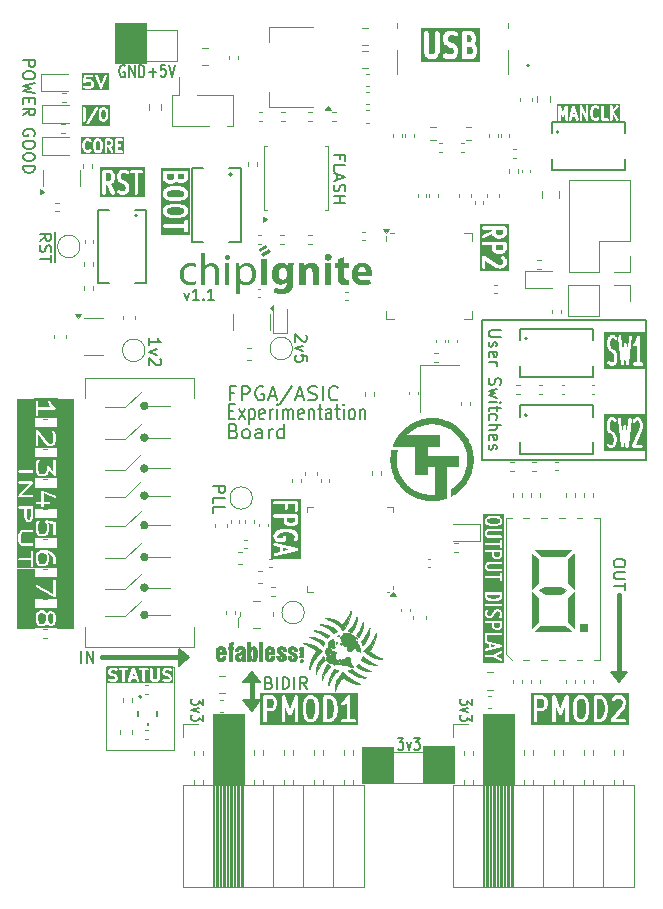
<source format=gbr>
%TF.GenerationSoftware,KiCad,Pcbnew,8.0.8-8.0.8-0~ubuntu24.04.1*%
%TF.CreationDate,2025-02-21T17:42:53-05:00*%
%TF.ProjectId,ChipigniteExplain,43686970-6967-46e6-9974-654578706c61,1.1*%
%TF.SameCoordinates,Original*%
%TF.FileFunction,Legend,Top*%
%TF.FilePolarity,Positive*%
%FSLAX46Y46*%
G04 Gerber Fmt 4.6, Leading zero omitted, Abs format (unit mm)*
G04 Created by KiCad (PCBNEW 8.0.8-8.0.8-0~ubuntu24.04.1) date 2025-02-21 17:42:53*
%MOMM*%
%LPD*%
G01*
G04 APERTURE LIST*
%ADD10C,0.150000*%
%ADD11C,0.120000*%
%ADD12C,0.400000*%
%ADD13C,0.225000*%
%ADD14C,0.200000*%
%ADD15C,0.300000*%
%ADD16C,0.262500*%
%ADD17C,0.127000*%
%ADD18C,0.000000*%
%ADD19C,0.010000*%
%ADD20C,0.160000*%
G04 APERTURE END LIST*
D10*
X64900000Y-76800000D02*
X64000000Y-77500000D01*
X64000000Y-76100000D01*
X64900000Y-76800000D01*
G36*
X64900000Y-76800000D02*
G01*
X64000000Y-77500000D01*
X64000000Y-76100000D01*
X64900000Y-76800000D01*
G37*
D11*
X79550000Y-84350000D02*
X82200000Y-84350000D01*
X82200000Y-87450000D01*
X79550000Y-87450000D01*
X79550000Y-84350000D01*
G36*
X79550000Y-84350000D02*
G01*
X82200000Y-84350000D01*
X82200000Y-87450000D01*
X79550000Y-87450000D01*
X79550000Y-84350000D01*
G37*
X50350000Y-54950000D02*
X51750000Y-54950000D01*
X51750000Y-60800000D01*
X50350000Y-60800000D01*
X50350000Y-54950000D01*
G36*
X50350000Y-54950000D02*
G01*
X51750000Y-54950000D01*
X51750000Y-60800000D01*
X50350000Y-60800000D01*
X50350000Y-54950000D01*
G37*
D10*
X70200000Y-81300000D02*
X69500000Y-80400000D01*
X70900000Y-80400000D01*
X70200000Y-81300000D01*
G36*
X70200000Y-81300000D02*
G01*
X69500000Y-80400000D01*
X70900000Y-80400000D01*
X70200000Y-81300000D01*
G37*
D11*
X57850000Y-77600000D02*
X63600000Y-77600000D01*
X63600000Y-84600000D01*
X57850000Y-84600000D01*
X57850000Y-77600000D01*
D12*
X70200000Y-80400000D02*
X70200000Y-78700000D01*
D11*
X89775000Y-81550000D02*
X92425000Y-81550000D01*
X92425000Y-87500000D01*
X89775000Y-87500000D01*
X89775000Y-81550000D01*
G36*
X89775000Y-81550000D02*
G01*
X92425000Y-81550000D01*
X92425000Y-87500000D01*
X89775000Y-87500000D01*
X89775000Y-81550000D01*
G37*
D10*
X101300000Y-78900000D02*
X100600000Y-78000000D01*
X102000000Y-78000000D01*
X101300000Y-78900000D01*
G36*
X101300000Y-78900000D02*
G01*
X100600000Y-78000000D01*
X102000000Y-78000000D01*
X101300000Y-78900000D01*
G37*
D12*
X101300000Y-78000000D02*
X101300000Y-71500000D01*
X64000000Y-76800000D02*
X57500000Y-76800000D01*
D10*
X89700000Y-48250000D02*
X103550000Y-48250000D01*
X103550000Y-60050000D01*
X89700000Y-60050000D01*
X89700000Y-48250000D01*
D11*
X84675000Y-84300000D02*
X87325000Y-84300000D01*
X87325000Y-87400000D01*
X84675000Y-87400000D01*
X84675000Y-84300000D01*
G36*
X84675000Y-84300000D02*
G01*
X87325000Y-84300000D01*
X87325000Y-87400000D01*
X84675000Y-87400000D01*
X84675000Y-84300000D01*
G37*
X50350000Y-69300000D02*
X51750000Y-69300000D01*
X51750000Y-74300000D01*
X50350000Y-74300000D01*
X50350000Y-69300000D01*
G36*
X50350000Y-69300000D02*
G01*
X51750000Y-69300000D01*
X51750000Y-74300000D01*
X50350000Y-74300000D01*
X50350000Y-69300000D01*
G37*
X53750000Y-54950000D02*
X55100000Y-54950000D01*
X55100000Y-74300000D01*
X53750000Y-74300000D01*
X53750000Y-54950000D01*
G36*
X53750000Y-54950000D02*
G01*
X55100000Y-54950000D01*
X55100000Y-74300000D01*
X53750000Y-74300000D01*
X53750000Y-54950000D01*
G37*
D10*
X70900000Y-78900000D02*
X69500000Y-78900000D01*
X70200000Y-78000000D01*
X70900000Y-78900000D01*
G36*
X70900000Y-78900000D02*
G01*
X69500000Y-78900000D01*
X70200000Y-78000000D01*
X70900000Y-78900000D01*
G37*
D11*
X58625000Y-23050000D02*
X61275000Y-23050000D01*
X61275000Y-26450000D01*
X58625000Y-26450000D01*
X58625000Y-23050000D01*
G36*
X58625000Y-23050000D02*
G01*
X61275000Y-23050000D01*
X61275000Y-26450000D01*
X58625000Y-26450000D01*
X58625000Y-23050000D01*
G37*
X66925000Y-81600000D02*
X69575000Y-81600000D01*
X69575000Y-87550000D01*
X66925000Y-87550000D01*
X66925000Y-81600000D01*
G36*
X66925000Y-81600000D02*
G01*
X69575000Y-81600000D01*
X69575000Y-87550000D01*
X66925000Y-87550000D01*
X66925000Y-81600000D01*
G37*
D13*
G36*
X60289459Y-78367704D02*
G01*
X60106593Y-78367704D01*
X60198026Y-78106465D01*
X60289459Y-78367704D01*
G37*
G36*
X63573026Y-78990919D02*
G01*
X57923026Y-78990919D01*
X57923026Y-77956395D01*
X58035526Y-77956395D01*
X58035526Y-78051633D01*
X58037688Y-78073581D01*
X58039663Y-78078349D01*
X58040131Y-78083489D01*
X58048419Y-78103927D01*
X58098419Y-78199165D01*
X58104837Y-78208926D01*
X58106037Y-78211634D01*
X58108481Y-78214468D01*
X58110535Y-78217592D01*
X58112806Y-78219484D01*
X58120440Y-78228337D01*
X58170440Y-78275956D01*
X58178785Y-78282470D01*
X58180772Y-78284674D01*
X58184445Y-78286889D01*
X58187825Y-78289527D01*
X58190591Y-78290594D01*
X58199659Y-78296062D01*
X58299658Y-78343681D01*
X58300690Y-78344053D01*
X58301118Y-78344363D01*
X58310788Y-78347696D01*
X58320404Y-78351165D01*
X58320931Y-78351192D01*
X58321969Y-78351550D01*
X58510398Y-78396414D01*
X58583444Y-78431198D01*
X58607028Y-78453659D01*
X58635526Y-78507939D01*
X58635526Y-78547706D01*
X58607028Y-78601987D01*
X58583444Y-78624449D01*
X58522608Y-78653419D01*
X58315456Y-78653419D01*
X58182066Y-78611074D01*
X58160493Y-78606493D01*
X58116757Y-78610233D01*
X58077783Y-78630425D01*
X58049501Y-78663995D01*
X58036219Y-78705833D01*
X58039959Y-78749569D01*
X58060151Y-78788543D01*
X58093721Y-78816825D01*
X58113986Y-78825526D01*
X58263986Y-78873145D01*
X58273381Y-78875140D01*
X58276078Y-78876257D01*
X58280858Y-78876727D01*
X58285559Y-78877726D01*
X58288466Y-78877477D01*
X58298026Y-78878419D01*
X58548026Y-78878419D01*
X58569974Y-78876257D01*
X58572700Y-78875127D01*
X58575648Y-78874975D01*
X58596393Y-78867491D01*
X58696393Y-78819872D01*
X58705461Y-78814403D01*
X58708229Y-78813336D01*
X58711608Y-78810697D01*
X58715280Y-78808484D01*
X58717265Y-78806281D01*
X58725613Y-78799765D01*
X58775613Y-78752145D01*
X58783242Y-78743297D01*
X58785517Y-78741402D01*
X58787572Y-78738275D01*
X58790015Y-78735443D01*
X58791213Y-78732737D01*
X58797633Y-78722974D01*
X58847633Y-78627736D01*
X58855921Y-78607298D01*
X58856388Y-78602158D01*
X58858364Y-78597390D01*
X58860526Y-78575442D01*
X58860526Y-78480204D01*
X58858364Y-78458256D01*
X58856388Y-78453487D01*
X58855921Y-78448348D01*
X58847633Y-78427910D01*
X58797633Y-78332672D01*
X58791213Y-78322908D01*
X58790015Y-78320203D01*
X58787573Y-78317371D01*
X58785517Y-78314244D01*
X58783240Y-78312347D01*
X58775612Y-78303501D01*
X58725612Y-78255881D01*
X58717265Y-78249364D01*
X58715280Y-78247163D01*
X58711609Y-78244950D01*
X58708228Y-78242310D01*
X58705459Y-78241241D01*
X58696393Y-78235775D01*
X58596393Y-78188156D01*
X58595362Y-78187784D01*
X58594934Y-78187474D01*
X58585253Y-78184137D01*
X58575648Y-78180672D01*
X58575120Y-78180644D01*
X58574083Y-78180287D01*
X58385653Y-78135422D01*
X58312606Y-78100638D01*
X58289023Y-78078178D01*
X58260526Y-78023897D01*
X58260526Y-77984130D01*
X58289023Y-77929849D01*
X58312606Y-77907389D01*
X58373444Y-77878419D01*
X58580599Y-77878419D01*
X58713986Y-77920764D01*
X58735559Y-77925345D01*
X58779295Y-77921605D01*
X58818269Y-77901413D01*
X58846551Y-77867843D01*
X58859833Y-77826005D01*
X58856093Y-77782269D01*
X58836252Y-77743971D01*
X58937688Y-77743971D01*
X58937688Y-77787867D01*
X58954486Y-77828421D01*
X58985524Y-77859459D01*
X59026078Y-77876257D01*
X59048026Y-77878419D01*
X59235526Y-77878419D01*
X59235526Y-78765919D01*
X59237688Y-78787867D01*
X59254486Y-78828421D01*
X59285524Y-78859459D01*
X59326078Y-78876257D01*
X59369974Y-78876257D01*
X59410528Y-78859459D01*
X59441566Y-78828421D01*
X59458364Y-78787867D01*
X59460526Y-78765919D01*
X59460526Y-78750185D01*
X59736632Y-78750185D01*
X59739090Y-78794011D01*
X59758132Y-78833560D01*
X59790860Y-78862812D01*
X59832292Y-78877313D01*
X59876118Y-78874855D01*
X59915667Y-78855813D01*
X59944919Y-78823085D01*
X59954210Y-78803083D01*
X60027843Y-78592704D01*
X60368209Y-78592704D01*
X60441842Y-78803083D01*
X60451133Y-78823085D01*
X60480385Y-78855813D01*
X60519934Y-78874855D01*
X60563760Y-78877313D01*
X60605192Y-78862812D01*
X60637920Y-78833560D01*
X60656962Y-78794011D01*
X60659420Y-78750185D01*
X60654210Y-78728755D01*
X60309536Y-77743971D01*
X60637688Y-77743971D01*
X60637688Y-77787867D01*
X60654486Y-77828421D01*
X60685524Y-77859459D01*
X60726078Y-77876257D01*
X60748026Y-77878419D01*
X60935526Y-77878419D01*
X60935526Y-78765919D01*
X60937688Y-78787867D01*
X60954486Y-78828421D01*
X60985524Y-78859459D01*
X61026078Y-78876257D01*
X61069974Y-78876257D01*
X61110528Y-78859459D01*
X61141566Y-78828421D01*
X61158364Y-78787867D01*
X61160526Y-78765919D01*
X61160526Y-77878419D01*
X61348026Y-77878419D01*
X61369974Y-77876257D01*
X61410528Y-77859459D01*
X61441566Y-77828421D01*
X61458364Y-77787867D01*
X61458364Y-77765919D01*
X61585526Y-77765919D01*
X61585526Y-78575442D01*
X61587688Y-78597390D01*
X61589663Y-78602158D01*
X61590131Y-78607298D01*
X61598419Y-78627736D01*
X61648419Y-78722974D01*
X61654838Y-78732737D01*
X61656037Y-78735442D01*
X61658479Y-78738274D01*
X61660535Y-78741401D01*
X61662808Y-78743295D01*
X61670439Y-78752145D01*
X61720439Y-78799765D01*
X61728785Y-78806281D01*
X61730772Y-78808484D01*
X61734443Y-78810697D01*
X61737823Y-78813336D01*
X61740590Y-78814403D01*
X61749659Y-78819872D01*
X61849658Y-78867491D01*
X61870404Y-78874975D01*
X61873351Y-78875127D01*
X61876078Y-78876257D01*
X61898026Y-78878419D01*
X62098026Y-78878419D01*
X62119974Y-78876257D01*
X62122700Y-78875127D01*
X62125648Y-78874975D01*
X62146393Y-78867491D01*
X62246393Y-78819872D01*
X62255461Y-78814403D01*
X62258229Y-78813336D01*
X62261608Y-78810697D01*
X62265280Y-78808484D01*
X62267265Y-78806281D01*
X62275613Y-78799765D01*
X62325613Y-78752145D01*
X62333242Y-78743297D01*
X62335517Y-78741402D01*
X62337572Y-78738275D01*
X62340015Y-78735443D01*
X62341213Y-78732737D01*
X62347633Y-78722974D01*
X62397633Y-78627736D01*
X62405921Y-78607298D01*
X62406388Y-78602158D01*
X62408364Y-78597390D01*
X62410526Y-78575442D01*
X62410526Y-77956395D01*
X62635526Y-77956395D01*
X62635526Y-78051633D01*
X62637688Y-78073581D01*
X62639663Y-78078349D01*
X62640131Y-78083489D01*
X62648419Y-78103927D01*
X62698419Y-78199165D01*
X62704837Y-78208926D01*
X62706037Y-78211634D01*
X62708481Y-78214468D01*
X62710535Y-78217592D01*
X62712806Y-78219484D01*
X62720440Y-78228337D01*
X62770440Y-78275956D01*
X62778785Y-78282470D01*
X62780772Y-78284674D01*
X62784445Y-78286889D01*
X62787825Y-78289527D01*
X62790591Y-78290594D01*
X62799659Y-78296062D01*
X62899658Y-78343681D01*
X62900690Y-78344053D01*
X62901118Y-78344363D01*
X62910788Y-78347696D01*
X62920404Y-78351165D01*
X62920931Y-78351192D01*
X62921969Y-78351550D01*
X63110398Y-78396414D01*
X63183444Y-78431198D01*
X63207028Y-78453659D01*
X63235526Y-78507939D01*
X63235526Y-78547706D01*
X63207028Y-78601987D01*
X63183444Y-78624449D01*
X63122608Y-78653419D01*
X62915456Y-78653419D01*
X62782066Y-78611074D01*
X62760493Y-78606493D01*
X62716757Y-78610233D01*
X62677783Y-78630425D01*
X62649501Y-78663995D01*
X62636219Y-78705833D01*
X62639959Y-78749569D01*
X62660151Y-78788543D01*
X62693721Y-78816825D01*
X62713986Y-78825526D01*
X62863986Y-78873145D01*
X62873381Y-78875140D01*
X62876078Y-78876257D01*
X62880858Y-78876727D01*
X62885559Y-78877726D01*
X62888466Y-78877477D01*
X62898026Y-78878419D01*
X63148026Y-78878419D01*
X63169974Y-78876257D01*
X63172700Y-78875127D01*
X63175648Y-78874975D01*
X63196393Y-78867491D01*
X63296393Y-78819872D01*
X63305461Y-78814403D01*
X63308229Y-78813336D01*
X63311608Y-78810697D01*
X63315280Y-78808484D01*
X63317265Y-78806281D01*
X63325613Y-78799765D01*
X63375613Y-78752145D01*
X63383242Y-78743297D01*
X63385517Y-78741402D01*
X63387572Y-78738275D01*
X63390015Y-78735443D01*
X63391213Y-78732737D01*
X63397633Y-78722974D01*
X63447633Y-78627736D01*
X63455921Y-78607298D01*
X63456388Y-78602158D01*
X63458364Y-78597390D01*
X63460526Y-78575442D01*
X63460526Y-78480204D01*
X63458364Y-78458256D01*
X63456388Y-78453487D01*
X63455921Y-78448348D01*
X63447633Y-78427910D01*
X63397633Y-78332672D01*
X63391213Y-78322908D01*
X63390015Y-78320203D01*
X63387573Y-78317371D01*
X63385517Y-78314244D01*
X63383240Y-78312347D01*
X63375612Y-78303501D01*
X63325612Y-78255881D01*
X63317265Y-78249364D01*
X63315280Y-78247163D01*
X63311609Y-78244950D01*
X63308228Y-78242310D01*
X63305459Y-78241241D01*
X63296393Y-78235775D01*
X63196393Y-78188156D01*
X63195362Y-78187784D01*
X63194934Y-78187474D01*
X63185253Y-78184137D01*
X63175648Y-78180672D01*
X63175120Y-78180644D01*
X63174083Y-78180287D01*
X62985653Y-78135422D01*
X62912606Y-78100638D01*
X62889023Y-78078178D01*
X62860526Y-78023897D01*
X62860526Y-77984130D01*
X62889023Y-77929849D01*
X62912606Y-77907389D01*
X62973444Y-77878419D01*
X63180599Y-77878419D01*
X63313986Y-77920764D01*
X63335559Y-77925345D01*
X63379295Y-77921605D01*
X63418269Y-77901413D01*
X63446551Y-77867843D01*
X63459833Y-77826005D01*
X63456093Y-77782269D01*
X63435901Y-77743294D01*
X63402331Y-77715013D01*
X63382066Y-77706311D01*
X63232066Y-77658693D01*
X63222670Y-77656697D01*
X63219974Y-77655581D01*
X63215193Y-77655110D01*
X63210493Y-77654112D01*
X63207585Y-77654360D01*
X63198026Y-77653419D01*
X62948026Y-77653419D01*
X62926078Y-77655581D01*
X62923351Y-77656710D01*
X62920404Y-77656863D01*
X62899658Y-77664347D01*
X62799659Y-77711966D01*
X62790591Y-77717433D01*
X62787825Y-77718501D01*
X62784445Y-77721138D01*
X62780772Y-77723354D01*
X62778785Y-77725557D01*
X62770440Y-77732072D01*
X62720440Y-77779691D01*
X62712806Y-77788543D01*
X62710535Y-77790436D01*
X62708481Y-77793559D01*
X62706037Y-77796394D01*
X62704837Y-77799101D01*
X62698419Y-77808863D01*
X62648419Y-77904101D01*
X62640131Y-77924539D01*
X62639663Y-77929678D01*
X62637688Y-77934447D01*
X62635526Y-77956395D01*
X62410526Y-77956395D01*
X62410526Y-77765919D01*
X62408364Y-77743971D01*
X62391566Y-77703417D01*
X62360528Y-77672379D01*
X62319974Y-77655581D01*
X62276078Y-77655581D01*
X62235524Y-77672379D01*
X62204486Y-77703417D01*
X62187688Y-77743971D01*
X62185526Y-77765919D01*
X62185526Y-78547706D01*
X62157028Y-78601987D01*
X62133444Y-78624449D01*
X62072608Y-78653419D01*
X61923444Y-78653419D01*
X61862608Y-78624449D01*
X61839023Y-78601987D01*
X61810526Y-78547706D01*
X61810526Y-77765919D01*
X61808364Y-77743971D01*
X61791566Y-77703417D01*
X61760528Y-77672379D01*
X61719974Y-77655581D01*
X61676078Y-77655581D01*
X61635524Y-77672379D01*
X61604486Y-77703417D01*
X61587688Y-77743971D01*
X61585526Y-77765919D01*
X61458364Y-77765919D01*
X61458364Y-77743971D01*
X61441566Y-77703417D01*
X61410528Y-77672379D01*
X61369974Y-77655581D01*
X61348026Y-77653419D01*
X60748026Y-77653419D01*
X60726078Y-77655581D01*
X60685524Y-77672379D01*
X60654486Y-77703417D01*
X60637688Y-77743971D01*
X60309536Y-77743971D01*
X60304210Y-77728755D01*
X60294919Y-77708753D01*
X60290679Y-77704010D01*
X60287920Y-77698278D01*
X60276169Y-77687775D01*
X60265667Y-77676025D01*
X60259934Y-77673265D01*
X60255192Y-77669026D01*
X60240319Y-77663820D01*
X60226118Y-77656983D01*
X60219764Y-77656626D01*
X60213760Y-77654525D01*
X60198026Y-77655407D01*
X60182292Y-77654525D01*
X60176287Y-77656626D01*
X60169934Y-77656983D01*
X60155732Y-77663820D01*
X60140860Y-77669026D01*
X60136117Y-77673265D01*
X60130385Y-77676025D01*
X60119882Y-77687775D01*
X60108132Y-77698278D01*
X60105372Y-77704010D01*
X60101133Y-77708753D01*
X60091842Y-77728755D01*
X59741842Y-78728755D01*
X59736632Y-78750185D01*
X59460526Y-78750185D01*
X59460526Y-77878419D01*
X59648026Y-77878419D01*
X59669974Y-77876257D01*
X59710528Y-77859459D01*
X59741566Y-77828421D01*
X59758364Y-77787867D01*
X59758364Y-77743971D01*
X59741566Y-77703417D01*
X59710528Y-77672379D01*
X59669974Y-77655581D01*
X59648026Y-77653419D01*
X59048026Y-77653419D01*
X59026078Y-77655581D01*
X58985524Y-77672379D01*
X58954486Y-77703417D01*
X58937688Y-77743971D01*
X58836252Y-77743971D01*
X58835901Y-77743294D01*
X58802331Y-77715013D01*
X58782066Y-77706311D01*
X58632066Y-77658693D01*
X58622670Y-77656697D01*
X58619974Y-77655581D01*
X58615193Y-77655110D01*
X58610493Y-77654112D01*
X58607585Y-77654360D01*
X58598026Y-77653419D01*
X58348026Y-77653419D01*
X58326078Y-77655581D01*
X58323351Y-77656710D01*
X58320404Y-77656863D01*
X58299658Y-77664347D01*
X58199659Y-77711966D01*
X58190591Y-77717433D01*
X58187825Y-77718501D01*
X58184445Y-77721138D01*
X58180772Y-77723354D01*
X58178785Y-77725557D01*
X58170440Y-77732072D01*
X58120440Y-77779691D01*
X58112806Y-77788543D01*
X58110535Y-77790436D01*
X58108481Y-77793559D01*
X58106037Y-77796394D01*
X58104837Y-77799101D01*
X58098419Y-77808863D01*
X58048419Y-77904101D01*
X58040131Y-77924539D01*
X58039663Y-77929678D01*
X58037688Y-77934447D01*
X58035526Y-77956395D01*
X57923026Y-77956395D01*
X57923026Y-77540919D01*
X63573026Y-77540919D01*
X63573026Y-78990919D01*
G37*
D10*
X77653990Y-34620112D02*
X77653990Y-34286779D01*
X77130180Y-34286779D02*
X78130180Y-34286779D01*
X78130180Y-34286779D02*
X78130180Y-34762969D01*
X77130180Y-35620112D02*
X77130180Y-35143922D01*
X77130180Y-35143922D02*
X78130180Y-35143922D01*
X77415895Y-35905827D02*
X77415895Y-36382017D01*
X77130180Y-35810589D02*
X78130180Y-36143922D01*
X78130180Y-36143922D02*
X77130180Y-36477255D01*
X77177800Y-36762970D02*
X77130180Y-36905827D01*
X77130180Y-36905827D02*
X77130180Y-37143922D01*
X77130180Y-37143922D02*
X77177800Y-37239160D01*
X77177800Y-37239160D02*
X77225419Y-37286779D01*
X77225419Y-37286779D02*
X77320657Y-37334398D01*
X77320657Y-37334398D02*
X77415895Y-37334398D01*
X77415895Y-37334398D02*
X77511133Y-37286779D01*
X77511133Y-37286779D02*
X77558752Y-37239160D01*
X77558752Y-37239160D02*
X77606371Y-37143922D01*
X77606371Y-37143922D02*
X77653990Y-36953446D01*
X77653990Y-36953446D02*
X77701609Y-36858208D01*
X77701609Y-36858208D02*
X77749228Y-36810589D01*
X77749228Y-36810589D02*
X77844466Y-36762970D01*
X77844466Y-36762970D02*
X77939704Y-36762970D01*
X77939704Y-36762970D02*
X78034942Y-36810589D01*
X78034942Y-36810589D02*
X78082561Y-36858208D01*
X78082561Y-36858208D02*
X78130180Y-36953446D01*
X78130180Y-36953446D02*
X78130180Y-37191541D01*
X78130180Y-37191541D02*
X78082561Y-37334398D01*
X77130180Y-37762970D02*
X78130180Y-37762970D01*
X77653990Y-37762970D02*
X77653990Y-38334398D01*
X77130180Y-38334398D02*
X78130180Y-38334398D01*
D14*
G36*
X53760638Y-71883089D02*
G01*
X51727548Y-71883089D01*
X51727548Y-70766508D01*
X51894215Y-70766508D01*
X51904482Y-70804151D01*
X51928372Y-70835000D01*
X51944357Y-70846347D01*
X53444357Y-71703490D01*
X53462249Y-71711502D01*
X53468573Y-71712305D01*
X53474462Y-71714745D01*
X53487763Y-71714745D01*
X53500956Y-71716422D01*
X53507105Y-71714745D01*
X53513480Y-71714745D01*
X53525766Y-71709655D01*
X53538599Y-71706156D01*
X53543640Y-71702251D01*
X53549528Y-71699813D01*
X53558928Y-71690412D01*
X53569448Y-71682266D01*
X53572612Y-71676728D01*
X53577118Y-71672223D01*
X53582206Y-71659939D01*
X53588807Y-71648388D01*
X53589610Y-71642063D01*
X53592050Y-71636175D01*
X53593971Y-71616666D01*
X53593971Y-70283333D01*
X53592050Y-70263824D01*
X53577118Y-70227776D01*
X53549528Y-70200186D01*
X53513480Y-70185254D01*
X53474462Y-70185254D01*
X53438414Y-70200186D01*
X53410824Y-70227776D01*
X53395892Y-70263824D01*
X53393971Y-70283333D01*
X53393971Y-71444348D01*
X52043585Y-70672699D01*
X52025693Y-70664687D01*
X51986986Y-70659767D01*
X51949343Y-70670034D01*
X51918494Y-70693924D01*
X51899135Y-70727801D01*
X51894215Y-70766508D01*
X51727548Y-70766508D01*
X51727548Y-70018587D01*
X53760638Y-70018587D01*
X53760638Y-71883089D01*
G37*
G36*
X53760638Y-66708095D02*
G01*
X51727304Y-66708095D01*
X51727304Y-65584285D01*
X51893971Y-65584285D01*
X51893971Y-66060476D01*
X51895357Y-66074560D01*
X51895287Y-66076647D01*
X51895725Y-66078289D01*
X51895892Y-66079985D01*
X51896692Y-66081916D01*
X51900338Y-66095589D01*
X51971767Y-66286065D01*
X51974652Y-66291934D01*
X51975231Y-66294192D01*
X51978033Y-66298810D01*
X51980416Y-66303657D01*
X51982006Y-66305359D01*
X51985400Y-66310952D01*
X52056828Y-66406190D01*
X52064784Y-66414874D01*
X52066191Y-66416975D01*
X52068263Y-66418672D01*
X52070070Y-66420644D01*
X52072242Y-66421930D01*
X52081358Y-66429395D01*
X52224215Y-66524633D01*
X52241513Y-66533856D01*
X52251123Y-66535757D01*
X52260176Y-66539507D01*
X52279685Y-66541428D01*
X52279790Y-66541428D01*
X52636723Y-66541428D01*
X52636828Y-66541428D01*
X52656337Y-66539507D01*
X52665389Y-66535757D01*
X52675000Y-66533856D01*
X52692298Y-66524633D01*
X52835155Y-66429395D01*
X52844266Y-66421933D01*
X52846443Y-66420645D01*
X52848252Y-66418669D01*
X52850322Y-66416975D01*
X52851727Y-66414876D01*
X52859685Y-66406190D01*
X52931114Y-66310952D01*
X52934508Y-66305356D01*
X52936098Y-66303656D01*
X52938478Y-66298814D01*
X52941283Y-66294192D01*
X52941861Y-66291932D01*
X52944747Y-66286064D01*
X53016175Y-66095588D01*
X53019820Y-66081917D01*
X53020621Y-66079985D01*
X53020787Y-66078289D01*
X53021226Y-66076647D01*
X53021155Y-66074560D01*
X53022542Y-66060476D01*
X53022542Y-65584285D01*
X53021155Y-65570200D01*
X53021226Y-65568114D01*
X53020787Y-65566471D01*
X53020621Y-65564776D01*
X53019820Y-65562843D01*
X53016175Y-65549173D01*
X52969523Y-65424767D01*
X53393971Y-65481360D01*
X53393971Y-66346190D01*
X53395892Y-66365699D01*
X53410824Y-66401747D01*
X53438414Y-66429337D01*
X53474462Y-66444269D01*
X53513480Y-66444269D01*
X53549528Y-66429337D01*
X53577118Y-66401747D01*
X53592050Y-66365699D01*
X53593971Y-66346190D01*
X53593971Y-65393809D01*
X53593523Y-65389266D01*
X53593768Y-65387434D01*
X53593093Y-65384901D01*
X53592050Y-65374300D01*
X53587074Y-65362288D01*
X53583731Y-65349728D01*
X53579674Y-65344423D01*
X53577118Y-65338252D01*
X53567924Y-65329058D01*
X53560029Y-65318734D01*
X53554251Y-65315385D01*
X53549528Y-65310662D01*
X53537516Y-65305686D01*
X53526271Y-65299169D01*
X53515901Y-65296733D01*
X53513480Y-65295730D01*
X53511631Y-65295730D01*
X53507187Y-65294686D01*
X52792901Y-65199448D01*
X52775044Y-65198833D01*
X52774242Y-65198719D01*
X52773942Y-65198795D01*
X52773310Y-65198774D01*
X52754907Y-65203672D01*
X52736444Y-65208403D01*
X52736062Y-65208688D01*
X52735604Y-65208811D01*
X52720515Y-65220349D01*
X52705230Y-65231813D01*
X52704986Y-65232223D01*
X52704610Y-65232512D01*
X52695074Y-65248965D01*
X52685351Y-65265388D01*
X52685283Y-65265859D01*
X52685045Y-65266271D01*
X52682524Y-65285173D01*
X52679833Y-65304014D01*
X52679950Y-65304474D01*
X52679888Y-65304946D01*
X52684786Y-65323348D01*
X52689517Y-65341812D01*
X52689845Y-65342353D01*
X52689925Y-65342652D01*
X52690417Y-65343295D01*
X52699685Y-65358571D01*
X52762513Y-65442342D01*
X52822542Y-65602418D01*
X52822542Y-66042342D01*
X52762513Y-66202418D01*
X52709962Y-66272486D01*
X52606550Y-66341428D01*
X52309963Y-66341428D01*
X52206550Y-66272486D01*
X52154000Y-66202418D01*
X52093971Y-66042341D01*
X52093971Y-65602419D01*
X52154000Y-65442342D01*
X52216828Y-65358571D01*
X52226997Y-65341811D01*
X52236680Y-65304013D01*
X52231162Y-65265387D01*
X52211282Y-65231813D01*
X52180068Y-65208402D01*
X52142270Y-65198719D01*
X52103644Y-65204237D01*
X52070070Y-65224117D01*
X52056828Y-65238571D01*
X51985400Y-65333809D01*
X51982006Y-65339401D01*
X51980416Y-65341104D01*
X51978033Y-65345950D01*
X51975231Y-65350569D01*
X51974652Y-65352826D01*
X51971767Y-65358696D01*
X51900338Y-65549172D01*
X51896692Y-65562844D01*
X51895892Y-65564776D01*
X51895725Y-65566471D01*
X51895287Y-65568114D01*
X51895357Y-65570200D01*
X51893971Y-65584285D01*
X51727304Y-65584285D01*
X51727304Y-65032052D01*
X53760638Y-65032052D01*
X53760638Y-66708095D01*
G37*
G36*
X53830611Y-64261412D02*
G01*
X51729225Y-64261412D01*
X51729225Y-63691443D01*
X51895892Y-63691443D01*
X51895892Y-63730461D01*
X51910824Y-63766509D01*
X51938414Y-63794099D01*
X51974462Y-63809031D01*
X51993971Y-63810952D01*
X52393971Y-63810952D01*
X52393971Y-63996666D01*
X52395892Y-64016175D01*
X52410824Y-64052223D01*
X52438414Y-64079813D01*
X52474462Y-64094745D01*
X52513480Y-64094745D01*
X52549528Y-64079813D01*
X52577118Y-64052223D01*
X52592050Y-64016175D01*
X52593971Y-63996666D01*
X52593971Y-63810952D01*
X52993971Y-63810952D01*
X53013480Y-63809031D01*
X53049528Y-63794099D01*
X53077118Y-63766509D01*
X53092050Y-63730461D01*
X53092050Y-63691443D01*
X53077118Y-63655395D01*
X53049528Y-63627805D01*
X53013480Y-63612873D01*
X52993971Y-63610952D01*
X52593971Y-63610952D01*
X52593971Y-62912447D01*
X53524786Y-63326142D01*
X53543394Y-63332310D01*
X53582399Y-63333305D01*
X53618817Y-63319299D01*
X53647102Y-63292422D01*
X53662949Y-63256767D01*
X53663944Y-63217761D01*
X53649938Y-63181344D01*
X53623061Y-63153058D01*
X53606014Y-63143380D01*
X52534585Y-62667190D01*
X52515977Y-62661022D01*
X52514679Y-62660988D01*
X52513480Y-62660492D01*
X52495221Y-62660492D01*
X52476972Y-62660026D01*
X52475760Y-62660492D01*
X52474462Y-62660492D01*
X52457595Y-62667478D01*
X52440554Y-62674033D01*
X52439612Y-62674927D01*
X52438414Y-62675424D01*
X52425507Y-62688330D01*
X52412269Y-62700910D01*
X52411741Y-62702096D01*
X52410824Y-62703014D01*
X52403837Y-62719881D01*
X52396422Y-62736565D01*
X52396388Y-62737862D01*
X52395892Y-62739062D01*
X52393971Y-62758571D01*
X52393971Y-63610952D01*
X51993971Y-63610952D01*
X51974462Y-63612873D01*
X51938414Y-63627805D01*
X51910824Y-63655395D01*
X51895892Y-63691443D01*
X51729225Y-63691443D01*
X51729225Y-62493359D01*
X53830611Y-62493359D01*
X53830611Y-64261412D01*
G37*
D10*
X74784942Y-49489160D02*
X74832561Y-49536779D01*
X74832561Y-49536779D02*
X74880180Y-49632017D01*
X74880180Y-49632017D02*
X74880180Y-49870112D01*
X74880180Y-49870112D02*
X74832561Y-49965350D01*
X74832561Y-49965350D02*
X74784942Y-50012969D01*
X74784942Y-50012969D02*
X74689704Y-50060588D01*
X74689704Y-50060588D02*
X74594466Y-50060588D01*
X74594466Y-50060588D02*
X74451609Y-50012969D01*
X74451609Y-50012969D02*
X73880180Y-49441541D01*
X73880180Y-49441541D02*
X73880180Y-50060588D01*
X74546847Y-50393922D02*
X73880180Y-50632017D01*
X73880180Y-50632017D02*
X74546847Y-50870112D01*
X74880180Y-51727255D02*
X74880180Y-51251065D01*
X74880180Y-51251065D02*
X74403990Y-51203446D01*
X74403990Y-51203446D02*
X74451609Y-51251065D01*
X74451609Y-51251065D02*
X74499228Y-51346303D01*
X74499228Y-51346303D02*
X74499228Y-51584398D01*
X74499228Y-51584398D02*
X74451609Y-51679636D01*
X74451609Y-51679636D02*
X74403990Y-51727255D01*
X74403990Y-51727255D02*
X74308752Y-51774874D01*
X74308752Y-51774874D02*
X74070657Y-51774874D01*
X74070657Y-51774874D02*
X73975419Y-51727255D01*
X73975419Y-51727255D02*
X73927800Y-51679636D01*
X73927800Y-51679636D02*
X73880180Y-51584398D01*
X73880180Y-51584398D02*
X73880180Y-51346303D01*
X73880180Y-51346303D02*
X73927800Y-51251065D01*
X73927800Y-51251065D02*
X73975419Y-51203446D01*
D13*
G36*
X58078266Y-28790919D02*
G01*
X55801930Y-28790919D01*
X55801930Y-28050754D01*
X55914430Y-28050754D01*
X55914873Y-28052337D01*
X55914725Y-28053976D01*
X55920779Y-28073407D01*
X55926276Y-28093021D01*
X55927292Y-28094315D01*
X55927782Y-28095885D01*
X55940798Y-28111504D01*
X55953395Y-28127536D01*
X55954832Y-28128343D01*
X55955884Y-28129606D01*
X55973896Y-28139061D01*
X55991659Y-28149046D01*
X55993292Y-28149242D01*
X55994750Y-28150007D01*
X56015033Y-28151850D01*
X56035242Y-28154276D01*
X56036825Y-28153832D01*
X56038464Y-28153981D01*
X56057895Y-28147926D01*
X56077509Y-28142430D01*
X56078803Y-28141413D01*
X56080373Y-28140924D01*
X56098618Y-28128534D01*
X56142700Y-28091797D01*
X56220525Y-28059371D01*
X56461241Y-28059371D01*
X56539064Y-28091797D01*
X56568505Y-28116332D01*
X56599811Y-28168508D01*
X56599811Y-28344280D01*
X56568504Y-28396458D01*
X56539063Y-28420992D01*
X56461241Y-28453419D01*
X56220525Y-28453419D01*
X56142700Y-28420992D01*
X56098618Y-28384256D01*
X56080374Y-28371866D01*
X56038465Y-28358808D01*
X55994751Y-28362782D01*
X55955885Y-28383182D01*
X55927783Y-28416903D01*
X55914725Y-28458812D01*
X55918699Y-28502526D01*
X55939099Y-28541392D01*
X55954576Y-28557104D01*
X56011718Y-28604724D01*
X56019035Y-28609693D01*
X56021043Y-28611709D01*
X56025641Y-28614179D01*
X56029963Y-28617114D01*
X56032679Y-28617960D01*
X56040471Y-28622146D01*
X56154757Y-28669765D01*
X56175848Y-28676211D01*
X56175967Y-28676211D01*
X56176078Y-28676257D01*
X56198026Y-28678419D01*
X56483740Y-28678419D01*
X56505688Y-28676257D01*
X56505798Y-28676211D01*
X56505918Y-28676211D01*
X56527009Y-28669765D01*
X56641295Y-28622146D01*
X56649085Y-28617960D01*
X56651803Y-28617114D01*
X56656124Y-28614179D01*
X56660723Y-28611709D01*
X56662729Y-28609693D01*
X56670048Y-28604724D01*
X56727190Y-28557104D01*
X56736168Y-28547988D01*
X56738490Y-28546269D01*
X56740408Y-28543684D01*
X56742667Y-28541392D01*
X56744009Y-28538833D01*
X56751636Y-28528561D01*
X56808779Y-28433323D01*
X56818217Y-28413390D01*
X56819447Y-28405117D01*
X56822649Y-28397390D01*
X56824811Y-28375442D01*
X56824811Y-28137347D01*
X56822649Y-28115399D01*
X56819447Y-28107671D01*
X56818217Y-28099399D01*
X56808779Y-28079466D01*
X56751636Y-27984228D01*
X56744006Y-27973951D01*
X56742666Y-27971397D01*
X56740410Y-27969107D01*
X56738490Y-27966520D01*
X56736166Y-27964798D01*
X56727190Y-27955685D01*
X56670047Y-27908066D01*
X56662732Y-27903098D01*
X56660723Y-27901081D01*
X56656119Y-27898607D01*
X56651802Y-27895676D01*
X56649087Y-27894830D01*
X56641295Y-27890644D01*
X56527009Y-27843025D01*
X56505918Y-27836579D01*
X56505798Y-27836578D01*
X56505688Y-27836533D01*
X56483740Y-27834371D01*
X56198026Y-27834371D01*
X56176078Y-27836533D01*
X56175967Y-27836578D01*
X56175848Y-27836579D01*
X56164138Y-27840157D01*
X56183547Y-27678419D01*
X56655168Y-27678419D01*
X56677116Y-27676257D01*
X56717670Y-27659459D01*
X56748708Y-27628421D01*
X56765506Y-27587867D01*
X56765506Y-27586519D01*
X56944570Y-27586519D01*
X56950714Y-27607700D01*
X57350714Y-28607700D01*
X57360873Y-28627276D01*
X57361846Y-28628273D01*
X57362396Y-28629556D01*
X57377141Y-28643945D01*
X57391531Y-28658691D01*
X57392813Y-28659240D01*
X57393811Y-28660214D01*
X57412932Y-28667862D01*
X57431876Y-28675981D01*
X57433270Y-28675998D01*
X57434568Y-28676517D01*
X57455168Y-28676265D01*
X57475768Y-28676517D01*
X57477065Y-28675998D01*
X57478460Y-28675981D01*
X57497403Y-28667862D01*
X57516525Y-28660214D01*
X57517522Y-28659240D01*
X57518805Y-28658691D01*
X57533194Y-28643945D01*
X57547940Y-28629556D01*
X57548489Y-28628273D01*
X57549463Y-28627276D01*
X57559622Y-28607700D01*
X57959622Y-27607700D01*
X57965766Y-27586519D01*
X57965230Y-27542627D01*
X57947940Y-27502282D01*
X57916525Y-27471624D01*
X57875768Y-27455321D01*
X57831876Y-27455857D01*
X57791531Y-27473147D01*
X57760873Y-27504562D01*
X57750714Y-27524138D01*
X57455168Y-28263003D01*
X57159622Y-27524138D01*
X57149463Y-27504562D01*
X57118805Y-27473147D01*
X57078460Y-27455857D01*
X57034568Y-27455321D01*
X56993811Y-27471624D01*
X56962396Y-27502282D01*
X56945106Y-27542627D01*
X56944570Y-27586519D01*
X56765506Y-27586519D01*
X56765506Y-27543971D01*
X56748708Y-27503417D01*
X56717670Y-27472379D01*
X56677116Y-27455581D01*
X56655168Y-27453419D01*
X56083740Y-27453419D01*
X56077468Y-27454036D01*
X56075095Y-27453752D01*
X56072242Y-27454551D01*
X56061792Y-27455581D01*
X56047607Y-27461456D01*
X56032828Y-27465599D01*
X56027500Y-27469785D01*
X56021238Y-27472379D01*
X56010381Y-27483235D01*
X55998313Y-27492718D01*
X55994992Y-27498624D01*
X55990200Y-27503417D01*
X55984325Y-27517600D01*
X55976803Y-27530981D01*
X55974535Y-27541234D01*
X55973402Y-27543971D01*
X55973402Y-27546360D01*
X55972041Y-27552515D01*
X55914898Y-28028705D01*
X55914430Y-28050754D01*
X55801930Y-28050754D01*
X55801930Y-27340919D01*
X58078266Y-27340919D01*
X58078266Y-28790919D01*
G37*
D10*
X61530180Y-50360588D02*
X61530180Y-49789160D01*
X61530180Y-50074874D02*
X62530180Y-50074874D01*
X62530180Y-50074874D02*
X62387323Y-49979636D01*
X62387323Y-49979636D02*
X62292085Y-49884398D01*
X62292085Y-49884398D02*
X62244466Y-49789160D01*
X62196847Y-50693922D02*
X61530180Y-50932017D01*
X61530180Y-50932017D02*
X62196847Y-51170112D01*
X62434942Y-51503446D02*
X62482561Y-51551065D01*
X62482561Y-51551065D02*
X62530180Y-51646303D01*
X62530180Y-51646303D02*
X62530180Y-51884398D01*
X62530180Y-51884398D02*
X62482561Y-51979636D01*
X62482561Y-51979636D02*
X62434942Y-52027255D01*
X62434942Y-52027255D02*
X62339704Y-52074874D01*
X62339704Y-52074874D02*
X62244466Y-52074874D01*
X62244466Y-52074874D02*
X62101609Y-52027255D01*
X62101609Y-52027255D02*
X61530180Y-51455827D01*
X61530180Y-51455827D02*
X61530180Y-52074874D01*
D14*
X66082780Y-80295863D02*
X66082780Y-80791101D01*
X66082780Y-80791101D02*
X65701828Y-80524435D01*
X65701828Y-80524435D02*
X65701828Y-80638720D01*
X65701828Y-80638720D02*
X65654209Y-80714911D01*
X65654209Y-80714911D02*
X65606590Y-80753006D01*
X65606590Y-80753006D02*
X65511352Y-80791101D01*
X65511352Y-80791101D02*
X65273257Y-80791101D01*
X65273257Y-80791101D02*
X65178019Y-80753006D01*
X65178019Y-80753006D02*
X65130400Y-80714911D01*
X65130400Y-80714911D02*
X65082780Y-80638720D01*
X65082780Y-80638720D02*
X65082780Y-80410149D01*
X65082780Y-80410149D02*
X65130400Y-80333958D01*
X65130400Y-80333958D02*
X65178019Y-80295863D01*
X65749447Y-81057768D02*
X65082780Y-81248244D01*
X65082780Y-81248244D02*
X65749447Y-81438721D01*
X66082780Y-81667292D02*
X66082780Y-82162530D01*
X66082780Y-82162530D02*
X65701828Y-81895864D01*
X65701828Y-81895864D02*
X65701828Y-82010149D01*
X65701828Y-82010149D02*
X65654209Y-82086340D01*
X65654209Y-82086340D02*
X65606590Y-82124435D01*
X65606590Y-82124435D02*
X65511352Y-82162530D01*
X65511352Y-82162530D02*
X65273257Y-82162530D01*
X65273257Y-82162530D02*
X65178019Y-82124435D01*
X65178019Y-82124435D02*
X65130400Y-82086340D01*
X65130400Y-82086340D02*
X65082780Y-82010149D01*
X65082780Y-82010149D02*
X65082780Y-81781578D01*
X65082780Y-81781578D02*
X65130400Y-81705387D01*
X65130400Y-81705387D02*
X65178019Y-81667292D01*
D15*
G36*
X91485885Y-42188858D02*
G01*
X91441487Y-42252987D01*
X91393702Y-42287498D01*
X91266776Y-42333333D01*
X91062138Y-42333333D01*
X90935209Y-42287498D01*
X90887424Y-42252987D01*
X90843028Y-42188858D01*
X90843028Y-41890476D01*
X91485885Y-41890476D01*
X91485885Y-42188858D01*
G37*
G36*
X91485885Y-40888858D02*
G01*
X91441487Y-40952987D01*
X91393702Y-40987498D01*
X91266776Y-41033333D01*
X91062138Y-41033333D01*
X90935209Y-40987498D01*
X90887424Y-40952987D01*
X90843028Y-40888858D01*
X90843028Y-40590476D01*
X91485885Y-40590476D01*
X91485885Y-40888858D01*
G37*
G36*
X91985885Y-44071429D02*
G01*
X89485885Y-44071429D01*
X89485885Y-42916667D01*
X89685885Y-42916667D01*
X89685885Y-43721429D01*
X89688767Y-43750693D01*
X89711165Y-43804765D01*
X89752549Y-43846149D01*
X89806621Y-43868547D01*
X89865149Y-43868547D01*
X89919221Y-43846149D01*
X89960605Y-43804765D01*
X89983003Y-43750693D01*
X89985885Y-43721429D01*
X89985885Y-43210030D01*
X90776634Y-43781126D01*
X90801169Y-43795413D01*
X90801572Y-43795706D01*
X90801820Y-43795792D01*
X90802045Y-43795923D01*
X90802521Y-43796036D01*
X90829349Y-43805358D01*
X91086492Y-43867263D01*
X91090621Y-43867836D01*
X91092336Y-43868547D01*
X91104000Y-43869695D01*
X91115618Y-43871310D01*
X91117452Y-43871020D01*
X91121600Y-43871429D01*
X91293028Y-43871429D01*
X91311861Y-43869574D01*
X91315472Y-43869741D01*
X91318838Y-43868887D01*
X91322292Y-43868547D01*
X91325627Y-43867165D01*
X91343975Y-43862512D01*
X91515404Y-43800607D01*
X91523612Y-43796695D01*
X91526870Y-43795923D01*
X91534246Y-43791627D01*
X91541949Y-43787957D01*
X91544422Y-43785702D01*
X91552281Y-43781126D01*
X91637995Y-43719221D01*
X91651296Y-43707468D01*
X91654473Y-43705421D01*
X91657048Y-43702386D01*
X91660031Y-43699751D01*
X91662014Y-43696534D01*
X91673500Y-43683001D01*
X91759214Y-43559192D01*
X91760033Y-43557717D01*
X91760605Y-43557146D01*
X91761346Y-43555356D01*
X91773502Y-43533491D01*
X91776881Y-43517852D01*
X91783003Y-43503074D01*
X91785454Y-43478177D01*
X91785864Y-43476284D01*
X91785719Y-43475489D01*
X91785885Y-43473810D01*
X91785885Y-43164286D01*
X91785719Y-43162610D01*
X91785865Y-43161813D01*
X91785454Y-43159912D01*
X91783003Y-43135022D01*
X91776881Y-43120243D01*
X91773502Y-43104606D01*
X91761347Y-43082743D01*
X91760605Y-43080950D01*
X91760032Y-43080377D01*
X91759214Y-43078905D01*
X91673500Y-42955095D01*
X91662016Y-42941563D01*
X91660031Y-42938344D01*
X91657045Y-42935706D01*
X91654473Y-42932675D01*
X91651298Y-42930628D01*
X91637994Y-42918874D01*
X91552280Y-42856970D01*
X91526869Y-42842172D01*
X91469920Y-42828672D01*
X91412141Y-42837991D01*
X91362325Y-42868713D01*
X91328057Y-42916160D01*
X91314557Y-42973109D01*
X91323876Y-43030888D01*
X91354598Y-43080704D01*
X91376634Y-43100174D01*
X91441488Y-43147012D01*
X91485885Y-43211141D01*
X91485885Y-43426952D01*
X91441486Y-43491083D01*
X91393703Y-43525593D01*
X91266774Y-43571429D01*
X91139400Y-43571429D01*
X90928311Y-43520610D01*
X89923709Y-42795065D01*
X89920429Y-42793155D01*
X89919221Y-42791947D01*
X89916217Y-42790703D01*
X89898297Y-42780268D01*
X89881295Y-42776237D01*
X89865149Y-42769549D01*
X89853084Y-42769549D01*
X89841349Y-42766767D01*
X89824100Y-42769549D01*
X89806621Y-42769549D01*
X89795475Y-42774165D01*
X89783569Y-42776086D01*
X89768693Y-42785259D01*
X89752549Y-42791947D01*
X89744021Y-42800474D01*
X89733753Y-42806807D01*
X89723520Y-42820975D01*
X89711165Y-42833331D01*
X89706548Y-42844475D01*
X89699486Y-42854255D01*
X89695455Y-42871256D01*
X89688767Y-42887403D01*
X89686734Y-42908041D01*
X89685985Y-42911203D01*
X89686257Y-42912889D01*
X89685885Y-42916667D01*
X89485885Y-42916667D01*
X89485885Y-41711212D01*
X89688767Y-41711212D01*
X89688767Y-41769740D01*
X89711165Y-41823812D01*
X89752549Y-41865196D01*
X89806621Y-41887594D01*
X89835885Y-41890476D01*
X90543028Y-41890476D01*
X90543028Y-42235714D01*
X90543193Y-42237389D01*
X90543048Y-42238187D01*
X90543458Y-42240087D01*
X90545910Y-42264978D01*
X90552031Y-42279756D01*
X90555411Y-42295394D01*
X90567565Y-42317256D01*
X90568308Y-42319050D01*
X90568880Y-42319622D01*
X90569699Y-42321095D01*
X90655413Y-42444905D01*
X90666896Y-42458436D01*
X90668882Y-42461656D01*
X90671867Y-42464293D01*
X90674440Y-42467325D01*
X90677614Y-42469371D01*
X90690919Y-42481126D01*
X90776634Y-42543031D01*
X90784490Y-42547605D01*
X90786965Y-42549862D01*
X90794671Y-42553534D01*
X90802045Y-42557828D01*
X90805301Y-42558600D01*
X90813511Y-42562512D01*
X90984939Y-42624416D01*
X91003283Y-42629068D01*
X91006621Y-42630451D01*
X91010075Y-42630791D01*
X91013442Y-42631645D01*
X91017051Y-42631478D01*
X91035885Y-42633333D01*
X91293028Y-42633333D01*
X91311861Y-42631478D01*
X91315471Y-42631645D01*
X91318837Y-42630791D01*
X91322292Y-42630451D01*
X91325629Y-42629068D01*
X91343974Y-42624416D01*
X91515403Y-42562512D01*
X91523611Y-42558600D01*
X91526870Y-42557828D01*
X91534247Y-42553531D01*
X91541949Y-42549862D01*
X91544422Y-42547607D01*
X91552281Y-42543031D01*
X91637995Y-42481126D01*
X91651300Y-42469370D01*
X91654473Y-42467325D01*
X91657045Y-42464294D01*
X91660031Y-42461656D01*
X91662016Y-42458436D01*
X91673500Y-42444905D01*
X91759214Y-42321095D01*
X91760032Y-42319622D01*
X91760605Y-42319050D01*
X91761347Y-42317256D01*
X91773502Y-42295394D01*
X91776881Y-42279756D01*
X91783003Y-42264978D01*
X91785454Y-42240087D01*
X91785865Y-42238187D01*
X91785719Y-42237389D01*
X91785885Y-42235714D01*
X91785885Y-41740476D01*
X91783003Y-41711212D01*
X91760605Y-41657140D01*
X91719221Y-41615756D01*
X91665149Y-41593358D01*
X91635885Y-41590476D01*
X89835885Y-41590476D01*
X89806621Y-41593358D01*
X89752549Y-41615756D01*
X89711165Y-41657140D01*
X89688767Y-41711212D01*
X89485885Y-41711212D01*
X89485885Y-41165232D01*
X89686981Y-41165232D01*
X89691388Y-41223593D01*
X89717795Y-41275825D01*
X89762180Y-41313976D01*
X89817784Y-41332237D01*
X89876145Y-41327830D01*
X89903561Y-41317198D01*
X90553902Y-40988414D01*
X90555411Y-40995394D01*
X90567565Y-41017256D01*
X90568308Y-41019050D01*
X90568880Y-41019622D01*
X90569699Y-41021095D01*
X90655413Y-41144905D01*
X90666896Y-41158436D01*
X90668882Y-41161656D01*
X90671867Y-41164293D01*
X90674440Y-41167325D01*
X90677614Y-41169371D01*
X90690919Y-41181126D01*
X90776634Y-41243031D01*
X90784490Y-41247605D01*
X90786965Y-41249862D01*
X90794671Y-41253534D01*
X90802045Y-41257828D01*
X90805301Y-41258600D01*
X90813511Y-41262512D01*
X90984939Y-41324416D01*
X91003283Y-41329068D01*
X91006621Y-41330451D01*
X91010075Y-41330791D01*
X91013442Y-41331645D01*
X91017051Y-41331478D01*
X91035885Y-41333333D01*
X91293028Y-41333333D01*
X91311861Y-41331478D01*
X91315471Y-41331645D01*
X91318837Y-41330791D01*
X91322292Y-41330451D01*
X91325629Y-41329068D01*
X91343974Y-41324416D01*
X91515403Y-41262512D01*
X91523611Y-41258600D01*
X91526870Y-41257828D01*
X91534247Y-41253531D01*
X91541949Y-41249862D01*
X91544422Y-41247607D01*
X91552281Y-41243031D01*
X91637995Y-41181126D01*
X91651300Y-41169370D01*
X91654473Y-41167325D01*
X91657045Y-41164294D01*
X91660031Y-41161656D01*
X91662016Y-41158436D01*
X91673500Y-41144905D01*
X91759214Y-41021095D01*
X91760032Y-41019622D01*
X91760605Y-41019050D01*
X91761347Y-41017256D01*
X91773502Y-40995394D01*
X91776881Y-40979756D01*
X91783003Y-40964978D01*
X91785454Y-40940087D01*
X91785865Y-40938187D01*
X91785719Y-40937389D01*
X91785885Y-40935714D01*
X91785885Y-40440476D01*
X91783003Y-40411212D01*
X91760605Y-40357140D01*
X91719221Y-40315756D01*
X91665149Y-40293358D01*
X91635885Y-40290476D01*
X89835885Y-40290476D01*
X89806621Y-40293358D01*
X89752549Y-40315756D01*
X89711165Y-40357140D01*
X89688767Y-40411212D01*
X89688767Y-40469740D01*
X89711165Y-40523812D01*
X89752549Y-40565196D01*
X89806621Y-40587594D01*
X89835885Y-40590476D01*
X90543028Y-40590476D01*
X90543028Y-40657754D01*
X89768209Y-41049468D01*
X89743393Y-41065243D01*
X89705242Y-41109628D01*
X89686981Y-41165232D01*
X89485885Y-41165232D01*
X89485885Y-40090476D01*
X91985885Y-40090476D01*
X91985885Y-44071429D01*
G37*
D10*
X66930180Y-62286779D02*
X67930180Y-62286779D01*
X67930180Y-62286779D02*
X67930180Y-62667731D01*
X67930180Y-62667731D02*
X67882561Y-62762969D01*
X67882561Y-62762969D02*
X67834942Y-62810588D01*
X67834942Y-62810588D02*
X67739704Y-62858207D01*
X67739704Y-62858207D02*
X67596847Y-62858207D01*
X67596847Y-62858207D02*
X67501609Y-62810588D01*
X67501609Y-62810588D02*
X67453990Y-62762969D01*
X67453990Y-62762969D02*
X67406371Y-62667731D01*
X67406371Y-62667731D02*
X67406371Y-62286779D01*
X66930180Y-63762969D02*
X66930180Y-63286779D01*
X66930180Y-63286779D02*
X67930180Y-63286779D01*
X66930180Y-64572493D02*
X66930180Y-64096303D01*
X66930180Y-64096303D02*
X67930180Y-64096303D01*
D15*
G36*
X64314936Y-38737770D02*
G01*
X64437852Y-38833371D01*
X64485885Y-38908089D01*
X64485885Y-39086646D01*
X64437852Y-39161364D01*
X64314936Y-39256965D01*
X64021438Y-39314035D01*
X63450331Y-39314035D01*
X63156834Y-39256965D01*
X63033919Y-39161365D01*
X62985885Y-39086644D01*
X62985885Y-38908091D01*
X63033919Y-38833370D01*
X63156834Y-38737770D01*
X63450331Y-38680701D01*
X64021438Y-38680701D01*
X64314936Y-38737770D01*
G37*
G36*
X64314936Y-37271103D02*
G01*
X64437852Y-37366704D01*
X64485885Y-37441422D01*
X64485885Y-37619979D01*
X64437852Y-37694697D01*
X64314936Y-37790298D01*
X64021438Y-37847368D01*
X63450331Y-37847368D01*
X63156834Y-37790298D01*
X63033919Y-37694698D01*
X62985885Y-37619977D01*
X62985885Y-37441424D01*
X63033919Y-37366703D01*
X63156834Y-37271103D01*
X63450331Y-37214034D01*
X64021438Y-37214034D01*
X64314936Y-37271103D01*
G37*
G36*
X63628742Y-36166579D02*
G01*
X63570396Y-36302719D01*
X63532523Y-36332175D01*
X63407744Y-36380701D01*
X63206883Y-36380701D01*
X63082105Y-36332175D01*
X63033919Y-36294698D01*
X62985885Y-36219977D01*
X62985885Y-35880701D01*
X63628742Y-35880701D01*
X63628742Y-36166579D01*
G37*
G36*
X64485885Y-36153312D02*
G01*
X64437850Y-36228032D01*
X64389665Y-36265509D01*
X64264888Y-36314034D01*
X64149740Y-36314034D01*
X64024963Y-36265510D01*
X63976775Y-36228030D01*
X63928742Y-36153313D01*
X63928742Y-35880701D01*
X64485885Y-35880701D01*
X64485885Y-36153312D01*
G37*
G36*
X64985885Y-41011153D02*
G01*
X62485885Y-41011153D01*
X62485885Y-40234771D01*
X62688767Y-40234771D01*
X62688767Y-40293299D01*
X62711165Y-40347371D01*
X62752549Y-40388755D01*
X62806621Y-40411153D01*
X62835885Y-40414035D01*
X64485885Y-40414035D01*
X64485885Y-40664035D01*
X64488767Y-40693299D01*
X64511165Y-40747371D01*
X64552549Y-40788755D01*
X64606621Y-40811153D01*
X64665149Y-40811153D01*
X64719221Y-40788755D01*
X64760605Y-40747371D01*
X64783003Y-40693299D01*
X64785885Y-40664035D01*
X64785885Y-39864035D01*
X64783003Y-39834771D01*
X64760605Y-39780699D01*
X64719221Y-39739315D01*
X64665149Y-39716917D01*
X64606621Y-39716917D01*
X64552549Y-39739315D01*
X64511165Y-39780699D01*
X64488767Y-39834771D01*
X64485885Y-39864035D01*
X64485885Y-40114035D01*
X62835885Y-40114035D01*
X62806621Y-40116917D01*
X62752549Y-40139315D01*
X62711165Y-40180699D01*
X62688767Y-40234771D01*
X62485885Y-40234771D01*
X62485885Y-38864035D01*
X62685885Y-38864035D01*
X62685885Y-39130701D01*
X62688767Y-39159965D01*
X62693917Y-39172398D01*
X62696308Y-39185640D01*
X62709708Y-39211815D01*
X62795423Y-39345149D01*
X62806297Y-39358888D01*
X62808179Y-39362197D01*
X62811140Y-39365007D01*
X62813673Y-39368207D01*
X62816798Y-39370376D01*
X62829509Y-39382438D01*
X63000937Y-39515771D01*
X63025806Y-39531462D01*
X63031390Y-39532997D01*
X63036222Y-39536196D01*
X63064397Y-39544610D01*
X63407254Y-39611277D01*
X63421560Y-39612624D01*
X63435885Y-39614035D01*
X64035885Y-39614035D01*
X64050209Y-39612624D01*
X64064516Y-39611277D01*
X64407372Y-39544610D01*
X64435548Y-39536196D01*
X64440379Y-39532997D01*
X64445964Y-39531462D01*
X64470833Y-39515771D01*
X64642261Y-39382438D01*
X64654972Y-39370376D01*
X64658099Y-39368206D01*
X64660631Y-39365006D01*
X64663592Y-39362197D01*
X64665473Y-39358887D01*
X64676348Y-39345148D01*
X64762062Y-39211814D01*
X64775462Y-39185640D01*
X64777852Y-39172398D01*
X64783003Y-39159965D01*
X64785885Y-39130701D01*
X64785885Y-38864035D01*
X64783003Y-38834771D01*
X64777852Y-38822337D01*
X64775462Y-38809096D01*
X64762062Y-38782922D01*
X64676348Y-38649588D01*
X64665473Y-38635848D01*
X64663592Y-38632539D01*
X64660631Y-38629729D01*
X64658099Y-38626530D01*
X64654972Y-38624359D01*
X64642261Y-38612298D01*
X64470833Y-38478965D01*
X64445964Y-38463274D01*
X64440379Y-38461738D01*
X64435548Y-38458540D01*
X64407372Y-38450126D01*
X64064516Y-38383459D01*
X64050209Y-38382111D01*
X64035885Y-38380701D01*
X63435885Y-38380701D01*
X63421560Y-38382111D01*
X63407254Y-38383459D01*
X63064397Y-38450126D01*
X63036222Y-38458540D01*
X63031390Y-38461738D01*
X63025806Y-38463274D01*
X63000937Y-38478965D01*
X62829509Y-38612298D01*
X62816798Y-38624359D01*
X62813673Y-38626529D01*
X62811140Y-38629728D01*
X62808179Y-38632539D01*
X62806297Y-38635847D01*
X62795423Y-38649587D01*
X62709708Y-38782921D01*
X62696308Y-38809096D01*
X62693917Y-38822337D01*
X62688767Y-38834771D01*
X62685885Y-38864035D01*
X62485885Y-38864035D01*
X62485885Y-37397368D01*
X62685885Y-37397368D01*
X62685885Y-37664034D01*
X62688767Y-37693298D01*
X62693917Y-37705731D01*
X62696308Y-37718973D01*
X62709708Y-37745148D01*
X62795423Y-37878482D01*
X62806297Y-37892221D01*
X62808179Y-37895530D01*
X62811140Y-37898340D01*
X62813673Y-37901540D01*
X62816798Y-37903709D01*
X62829509Y-37915771D01*
X63000937Y-38049104D01*
X63025806Y-38064795D01*
X63031390Y-38066330D01*
X63036222Y-38069529D01*
X63064397Y-38077943D01*
X63407254Y-38144610D01*
X63421560Y-38145957D01*
X63435885Y-38147368D01*
X64035885Y-38147368D01*
X64050209Y-38145957D01*
X64064516Y-38144610D01*
X64407372Y-38077943D01*
X64435548Y-38069529D01*
X64440379Y-38066330D01*
X64445964Y-38064795D01*
X64470833Y-38049104D01*
X64642261Y-37915771D01*
X64654972Y-37903709D01*
X64658099Y-37901539D01*
X64660631Y-37898339D01*
X64663592Y-37895530D01*
X64665473Y-37892220D01*
X64676348Y-37878481D01*
X64762062Y-37745147D01*
X64775462Y-37718973D01*
X64777852Y-37705731D01*
X64783003Y-37693298D01*
X64785885Y-37664034D01*
X64785885Y-37397368D01*
X64783003Y-37368104D01*
X64777852Y-37355670D01*
X64775462Y-37342429D01*
X64762062Y-37316255D01*
X64676348Y-37182921D01*
X64665473Y-37169181D01*
X64663592Y-37165872D01*
X64660631Y-37163062D01*
X64658099Y-37159863D01*
X64654972Y-37157692D01*
X64642261Y-37145631D01*
X64470833Y-37012298D01*
X64445964Y-36996607D01*
X64440379Y-36995071D01*
X64435548Y-36991873D01*
X64407372Y-36983459D01*
X64064516Y-36916792D01*
X64050209Y-36915444D01*
X64035885Y-36914034D01*
X63435885Y-36914034D01*
X63421560Y-36915444D01*
X63407254Y-36916792D01*
X63064397Y-36983459D01*
X63036222Y-36991873D01*
X63031390Y-36995071D01*
X63025806Y-36996607D01*
X63000937Y-37012298D01*
X62829509Y-37145631D01*
X62816798Y-37157692D01*
X62813673Y-37159862D01*
X62811140Y-37163061D01*
X62808179Y-37165872D01*
X62806297Y-37169180D01*
X62795423Y-37182920D01*
X62709708Y-37316254D01*
X62696308Y-37342429D01*
X62693917Y-37355670D01*
X62688767Y-37368104D01*
X62685885Y-37397368D01*
X62485885Y-37397368D01*
X62485885Y-35730701D01*
X62685885Y-35730701D01*
X62685885Y-36264034D01*
X62688767Y-36293298D01*
X62693917Y-36305731D01*
X62696308Y-36318973D01*
X62709708Y-36345148D01*
X62795423Y-36478482D01*
X62806297Y-36492221D01*
X62808179Y-36495530D01*
X62811140Y-36498340D01*
X62813673Y-36501540D01*
X62816798Y-36503709D01*
X62829509Y-36515771D01*
X62915224Y-36582437D01*
X62924103Y-36588039D01*
X62926717Y-36590542D01*
X62933585Y-36594022D01*
X62940093Y-36598129D01*
X62943579Y-36599087D01*
X62952947Y-36603835D01*
X63124375Y-36670502D01*
X63147276Y-36676907D01*
X63149478Y-36677819D01*
X63151112Y-36677979D01*
X63152693Y-36678422D01*
X63155073Y-36678370D01*
X63178742Y-36680701D01*
X63435885Y-36680701D01*
X63459553Y-36678370D01*
X63461933Y-36678422D01*
X63463513Y-36677980D01*
X63465149Y-36677819D01*
X63467351Y-36676906D01*
X63490252Y-36670502D01*
X63661681Y-36603835D01*
X63671051Y-36599086D01*
X63674536Y-36598128D01*
X63681041Y-36594023D01*
X63687911Y-36590542D01*
X63690524Y-36588040D01*
X63699405Y-36582437D01*
X63785119Y-36515771D01*
X63806449Y-36495530D01*
X63810647Y-36488147D01*
X63815932Y-36482989D01*
X63858079Y-36515770D01*
X63866963Y-36521376D01*
X63869575Y-36523876D01*
X63876436Y-36527353D01*
X63882948Y-36531462D01*
X63886436Y-36532421D01*
X63895805Y-36537169D01*
X64067233Y-36603835D01*
X64090133Y-36610239D01*
X64092336Y-36611152D01*
X64093971Y-36611313D01*
X64095552Y-36611755D01*
X64097931Y-36611703D01*
X64121600Y-36614034D01*
X64293028Y-36614034D01*
X64316696Y-36611703D01*
X64319076Y-36611755D01*
X64320655Y-36611313D01*
X64322292Y-36611152D01*
X64324495Y-36610239D01*
X64347394Y-36603835D01*
X64518823Y-36537169D01*
X64528192Y-36532420D01*
X64531680Y-36531462D01*
X64538185Y-36527356D01*
X64545053Y-36523877D01*
X64547667Y-36521374D01*
X64556549Y-36515770D01*
X64642262Y-36449104D01*
X64654973Y-36437041D01*
X64658099Y-36434872D01*
X64660631Y-36431672D01*
X64663593Y-36428862D01*
X64665474Y-36425553D01*
X64676348Y-36411815D01*
X64762062Y-36278482D01*
X64775462Y-36252307D01*
X64777852Y-36239065D01*
X64783003Y-36226632D01*
X64785885Y-36197368D01*
X64785885Y-35730701D01*
X64783003Y-35701437D01*
X64760605Y-35647365D01*
X64719221Y-35605981D01*
X64665149Y-35583583D01*
X64635885Y-35580701D01*
X62835885Y-35580701D01*
X62806621Y-35583583D01*
X62752549Y-35605981D01*
X62711165Y-35647365D01*
X62688767Y-35701437D01*
X62685885Y-35730701D01*
X62485885Y-35730701D01*
X62485885Y-35380701D01*
X64985885Y-35380701D01*
X64985885Y-41011153D01*
G37*
D10*
X55736779Y-77269819D02*
X55736779Y-76269819D01*
X56212969Y-77269819D02*
X56212969Y-76269819D01*
X56212969Y-76269819D02*
X56784397Y-77269819D01*
X56784397Y-77269819D02*
X56784397Y-76269819D01*
D13*
G36*
X97529306Y-30826895D02*
G01*
X97395316Y-30826895D01*
X97462311Y-30581246D01*
X97529306Y-30826895D01*
G37*
G36*
X101382663Y-31488402D02*
G01*
X96027589Y-31488402D01*
X96027589Y-30153680D01*
X96149811Y-30153680D01*
X96149811Y-31253680D01*
X96151973Y-31275628D01*
X96168771Y-31316182D01*
X96199809Y-31347220D01*
X96240363Y-31364018D01*
X96284259Y-31364018D01*
X96324813Y-31347220D01*
X96355851Y-31316182D01*
X96372649Y-31275628D01*
X96374811Y-31253680D01*
X96374811Y-30763714D01*
X96457211Y-30979524D01*
X96467060Y-30999257D01*
X96469252Y-31001575D01*
X96470555Y-31004487D01*
X96484259Y-31017446D01*
X96497219Y-31031151D01*
X96500130Y-31032453D01*
X96502449Y-31034646D01*
X96520070Y-31041374D01*
X96537286Y-31049076D01*
X96540475Y-31049165D01*
X96543458Y-31050304D01*
X96562311Y-31049776D01*
X96581165Y-31050304D01*
X96584147Y-31049165D01*
X96587336Y-31049076D01*
X96604548Y-31041375D01*
X96622173Y-31034646D01*
X96624491Y-31032453D01*
X96627403Y-31031151D01*
X96640362Y-31017446D01*
X96654067Y-31004487D01*
X96655369Y-31001575D01*
X96657562Y-30999257D01*
X96667411Y-30979524D01*
X96749811Y-30763714D01*
X96749811Y-31253680D01*
X96751973Y-31275628D01*
X96768771Y-31316182D01*
X96799809Y-31347220D01*
X96840363Y-31364018D01*
X96884259Y-31364018D01*
X96924813Y-31347220D01*
X96955851Y-31316182D01*
X96972649Y-31275628D01*
X96974811Y-31253680D01*
X96974811Y-31245823D01*
X97050086Y-31245823D01*
X97055622Y-31289368D01*
X97077399Y-31327479D01*
X97112105Y-31354355D01*
X97154454Y-31365905D01*
X97197999Y-31360369D01*
X97236110Y-31338592D01*
X97262986Y-31303886D01*
X97270847Y-31283281D01*
X97333952Y-31051895D01*
X97590670Y-31051895D01*
X97653775Y-31283280D01*
X97661636Y-31303886D01*
X97688512Y-31338591D01*
X97726623Y-31360369D01*
X97770168Y-31365905D01*
X97812517Y-31354355D01*
X97847223Y-31327478D01*
X97869000Y-31289367D01*
X97874536Y-31245822D01*
X97870847Y-31224079D01*
X97578920Y-30153680D01*
X97949811Y-30153680D01*
X97949811Y-31253680D01*
X97951973Y-31275628D01*
X97968771Y-31316182D01*
X97999809Y-31347220D01*
X98040363Y-31364018D01*
X98084259Y-31364018D01*
X98124813Y-31347220D01*
X98155851Y-31316182D01*
X98172649Y-31275628D01*
X98174811Y-31253680D01*
X98174811Y-30659930D01*
X98474685Y-31301327D01*
X98482034Y-31313713D01*
X98483057Y-31316182D01*
X98484144Y-31317269D01*
X98485939Y-31320294D01*
X98500322Y-31333447D01*
X98514095Y-31347220D01*
X98516449Y-31348195D01*
X98518332Y-31349917D01*
X98536660Y-31356566D01*
X98554649Y-31364018D01*
X98557197Y-31364018D01*
X98559595Y-31364888D01*
X98579069Y-31364018D01*
X98598545Y-31364018D01*
X98600899Y-31363042D01*
X98603446Y-31362929D01*
X98621099Y-31354675D01*
X98639099Y-31347220D01*
X98640901Y-31345417D01*
X98643211Y-31344338D01*
X98656359Y-31329959D01*
X98670137Y-31316182D01*
X98671112Y-31313826D01*
X98672833Y-31311945D01*
X98679480Y-31293624D01*
X98686935Y-31275628D01*
X98687279Y-31272131D01*
X98687805Y-31270683D01*
X98687685Y-31268008D01*
X98689097Y-31253680D01*
X98689097Y-30625109D01*
X98849811Y-30625109D01*
X98849811Y-30782252D01*
X98849851Y-30782661D01*
X98849813Y-30782860D01*
X98850920Y-30793515D01*
X98851973Y-30804200D01*
X98852050Y-30804387D01*
X98852093Y-30804796D01*
X98894950Y-31014320D01*
X98898054Y-31024358D01*
X98901044Y-31034372D01*
X98943901Y-31139134D01*
X98947916Y-31146726D01*
X98948730Y-31149422D01*
X98951704Y-31153888D01*
X98954212Y-31158629D01*
X98956192Y-31160626D01*
X98960955Y-31167778D01*
X99046670Y-31272539D01*
X99062242Y-31288157D01*
X99067520Y-31290988D01*
X99071784Y-31295203D01*
X99091295Y-31305486D01*
X99219865Y-31357865D01*
X99239806Y-31363787D01*
X99240363Y-31364018D01*
X99240691Y-31364050D01*
X99241007Y-31364144D01*
X99241606Y-31364140D01*
X99262311Y-31366180D01*
X99348025Y-31366180D01*
X99368729Y-31364140D01*
X99369328Y-31364144D01*
X99369642Y-31364050D01*
X99369973Y-31364018D01*
X99370531Y-31363786D01*
X99390470Y-31357866D01*
X99519042Y-31305486D01*
X99538552Y-31295203D01*
X99542813Y-31290990D01*
X99548096Y-31288157D01*
X99563667Y-31272539D01*
X99606524Y-31220158D01*
X99618749Y-31201802D01*
X99631428Y-31159778D01*
X99627061Y-31116102D01*
X99606311Y-31077420D01*
X99572337Y-31049624D01*
X99530313Y-31036945D01*
X99486636Y-31041312D01*
X99447955Y-31062062D01*
X99432383Y-31077680D01*
X99407649Y-31107911D01*
X99325988Y-31141180D01*
X99284349Y-31141180D01*
X99202688Y-31107911D01*
X99145766Y-31038341D01*
X99113277Y-30958921D01*
X99074811Y-30770864D01*
X99074811Y-30636496D01*
X99113277Y-30448439D01*
X99145766Y-30369019D01*
X99202689Y-30299448D01*
X99284348Y-30266180D01*
X99325988Y-30266180D01*
X99407648Y-30299449D01*
X99432383Y-30329681D01*
X99447955Y-30345299D01*
X99486636Y-30366049D01*
X99530313Y-30370416D01*
X99572337Y-30357737D01*
X99606311Y-30329941D01*
X99627061Y-30291259D01*
X99631428Y-30247583D01*
X99618749Y-30205559D01*
X99606524Y-30187203D01*
X99579096Y-30153680D01*
X99792668Y-30153680D01*
X99792668Y-31253680D01*
X99794830Y-31275628D01*
X99811628Y-31316182D01*
X99842666Y-31347220D01*
X99883220Y-31364018D01*
X99905168Y-31366180D01*
X100333740Y-31366180D01*
X100355688Y-31364018D01*
X100396242Y-31347220D01*
X100427280Y-31316182D01*
X100444078Y-31275628D01*
X100444078Y-31231732D01*
X100427280Y-31191178D01*
X100396242Y-31160140D01*
X100355688Y-31143342D01*
X100333740Y-31141180D01*
X100017668Y-31141180D01*
X100017668Y-30153680D01*
X100521239Y-30153680D01*
X100521239Y-31253680D01*
X100523401Y-31275628D01*
X100540199Y-31316182D01*
X100571237Y-31347220D01*
X100611791Y-31364018D01*
X100655687Y-31364018D01*
X100696241Y-31347220D01*
X100727279Y-31316182D01*
X100744077Y-31275628D01*
X100746239Y-31253680D01*
X100746239Y-30822409D01*
X100749182Y-30818812D01*
X101052139Y-31312519D01*
X101065461Y-31330095D01*
X101100988Y-31355875D01*
X101143676Y-31366096D01*
X101187027Y-31359203D01*
X101224440Y-31336244D01*
X101250220Y-31300717D01*
X101260441Y-31258029D01*
X101253548Y-31214678D01*
X101243911Y-31194841D01*
X100900030Y-30634442D01*
X101235095Y-30224919D01*
X101247320Y-30206564D01*
X101259999Y-30164539D01*
X101255632Y-30120863D01*
X101234882Y-30082182D01*
X101200908Y-30054385D01*
X101158884Y-30041706D01*
X101115208Y-30046073D01*
X101076526Y-30066823D01*
X101060955Y-30082441D01*
X100746239Y-30467094D01*
X100746239Y-30153680D01*
X100744077Y-30131732D01*
X100727279Y-30091178D01*
X100696241Y-30060140D01*
X100655687Y-30043342D01*
X100611791Y-30043342D01*
X100571237Y-30060140D01*
X100540199Y-30091178D01*
X100523401Y-30131732D01*
X100521239Y-30153680D01*
X100017668Y-30153680D01*
X100015506Y-30131732D01*
X99998708Y-30091178D01*
X99967670Y-30060140D01*
X99927116Y-30043342D01*
X99883220Y-30043342D01*
X99842666Y-30060140D01*
X99811628Y-30091178D01*
X99794830Y-30131732D01*
X99792668Y-30153680D01*
X99579096Y-30153680D01*
X99563667Y-30134822D01*
X99548096Y-30119204D01*
X99542813Y-30116370D01*
X99538553Y-30112159D01*
X99519043Y-30101876D01*
X99390471Y-30049495D01*
X99370529Y-30043572D01*
X99369973Y-30043342D01*
X99369644Y-30043309D01*
X99369329Y-30043216D01*
X99368729Y-30043219D01*
X99348025Y-30041180D01*
X99262311Y-30041180D01*
X99241606Y-30043219D01*
X99241007Y-30043216D01*
X99240691Y-30043309D01*
X99240363Y-30043342D01*
X99239806Y-30043572D01*
X99219865Y-30049495D01*
X99091294Y-30101876D01*
X99071784Y-30112159D01*
X99067521Y-30116371D01*
X99062242Y-30119204D01*
X99046670Y-30134822D01*
X98960955Y-30239583D01*
X98956192Y-30246734D01*
X98954212Y-30248732D01*
X98951704Y-30253472D01*
X98948730Y-30257939D01*
X98947916Y-30260634D01*
X98943901Y-30268227D01*
X98901044Y-30372989D01*
X98898054Y-30383002D01*
X98894950Y-30393041D01*
X98852093Y-30602565D01*
X98852050Y-30602973D01*
X98851973Y-30603161D01*
X98850920Y-30613845D01*
X98849813Y-30624501D01*
X98849851Y-30624699D01*
X98849811Y-30625109D01*
X98689097Y-30625109D01*
X98689097Y-30153680D01*
X98686935Y-30131732D01*
X98670137Y-30091178D01*
X98639099Y-30060140D01*
X98598545Y-30043342D01*
X98554649Y-30043342D01*
X98514095Y-30060140D01*
X98483057Y-30091178D01*
X98466259Y-30131732D01*
X98464097Y-30153680D01*
X98464097Y-30747429D01*
X98164223Y-30106033D01*
X98156873Y-30093646D01*
X98155851Y-30091178D01*
X98154763Y-30090090D01*
X98152969Y-30087066D01*
X98138590Y-30073917D01*
X98124813Y-30060140D01*
X98122457Y-30059164D01*
X98120576Y-30057444D01*
X98102258Y-30050797D01*
X98084259Y-30043342D01*
X98081711Y-30043342D01*
X98079313Y-30042472D01*
X98059839Y-30043342D01*
X98040363Y-30043342D01*
X98038008Y-30044317D01*
X98035462Y-30044431D01*
X98017808Y-30052684D01*
X97999809Y-30060140D01*
X97998006Y-30061942D01*
X97995697Y-30063022D01*
X97982548Y-30077400D01*
X97968771Y-30091178D01*
X97967795Y-30093533D01*
X97966075Y-30095415D01*
X97959428Y-30113732D01*
X97951973Y-30131732D01*
X97951628Y-30135229D01*
X97951103Y-30136678D01*
X97951222Y-30139351D01*
X97949811Y-30153680D01*
X97578920Y-30153680D01*
X97570847Y-30124079D01*
X97569237Y-30119859D01*
X97569000Y-30117993D01*
X97567571Y-30115492D01*
X97562986Y-30103474D01*
X97554278Y-30092230D01*
X97547223Y-30079882D01*
X97540961Y-30075033D01*
X97536110Y-30068768D01*
X97523756Y-30061709D01*
X97512517Y-30053005D01*
X97504877Y-30050921D01*
X97497999Y-30046991D01*
X97483888Y-30045197D01*
X97470168Y-30041455D01*
X97462311Y-30042453D01*
X97454454Y-30041455D01*
X97440733Y-30045197D01*
X97426623Y-30046991D01*
X97419745Y-30050921D01*
X97412105Y-30053005D01*
X97400860Y-30061712D01*
X97388512Y-30068769D01*
X97383663Y-30075029D01*
X97377399Y-30079881D01*
X97370340Y-30092234D01*
X97361636Y-30103474D01*
X97357052Y-30115488D01*
X97355622Y-30117992D01*
X97355384Y-30119861D01*
X97353775Y-30124080D01*
X97053775Y-31224079D01*
X97050086Y-31245823D01*
X96974811Y-31245823D01*
X96974811Y-30153680D01*
X96972649Y-30131732D01*
X96972036Y-30130253D01*
X96971992Y-30128655D01*
X96963661Y-30110033D01*
X96955851Y-30091178D01*
X96954719Y-30090046D01*
X96954067Y-30088588D01*
X96939250Y-30074577D01*
X96924813Y-30060140D01*
X96923335Y-30059527D01*
X96922173Y-30058429D01*
X96903106Y-30051148D01*
X96884259Y-30043342D01*
X96882660Y-30043342D01*
X96881165Y-30042771D01*
X96860762Y-30043342D01*
X96840363Y-30043342D01*
X96838884Y-30043954D01*
X96837286Y-30043999D01*
X96818664Y-30052329D01*
X96799809Y-30060140D01*
X96798677Y-30061271D01*
X96797219Y-30061924D01*
X96783208Y-30076740D01*
X96768771Y-30091178D01*
X96768158Y-30092655D01*
X96767060Y-30093818D01*
X96757211Y-30113551D01*
X96562311Y-30624003D01*
X96367411Y-30113551D01*
X96357562Y-30093818D01*
X96356463Y-30092655D01*
X96355851Y-30091178D01*
X96341413Y-30076740D01*
X96327403Y-30061924D01*
X96325944Y-30061271D01*
X96324813Y-30060140D01*
X96305957Y-30052329D01*
X96287336Y-30043999D01*
X96285737Y-30043954D01*
X96284259Y-30043342D01*
X96263861Y-30043342D01*
X96243458Y-30042771D01*
X96241963Y-30043342D01*
X96240363Y-30043342D01*
X96221510Y-30051151D01*
X96202449Y-30058429D01*
X96201286Y-30059527D01*
X96199809Y-30060140D01*
X96185371Y-30074577D01*
X96170555Y-30088588D01*
X96169902Y-30090046D01*
X96168771Y-30091178D01*
X96160960Y-30110033D01*
X96152630Y-30128655D01*
X96152585Y-30130253D01*
X96151973Y-30131732D01*
X96149811Y-30153680D01*
X96027589Y-30153680D01*
X96027589Y-29918958D01*
X101382663Y-29918958D01*
X101382663Y-31488402D01*
G37*
D15*
G36*
X58219401Y-35858510D02*
G01*
X58253913Y-35906296D01*
X58299748Y-36033223D01*
X58299748Y-36237860D01*
X58253913Y-36364789D01*
X58219402Y-36412574D01*
X58155273Y-36456971D01*
X57856891Y-36456971D01*
X57856891Y-35814114D01*
X58155273Y-35814114D01*
X58219401Y-35858510D01*
G37*
G36*
X61149247Y-37814114D02*
G01*
X57356891Y-37814114D01*
X57356891Y-35664114D01*
X57556891Y-35664114D01*
X57556891Y-37464114D01*
X57559773Y-37493378D01*
X57582171Y-37547450D01*
X57623555Y-37588834D01*
X57677627Y-37611232D01*
X57736155Y-37611232D01*
X57790227Y-37588834D01*
X57831611Y-37547450D01*
X57854009Y-37493378D01*
X57856891Y-37464114D01*
X57856891Y-36756971D01*
X57924169Y-36756971D01*
X58315883Y-37531790D01*
X58331658Y-37556606D01*
X58376043Y-37594757D01*
X58431647Y-37613018D01*
X58490008Y-37608611D01*
X58542240Y-37582204D01*
X58580391Y-37537820D01*
X58598652Y-37482216D01*
X58594245Y-37423854D01*
X58583613Y-37396438D01*
X58254829Y-36746096D01*
X58261809Y-36744588D01*
X58283671Y-36732433D01*
X58285465Y-36731691D01*
X58286037Y-36731118D01*
X58287510Y-36730300D01*
X58411320Y-36644586D01*
X58424851Y-36633102D01*
X58428071Y-36631117D01*
X58430708Y-36628131D01*
X58433740Y-36625559D01*
X58435786Y-36622384D01*
X58447541Y-36609080D01*
X58509446Y-36523365D01*
X58514020Y-36515508D01*
X58516277Y-36513034D01*
X58519949Y-36505327D01*
X58524243Y-36497954D01*
X58525015Y-36494697D01*
X58528927Y-36486488D01*
X58590831Y-36315060D01*
X58595483Y-36296715D01*
X58596866Y-36293378D01*
X58597206Y-36289923D01*
X58598060Y-36286557D01*
X58597893Y-36282947D01*
X58599748Y-36264114D01*
X58599748Y-36006971D01*
X58794987Y-36006971D01*
X58794987Y-36178400D01*
X58796841Y-36197233D01*
X58796675Y-36200843D01*
X58797528Y-36204209D01*
X58797869Y-36207664D01*
X58799251Y-36211001D01*
X58803904Y-36229346D01*
X58865808Y-36400775D01*
X58869719Y-36408983D01*
X58870492Y-36412241D01*
X58874787Y-36419617D01*
X58878458Y-36427320D01*
X58880712Y-36429793D01*
X58885289Y-36437652D01*
X58947194Y-36523366D01*
X58958946Y-36536667D01*
X58960994Y-36539844D01*
X58964028Y-36542419D01*
X58966664Y-36545402D01*
X58969880Y-36547385D01*
X58983414Y-36558871D01*
X59107224Y-36644585D01*
X59114461Y-36648608D01*
X59116828Y-36650709D01*
X59125036Y-36654487D01*
X59132925Y-36658873D01*
X59136013Y-36659540D01*
X59143540Y-36663005D01*
X59371738Y-36741996D01*
X59457498Y-36801369D01*
X59492007Y-36849151D01*
X59537844Y-36976081D01*
X59537844Y-37095003D01*
X59492007Y-37221933D01*
X59457498Y-37269715D01*
X59393368Y-37314114D01*
X59163647Y-37314114D01*
X59007846Y-37242206D01*
X58980067Y-37232559D01*
X58921586Y-37230237D01*
X58866669Y-37250469D01*
X58823673Y-37290179D01*
X58799146Y-37343320D01*
X58796824Y-37401801D01*
X58817056Y-37456718D01*
X58856766Y-37499714D01*
X58882128Y-37514594D01*
X59067842Y-37600308D01*
X59095621Y-37609955D01*
X59098643Y-37610075D01*
X59101437Y-37611232D01*
X59130701Y-37614114D01*
X59440225Y-37614114D01*
X59441904Y-37613948D01*
X59442699Y-37614093D01*
X59444592Y-37613683D01*
X59469489Y-37611232D01*
X59484268Y-37605110D01*
X59499905Y-37601731D01*
X59521771Y-37589575D01*
X59523561Y-37588834D01*
X59524132Y-37588262D01*
X59525607Y-37587443D01*
X59649416Y-37501729D01*
X59662949Y-37490243D01*
X59666166Y-37488260D01*
X59668800Y-37485277D01*
X59671836Y-37482702D01*
X59673884Y-37479523D01*
X59685636Y-37466223D01*
X59747541Y-37380508D01*
X59752115Y-37372651D01*
X59754372Y-37370177D01*
X59758045Y-37362468D01*
X59762338Y-37355097D01*
X59763109Y-37351841D01*
X59767022Y-37343632D01*
X59828927Y-37172204D01*
X59833580Y-37153856D01*
X59834962Y-37150521D01*
X59835302Y-37147067D01*
X59836156Y-37143701D01*
X59835989Y-37140090D01*
X59837844Y-37121257D01*
X59837844Y-36949828D01*
X59835989Y-36930994D01*
X59836156Y-36927384D01*
X59835302Y-36924017D01*
X59834962Y-36920564D01*
X59833580Y-36917228D01*
X59828927Y-36898881D01*
X59767022Y-36727453D01*
X59763109Y-36719243D01*
X59762338Y-36715988D01*
X59758045Y-36708616D01*
X59754372Y-36700908D01*
X59752115Y-36698433D01*
X59747541Y-36690577D01*
X59685636Y-36604862D01*
X59673884Y-36591561D01*
X59671836Y-36588383D01*
X59668800Y-36585807D01*
X59666166Y-36582825D01*
X59662949Y-36580841D01*
X59649416Y-36569356D01*
X59525607Y-36483642D01*
X59518363Y-36479615D01*
X59516002Y-36477519D01*
X59507804Y-36473745D01*
X59499905Y-36469354D01*
X59496813Y-36468686D01*
X59489291Y-36465223D01*
X59261091Y-36386231D01*
X59175331Y-36326857D01*
X59140821Y-36279073D01*
X59094987Y-36152147D01*
X59094987Y-36033223D01*
X59140821Y-35906296D01*
X59175332Y-35858511D01*
X59239462Y-35814114D01*
X59469184Y-35814114D01*
X59624986Y-35886022D01*
X59652764Y-35895669D01*
X59711245Y-35897991D01*
X59766163Y-35877758D01*
X59809158Y-35838049D01*
X59833685Y-35784908D01*
X59836007Y-35726427D01*
X59815775Y-35671510D01*
X59781917Y-35634850D01*
X59912154Y-35634850D01*
X59912154Y-35693378D01*
X59934552Y-35747450D01*
X59975936Y-35788834D01*
X60030008Y-35811232D01*
X60059272Y-35814114D01*
X60280701Y-35814114D01*
X60280701Y-37464114D01*
X60283583Y-37493378D01*
X60305981Y-37547450D01*
X60347365Y-37588834D01*
X60401437Y-37611232D01*
X60459965Y-37611232D01*
X60514037Y-37588834D01*
X60555421Y-37547450D01*
X60577819Y-37493378D01*
X60580701Y-37464114D01*
X60580701Y-35814114D01*
X60802129Y-35814114D01*
X60831393Y-35811232D01*
X60885465Y-35788834D01*
X60926849Y-35747450D01*
X60949247Y-35693378D01*
X60949247Y-35634850D01*
X60926849Y-35580778D01*
X60885465Y-35539394D01*
X60831393Y-35516996D01*
X60802129Y-35514114D01*
X60059272Y-35514114D01*
X60030008Y-35516996D01*
X59975936Y-35539394D01*
X59934552Y-35580778D01*
X59912154Y-35634850D01*
X59781917Y-35634850D01*
X59776065Y-35628514D01*
X59750703Y-35613634D01*
X59564987Y-35527920D01*
X59537209Y-35518273D01*
X59534186Y-35518152D01*
X59531393Y-35516996D01*
X59502129Y-35514114D01*
X59192606Y-35514114D01*
X59190930Y-35514279D01*
X59190133Y-35514134D01*
X59188232Y-35514544D01*
X59163342Y-35516996D01*
X59148563Y-35523117D01*
X59132926Y-35526497D01*
X59111063Y-35538651D01*
X59109270Y-35539394D01*
X59108697Y-35539966D01*
X59107225Y-35540785D01*
X58983415Y-35626499D01*
X58969883Y-35637982D01*
X58966664Y-35639968D01*
X58964025Y-35642953D01*
X58960995Y-35645526D01*
X58958949Y-35648698D01*
X58947194Y-35662004D01*
X58885289Y-35747718D01*
X58880712Y-35755576D01*
X58878458Y-35758050D01*
X58874788Y-35765751D01*
X58870492Y-35773129D01*
X58869719Y-35776387D01*
X58865808Y-35784596D01*
X58803904Y-35956025D01*
X58799251Y-35974369D01*
X58797869Y-35977707D01*
X58797528Y-35981161D01*
X58796675Y-35984528D01*
X58796841Y-35988137D01*
X58794987Y-36006971D01*
X58599748Y-36006971D01*
X58597893Y-35988137D01*
X58598060Y-35984529D01*
X58597206Y-35981163D01*
X58596866Y-35977707D01*
X58595483Y-35974368D01*
X58590831Y-35956025D01*
X58528927Y-35784596D01*
X58525015Y-35776387D01*
X58524243Y-35773129D01*
X58519948Y-35765754D01*
X58516277Y-35758050D01*
X58514020Y-35755574D01*
X58509445Y-35747718D01*
X58447541Y-35662004D01*
X58435786Y-35648701D01*
X58433740Y-35645526D01*
X58430705Y-35642950D01*
X58428070Y-35639968D01*
X58424853Y-35637984D01*
X58411320Y-35626499D01*
X58287510Y-35540785D01*
X58286037Y-35539966D01*
X58285465Y-35539394D01*
X58283671Y-35538651D01*
X58261809Y-35526497D01*
X58246171Y-35523117D01*
X58231393Y-35516996D01*
X58206502Y-35514544D01*
X58204602Y-35514134D01*
X58203804Y-35514279D01*
X58202129Y-35514114D01*
X57706891Y-35514114D01*
X57677627Y-35516996D01*
X57623555Y-35539394D01*
X57582171Y-35580778D01*
X57559773Y-35634850D01*
X57556891Y-35664114D01*
X57356891Y-35664114D01*
X57356891Y-35314114D01*
X61149247Y-35314114D01*
X61149247Y-37814114D01*
G37*
D14*
X59441101Y-26714838D02*
X59364911Y-26667219D01*
X59364911Y-26667219D02*
X59250625Y-26667219D01*
X59250625Y-26667219D02*
X59136339Y-26714838D01*
X59136339Y-26714838D02*
X59060149Y-26810076D01*
X59060149Y-26810076D02*
X59022054Y-26905314D01*
X59022054Y-26905314D02*
X58983958Y-27095790D01*
X58983958Y-27095790D02*
X58983958Y-27238647D01*
X58983958Y-27238647D02*
X59022054Y-27429123D01*
X59022054Y-27429123D02*
X59060149Y-27524361D01*
X59060149Y-27524361D02*
X59136339Y-27619600D01*
X59136339Y-27619600D02*
X59250625Y-27667219D01*
X59250625Y-27667219D02*
X59326816Y-27667219D01*
X59326816Y-27667219D02*
X59441101Y-27619600D01*
X59441101Y-27619600D02*
X59479197Y-27571980D01*
X59479197Y-27571980D02*
X59479197Y-27238647D01*
X59479197Y-27238647D02*
X59326816Y-27238647D01*
X59822054Y-27667219D02*
X59822054Y-26667219D01*
X59822054Y-26667219D02*
X60279197Y-27667219D01*
X60279197Y-27667219D02*
X60279197Y-26667219D01*
X60660149Y-27667219D02*
X60660149Y-26667219D01*
X60660149Y-26667219D02*
X60850625Y-26667219D01*
X60850625Y-26667219D02*
X60964911Y-26714838D01*
X60964911Y-26714838D02*
X61041101Y-26810076D01*
X61041101Y-26810076D02*
X61079196Y-26905314D01*
X61079196Y-26905314D02*
X61117292Y-27095790D01*
X61117292Y-27095790D02*
X61117292Y-27238647D01*
X61117292Y-27238647D02*
X61079196Y-27429123D01*
X61079196Y-27429123D02*
X61041101Y-27524361D01*
X61041101Y-27524361D02*
X60964911Y-27619600D01*
X60964911Y-27619600D02*
X60850625Y-27667219D01*
X60850625Y-27667219D02*
X60660149Y-27667219D01*
D15*
G36*
X75394322Y-80348534D02*
G01*
X75507940Y-80490558D01*
X75574060Y-80821155D01*
X75574060Y-81458119D01*
X75507940Y-81788716D01*
X75394320Y-81930742D01*
X75300088Y-81989638D01*
X75081366Y-81989638D01*
X74987131Y-81930741D01*
X74873513Y-81788717D01*
X74807393Y-81458117D01*
X74807393Y-80821157D01*
X74873513Y-80490556D01*
X74987132Y-80348533D01*
X75081366Y-80289638D01*
X75300088Y-80289638D01*
X75394322Y-80348534D01*
G37*
G36*
X76926158Y-80358568D02*
G01*
X77040662Y-80501699D01*
X77103483Y-80658752D01*
X77174060Y-81011632D01*
X77174060Y-81267642D01*
X77103483Y-81620522D01*
X77040662Y-81777575D01*
X76926157Y-81920708D01*
X76760725Y-81989638D01*
X76559774Y-81989638D01*
X76559774Y-80289638D01*
X76760725Y-80289638D01*
X76926158Y-80358568D01*
G37*
G36*
X71965749Y-80348533D02*
G01*
X72012092Y-80406460D01*
X72069299Y-80549476D01*
X72069299Y-80777417D01*
X72012092Y-80920431D01*
X71965750Y-80978361D01*
X71871517Y-81037257D01*
X71455013Y-81037257D01*
X71455013Y-80289638D01*
X71871517Y-80289638D01*
X71965749Y-80348533D01*
G37*
G36*
X79217209Y-82511860D02*
G01*
X70932791Y-82511860D01*
X70932791Y-80139638D01*
X71155013Y-80139638D01*
X71155013Y-82139638D01*
X71157895Y-82168902D01*
X71180293Y-82222974D01*
X71221677Y-82264358D01*
X71275749Y-82286756D01*
X71334277Y-82286756D01*
X71388349Y-82264358D01*
X71429733Y-82222974D01*
X71452131Y-82168902D01*
X71455013Y-82139638D01*
X71455013Y-81337257D01*
X71914537Y-81337257D01*
X71943801Y-81334375D01*
X71955356Y-81329588D01*
X71967693Y-81327523D01*
X71994037Y-81314457D01*
X72146418Y-81219219D01*
X72160170Y-81208616D01*
X72163518Y-81206773D01*
X72166416Y-81203800D01*
X72169706Y-81201265D01*
X72171925Y-81198152D01*
X72184049Y-81185722D01*
X72260239Y-81090483D01*
X72266251Y-81081237D01*
X72268835Y-81078590D01*
X72272239Y-81072028D01*
X72276270Y-81065831D01*
X72277299Y-81062277D01*
X72282379Y-81052489D01*
X72358570Y-80862013D01*
X72365832Y-80836978D01*
X72366417Y-80835568D01*
X72366506Y-80834654D01*
X72366763Y-80833772D01*
X72366744Y-80832243D01*
X72369299Y-80806304D01*
X72369299Y-80520590D01*
X72366744Y-80494650D01*
X72366763Y-80493122D01*
X72366506Y-80492239D01*
X72366417Y-80491326D01*
X72365832Y-80489915D01*
X72358570Y-80464881D01*
X72282379Y-80274405D01*
X72277298Y-80264613D01*
X72276269Y-80261062D01*
X72272240Y-80254866D01*
X72268835Y-80248304D01*
X72266252Y-80245657D01*
X72260239Y-80236410D01*
X72184049Y-80141172D01*
X72182553Y-80139638D01*
X72755013Y-80139638D01*
X72755013Y-82139638D01*
X72757895Y-82168902D01*
X72780293Y-82222974D01*
X72821677Y-82264358D01*
X72875749Y-82286756D01*
X72934277Y-82286756D01*
X72988349Y-82264358D01*
X73029733Y-82222974D01*
X73052131Y-82168902D01*
X73055013Y-82139638D01*
X73055013Y-80970295D01*
X73297820Y-81620672D01*
X73310755Y-81647080D01*
X73314420Y-81651014D01*
X73316652Y-81655905D01*
X73334252Y-81672302D01*
X73350650Y-81689903D01*
X73355540Y-81692134D01*
X73359475Y-81695800D01*
X73382010Y-81704213D01*
X73403895Y-81714199D01*
X73409269Y-81714389D01*
X73414307Y-81716270D01*
X73438346Y-81715418D01*
X73462385Y-81716270D01*
X73467422Y-81714389D01*
X73472797Y-81714199D01*
X73494681Y-81704213D01*
X73517217Y-81695800D01*
X73521151Y-81692134D01*
X73526042Y-81689903D01*
X73542439Y-81672302D01*
X73560040Y-81655905D01*
X73562271Y-81651014D01*
X73565937Y-81647080D01*
X73578872Y-81620672D01*
X73821680Y-80970294D01*
X73821680Y-82139638D01*
X73824562Y-82168902D01*
X73846960Y-82222974D01*
X73888344Y-82264358D01*
X73942416Y-82286756D01*
X74000944Y-82286756D01*
X74055016Y-82264358D01*
X74096400Y-82222974D01*
X74118798Y-82168902D01*
X74121680Y-82139638D01*
X74121680Y-80806147D01*
X74507393Y-80806147D01*
X74507403Y-80806199D01*
X74507393Y-80806304D01*
X74507393Y-81472971D01*
X74507403Y-81473075D01*
X74507393Y-81473128D01*
X74508832Y-81487584D01*
X74510275Y-81502235D01*
X74510295Y-81502284D01*
X74510306Y-81502389D01*
X74586497Y-81883340D01*
X74595062Y-81911471D01*
X74598635Y-81916807D01*
X74600423Y-81922975D01*
X74616453Y-81947627D01*
X74768834Y-82138104D01*
X74780958Y-82150534D01*
X74783177Y-82153646D01*
X74786465Y-82156181D01*
X74789366Y-82159155D01*
X74792713Y-82160998D01*
X74806465Y-82171600D01*
X74958846Y-82266838D01*
X74985190Y-82279904D01*
X74997526Y-82281969D01*
X75009082Y-82286756D01*
X75038346Y-82289638D01*
X75343108Y-82289638D01*
X75372372Y-82286756D01*
X75383927Y-82281969D01*
X75396264Y-82279904D01*
X75422608Y-82266838D01*
X75574989Y-82171600D01*
X75588740Y-82160998D01*
X75592088Y-82159155D01*
X75594988Y-82156181D01*
X75598277Y-82153646D01*
X75600495Y-82150534D01*
X75612620Y-82138104D01*
X75765000Y-81947627D01*
X75781031Y-81922975D01*
X75782817Y-81916807D01*
X75786392Y-81911471D01*
X75794957Y-81883340D01*
X75871147Y-81502389D01*
X75871157Y-81502284D01*
X75871178Y-81502235D01*
X75872620Y-81487584D01*
X75874060Y-81473128D01*
X75874049Y-81473075D01*
X75874060Y-81472971D01*
X75874060Y-80806304D01*
X75874049Y-80806199D01*
X75874060Y-80806147D01*
X75872620Y-80791690D01*
X75871178Y-80777040D01*
X75871157Y-80776990D01*
X75871147Y-80776886D01*
X75794957Y-80395935D01*
X75786392Y-80367804D01*
X75782818Y-80362467D01*
X75781031Y-80356299D01*
X75765000Y-80331647D01*
X75612619Y-80141172D01*
X75611123Y-80139638D01*
X76259774Y-80139638D01*
X76259774Y-82139638D01*
X76262656Y-82168902D01*
X76285054Y-82222974D01*
X76326438Y-82264358D01*
X76380510Y-82286756D01*
X76409774Y-82289638D01*
X76790726Y-82289638D01*
X76819990Y-82286756D01*
X76820136Y-82286695D01*
X76820297Y-82286695D01*
X76848418Y-82278100D01*
X77076991Y-82182861D01*
X77102895Y-82168946D01*
X77108696Y-82163119D01*
X77115897Y-82159155D01*
X77136429Y-82138104D01*
X77288809Y-81947627D01*
X77294823Y-81938378D01*
X77297406Y-81935732D01*
X77300810Y-81929170D01*
X77304840Y-81922975D01*
X77305868Y-81919424D01*
X77310951Y-81909631D01*
X77387141Y-81719155D01*
X77390962Y-81705981D01*
X77394956Y-81692865D01*
X77471147Y-81311913D01*
X77471157Y-81311808D01*
X77471178Y-81311759D01*
X77472620Y-81297108D01*
X77474060Y-81282652D01*
X77474049Y-81282599D01*
X77474060Y-81282495D01*
X77474060Y-80996780D01*
X77474049Y-80996675D01*
X77474060Y-80996623D01*
X77472620Y-80982166D01*
X77471178Y-80967516D01*
X77471157Y-80967466D01*
X77471147Y-80967362D01*
X77418974Y-80706499D01*
X77783653Y-80706499D01*
X77793317Y-80764222D01*
X77824337Y-80813854D01*
X77871989Y-80847836D01*
X77929016Y-80860996D01*
X77986739Y-80851332D01*
X78013083Y-80838266D01*
X78165464Y-80743028D01*
X78179215Y-80732426D01*
X78182563Y-80730583D01*
X78185462Y-80727610D01*
X78188752Y-80725074D01*
X78190971Y-80721961D01*
X78203094Y-80709532D01*
X78240726Y-80662492D01*
X78240726Y-81989638D01*
X77933583Y-81989638D01*
X77904319Y-81992520D01*
X77850247Y-82014918D01*
X77808863Y-82056302D01*
X77786465Y-82110374D01*
X77786465Y-82168902D01*
X77808863Y-82222974D01*
X77850247Y-82264358D01*
X77904319Y-82286756D01*
X77933583Y-82289638D01*
X78847869Y-82289638D01*
X78877133Y-82286756D01*
X78931205Y-82264358D01*
X78972589Y-82222974D01*
X78994987Y-82168902D01*
X78994987Y-82110374D01*
X78972589Y-82056302D01*
X78931205Y-82014918D01*
X78877133Y-81992520D01*
X78847869Y-81989638D01*
X78540726Y-81989638D01*
X78540726Y-80139638D01*
X78539628Y-80128498D01*
X78539990Y-80124798D01*
X78538917Y-80121274D01*
X78537844Y-80110374D01*
X78529383Y-80089948D01*
X78522949Y-80068808D01*
X78518268Y-80063114D01*
X78515446Y-80056302D01*
X78499813Y-80040669D01*
X78485779Y-80023600D01*
X78479275Y-80020131D01*
X78474062Y-80014918D01*
X78453638Y-80006458D01*
X78434137Y-79996057D01*
X78426801Y-79995341D01*
X78419990Y-79992520D01*
X78397883Y-79992520D01*
X78375886Y-79990374D01*
X78368835Y-79992520D01*
X78361462Y-79992520D01*
X78341036Y-80000980D01*
X78319896Y-80007415D01*
X78314202Y-80012096D01*
X78307390Y-80014918D01*
X78291760Y-80030547D01*
X78274687Y-80044585D01*
X78268610Y-80053697D01*
X78266006Y-80056302D01*
X78264583Y-80059737D01*
X78258373Y-80069050D01*
X78112533Y-80342498D01*
X77984797Y-80502169D01*
X77854083Y-80583866D01*
X77830795Y-80601820D01*
X77796813Y-80649472D01*
X77783653Y-80706499D01*
X77418974Y-80706499D01*
X77394956Y-80586410D01*
X77390962Y-80573293D01*
X77387141Y-80560120D01*
X77310951Y-80369644D01*
X77305869Y-80359851D01*
X77304840Y-80356299D01*
X77300808Y-80350099D01*
X77297406Y-80343543D01*
X77294825Y-80340898D01*
X77288809Y-80331647D01*
X77136428Y-80141172D01*
X77115897Y-80120121D01*
X77108696Y-80116156D01*
X77102895Y-80110330D01*
X77076991Y-80096415D01*
X76848418Y-80001176D01*
X76820297Y-79992581D01*
X76820136Y-79992580D01*
X76819990Y-79992520D01*
X76790726Y-79989638D01*
X76409774Y-79989638D01*
X76380510Y-79992520D01*
X76326438Y-80014918D01*
X76285054Y-80056302D01*
X76262656Y-80110374D01*
X76259774Y-80139638D01*
X75611123Y-80139638D01*
X75600496Y-80128742D01*
X75598277Y-80125630D01*
X75594987Y-80123093D01*
X75592088Y-80120121D01*
X75588740Y-80118277D01*
X75574989Y-80107676D01*
X75422608Y-80012438D01*
X75396264Y-79999372D01*
X75383927Y-79997306D01*
X75372372Y-79992520D01*
X75343108Y-79989638D01*
X75038346Y-79989638D01*
X75009082Y-79992520D01*
X74997526Y-79997306D01*
X74985190Y-79999372D01*
X74958846Y-80012438D01*
X74806465Y-80107676D01*
X74792713Y-80118277D01*
X74789366Y-80120121D01*
X74786465Y-80123094D01*
X74783177Y-80125630D01*
X74780958Y-80128741D01*
X74768834Y-80141172D01*
X74616454Y-80331648D01*
X74600423Y-80356299D01*
X74598635Y-80362468D01*
X74595062Y-80367804D01*
X74586497Y-80395935D01*
X74510306Y-80776886D01*
X74510295Y-80776990D01*
X74510275Y-80777040D01*
X74508832Y-80791690D01*
X74507393Y-80806147D01*
X74121680Y-80806147D01*
X74121680Y-80139638D01*
X74118798Y-80110374D01*
X74117765Y-80107881D01*
X74117670Y-80105187D01*
X74106605Y-80080938D01*
X74096400Y-80056302D01*
X74094492Y-80054394D01*
X74093374Y-80051943D01*
X74073871Y-80033773D01*
X74055016Y-80014918D01*
X74052525Y-80013886D01*
X74050551Y-80012047D01*
X74025577Y-80002723D01*
X74000944Y-79992520D01*
X73998245Y-79992520D01*
X73995719Y-79991577D01*
X73969086Y-79992520D01*
X73942416Y-79992520D01*
X73939923Y-79993552D01*
X73937229Y-79993648D01*
X73912975Y-80004714D01*
X73888344Y-80014918D01*
X73886437Y-80016824D01*
X73883984Y-80017944D01*
X73865807Y-80037454D01*
X73846960Y-80056302D01*
X73845928Y-80058792D01*
X73844089Y-80060767D01*
X73831154Y-80087175D01*
X73438346Y-81139337D01*
X73045539Y-80087175D01*
X73032604Y-80060767D01*
X73030764Y-80058792D01*
X73029733Y-80056302D01*
X73010885Y-80037454D01*
X72992709Y-80017944D01*
X72990255Y-80016824D01*
X72988349Y-80014918D01*
X72963717Y-80004714D01*
X72939464Y-79993648D01*
X72936769Y-79993552D01*
X72934277Y-79992520D01*
X72907607Y-79992520D01*
X72880974Y-79991577D01*
X72878448Y-79992520D01*
X72875749Y-79992520D01*
X72851115Y-80002723D01*
X72826142Y-80012047D01*
X72824167Y-80013886D01*
X72821677Y-80014918D01*
X72802829Y-80033765D01*
X72783319Y-80051942D01*
X72782199Y-80054395D01*
X72780293Y-80056302D01*
X72770089Y-80080933D01*
X72759023Y-80105187D01*
X72758927Y-80107881D01*
X72757895Y-80110374D01*
X72755013Y-80139638D01*
X72182553Y-80139638D01*
X72171924Y-80128741D01*
X72169706Y-80125630D01*
X72166417Y-80123094D01*
X72163517Y-80120121D01*
X72160169Y-80118277D01*
X72146418Y-80107676D01*
X71994037Y-80012438D01*
X71967693Y-79999372D01*
X71955356Y-79997306D01*
X71943801Y-79992520D01*
X71914537Y-79989638D01*
X71305013Y-79989638D01*
X71275749Y-79992520D01*
X71221677Y-80014918D01*
X71180293Y-80056302D01*
X71157895Y-80110374D01*
X71155013Y-80139638D01*
X70932791Y-80139638D01*
X70932791Y-79767416D01*
X79217209Y-79767416D01*
X79217209Y-82511860D01*
G37*
D14*
X61522054Y-27236266D02*
X62131578Y-27236266D01*
X61826816Y-27617219D02*
X61826816Y-26855314D01*
X62893482Y-26617219D02*
X62512530Y-26617219D01*
X62512530Y-26617219D02*
X62474434Y-27093409D01*
X62474434Y-27093409D02*
X62512530Y-27045790D01*
X62512530Y-27045790D02*
X62588720Y-26998171D01*
X62588720Y-26998171D02*
X62779196Y-26998171D01*
X62779196Y-26998171D02*
X62855387Y-27045790D01*
X62855387Y-27045790D02*
X62893482Y-27093409D01*
X62893482Y-27093409D02*
X62931577Y-27188647D01*
X62931577Y-27188647D02*
X62931577Y-27426742D01*
X62931577Y-27426742D02*
X62893482Y-27521980D01*
X62893482Y-27521980D02*
X62855387Y-27569600D01*
X62855387Y-27569600D02*
X62779196Y-27617219D01*
X62779196Y-27617219D02*
X62588720Y-27617219D01*
X62588720Y-27617219D02*
X62512530Y-27569600D01*
X62512530Y-27569600D02*
X62474434Y-27521980D01*
X63160149Y-26617219D02*
X63426816Y-27617219D01*
X63426816Y-27617219D02*
X63693482Y-26617219D01*
G36*
X53760638Y-61628095D02*
G01*
X51727304Y-61628095D01*
X51727304Y-60409047D01*
X51893971Y-60409047D01*
X51893971Y-60980476D01*
X51895357Y-60994560D01*
X51895287Y-60996647D01*
X51895725Y-60998289D01*
X51895892Y-60999985D01*
X51896692Y-61001916D01*
X51900338Y-61015589D01*
X51971767Y-61206065D01*
X51974652Y-61211934D01*
X51975231Y-61214192D01*
X51978033Y-61218810D01*
X51980416Y-61223657D01*
X51982006Y-61225359D01*
X51985400Y-61230952D01*
X52056828Y-61326190D01*
X52064784Y-61334874D01*
X52066191Y-61336975D01*
X52068263Y-61338672D01*
X52070070Y-61340644D01*
X52072242Y-61341930D01*
X52081358Y-61349395D01*
X52224215Y-61444633D01*
X52241513Y-61453856D01*
X52251123Y-61455757D01*
X52260176Y-61459507D01*
X52279685Y-61461428D01*
X52279790Y-61461428D01*
X52636723Y-61461428D01*
X52636828Y-61461428D01*
X52656337Y-61459507D01*
X52665389Y-61455757D01*
X52675000Y-61453856D01*
X52692298Y-61444633D01*
X52835155Y-61349395D01*
X52844266Y-61341933D01*
X52846443Y-61340645D01*
X52848252Y-61338669D01*
X52850322Y-61336975D01*
X52851727Y-61334876D01*
X52859685Y-61326190D01*
X52931114Y-61230952D01*
X52934508Y-61225356D01*
X52936098Y-61223656D01*
X52938478Y-61218814D01*
X52941283Y-61214192D01*
X52941861Y-61211932D01*
X52944747Y-61206064D01*
X53016175Y-61015588D01*
X53019820Y-61001917D01*
X53020621Y-60999985D01*
X53020787Y-60998289D01*
X53021226Y-60996647D01*
X53021155Y-60994560D01*
X53022542Y-60980476D01*
X53022542Y-60965086D01*
X53418045Y-61426507D01*
X53432200Y-61440069D01*
X53435666Y-61441827D01*
X53438414Y-61444575D01*
X53452960Y-61450600D01*
X53466997Y-61457721D01*
X53470869Y-61458018D01*
X53474462Y-61459507D01*
X53490211Y-61459507D01*
X53505900Y-61460714D01*
X53509592Y-61459507D01*
X53513480Y-61459507D01*
X53528028Y-61453480D01*
X53542987Y-61448591D01*
X53545937Y-61446062D01*
X53549528Y-61444575D01*
X53560658Y-61433444D01*
X53572612Y-61423199D01*
X53574370Y-61419732D01*
X53577118Y-61416985D01*
X53583143Y-61402438D01*
X53590264Y-61388402D01*
X53590561Y-61384529D01*
X53592050Y-61380937D01*
X53593971Y-61361428D01*
X53593971Y-60123333D01*
X53592050Y-60103824D01*
X53577118Y-60067776D01*
X53549528Y-60040186D01*
X53513480Y-60025254D01*
X53474462Y-60025254D01*
X53438414Y-60040186D01*
X53410824Y-60067776D01*
X53395892Y-60103824D01*
X53393971Y-60123333D01*
X53393971Y-61091102D01*
X52998468Y-60629682D01*
X52984313Y-60616120D01*
X52980846Y-60614361D01*
X52978099Y-60611614D01*
X52963552Y-60605588D01*
X52949516Y-60598468D01*
X52945643Y-60598170D01*
X52942051Y-60596682D01*
X52926302Y-60596682D01*
X52910613Y-60595475D01*
X52906920Y-60596682D01*
X52903033Y-60596682D01*
X52888486Y-60602707D01*
X52873525Y-60607598D01*
X52870574Y-60610127D01*
X52866985Y-60611614D01*
X52855857Y-60622742D01*
X52843901Y-60632990D01*
X52842142Y-60636456D01*
X52839395Y-60639204D01*
X52833369Y-60653750D01*
X52826249Y-60667787D01*
X52825951Y-60671659D01*
X52824463Y-60675252D01*
X52822542Y-60694761D01*
X52822542Y-60962342D01*
X52762513Y-61122418D01*
X52709962Y-61192486D01*
X52606550Y-61261428D01*
X52309963Y-61261428D01*
X52206550Y-61192486D01*
X52154000Y-61122418D01*
X52093971Y-60962341D01*
X52093971Y-60427181D01*
X52154000Y-60267104D01*
X52216828Y-60183333D01*
X52226997Y-60166573D01*
X52236680Y-60128775D01*
X52231162Y-60090149D01*
X52211282Y-60056575D01*
X52180068Y-60033164D01*
X52142270Y-60023481D01*
X52103644Y-60028999D01*
X52070070Y-60048879D01*
X52056828Y-60063333D01*
X51985400Y-60158571D01*
X51982006Y-60164163D01*
X51980416Y-60165866D01*
X51978033Y-60170712D01*
X51975231Y-60175331D01*
X51974652Y-60177588D01*
X51971767Y-60183458D01*
X51900338Y-60373934D01*
X51896692Y-60387606D01*
X51895892Y-60389538D01*
X51895725Y-60391233D01*
X51895287Y-60392876D01*
X51895357Y-60394962D01*
X51893971Y-60409047D01*
X51727304Y-60409047D01*
X51727304Y-59856814D01*
X53760638Y-59856814D01*
X53760638Y-61628095D01*
G37*
D10*
X71670112Y-78946009D02*
X71812969Y-78993628D01*
X71812969Y-78993628D02*
X71860588Y-79041247D01*
X71860588Y-79041247D02*
X71908207Y-79136485D01*
X71908207Y-79136485D02*
X71908207Y-79279342D01*
X71908207Y-79279342D02*
X71860588Y-79374580D01*
X71860588Y-79374580D02*
X71812969Y-79422200D01*
X71812969Y-79422200D02*
X71717731Y-79469819D01*
X71717731Y-79469819D02*
X71336779Y-79469819D01*
X71336779Y-79469819D02*
X71336779Y-78469819D01*
X71336779Y-78469819D02*
X71670112Y-78469819D01*
X71670112Y-78469819D02*
X71765350Y-78517438D01*
X71765350Y-78517438D02*
X71812969Y-78565057D01*
X71812969Y-78565057D02*
X71860588Y-78660295D01*
X71860588Y-78660295D02*
X71860588Y-78755533D01*
X71860588Y-78755533D02*
X71812969Y-78850771D01*
X71812969Y-78850771D02*
X71765350Y-78898390D01*
X71765350Y-78898390D02*
X71670112Y-78946009D01*
X71670112Y-78946009D02*
X71336779Y-78946009D01*
X72336779Y-79469819D02*
X72336779Y-78469819D01*
X72812969Y-79469819D02*
X72812969Y-78469819D01*
X72812969Y-78469819D02*
X73051064Y-78469819D01*
X73051064Y-78469819D02*
X73193921Y-78517438D01*
X73193921Y-78517438D02*
X73289159Y-78612676D01*
X73289159Y-78612676D02*
X73336778Y-78707914D01*
X73336778Y-78707914D02*
X73384397Y-78898390D01*
X73384397Y-78898390D02*
X73384397Y-79041247D01*
X73384397Y-79041247D02*
X73336778Y-79231723D01*
X73336778Y-79231723D02*
X73289159Y-79326961D01*
X73289159Y-79326961D02*
X73193921Y-79422200D01*
X73193921Y-79422200D02*
X73051064Y-79469819D01*
X73051064Y-79469819D02*
X72812969Y-79469819D01*
X73812969Y-79469819D02*
X73812969Y-78469819D01*
X74860587Y-79469819D02*
X74527254Y-78993628D01*
X74289159Y-79469819D02*
X74289159Y-78469819D01*
X74289159Y-78469819D02*
X74670111Y-78469819D01*
X74670111Y-78469819D02*
X74765349Y-78517438D01*
X74765349Y-78517438D02*
X74812968Y-78565057D01*
X74812968Y-78565057D02*
X74860587Y-78660295D01*
X74860587Y-78660295D02*
X74860587Y-78803152D01*
X74860587Y-78803152D02*
X74812968Y-78898390D01*
X74812968Y-78898390D02*
X74765349Y-78946009D01*
X74765349Y-78946009D02*
X74670111Y-78993628D01*
X74670111Y-78993628D02*
X74289159Y-78993628D01*
D14*
G36*
X52709962Y-68007512D02*
G01*
X52762513Y-68077580D01*
X52822542Y-68237656D01*
X52822542Y-68582342D01*
X52762513Y-68742418D01*
X52709962Y-68812486D01*
X52606550Y-68881428D01*
X52309963Y-68881428D01*
X52206550Y-68812486D01*
X52154000Y-68742418D01*
X52093971Y-68582341D01*
X52093971Y-68237657D01*
X52154000Y-68077580D01*
X52206550Y-68007512D01*
X52309962Y-67938571D01*
X52606551Y-67938571D01*
X52709962Y-68007512D01*
G37*
G36*
X53760638Y-69248095D02*
G01*
X51727304Y-69248095D01*
X51727304Y-68219523D01*
X51893971Y-68219523D01*
X51893971Y-68600476D01*
X51895357Y-68614560D01*
X51895287Y-68616647D01*
X51895725Y-68618289D01*
X51895892Y-68619985D01*
X51896692Y-68621916D01*
X51900338Y-68635589D01*
X51971767Y-68826065D01*
X51974652Y-68831934D01*
X51975231Y-68834192D01*
X51978033Y-68838810D01*
X51980416Y-68843657D01*
X51982006Y-68845359D01*
X51985400Y-68850952D01*
X52056828Y-68946190D01*
X52064784Y-68954874D01*
X52066191Y-68956975D01*
X52068263Y-68958672D01*
X52070070Y-68960644D01*
X52072242Y-68961930D01*
X52081358Y-68969395D01*
X52224215Y-69064633D01*
X52241513Y-69073856D01*
X52251123Y-69075757D01*
X52260176Y-69079507D01*
X52279685Y-69081428D01*
X52279790Y-69081428D01*
X52636723Y-69081428D01*
X52636828Y-69081428D01*
X52656337Y-69079507D01*
X52665389Y-69075757D01*
X52675000Y-69073856D01*
X52692298Y-69064633D01*
X52835155Y-68969395D01*
X52844266Y-68961933D01*
X52846443Y-68960645D01*
X52848252Y-68958669D01*
X52850322Y-68956975D01*
X52851727Y-68954876D01*
X52859685Y-68946190D01*
X52931114Y-68850952D01*
X52934508Y-68845356D01*
X52936098Y-68843656D01*
X52938478Y-68838814D01*
X52941283Y-68834192D01*
X52941861Y-68831932D01*
X52944747Y-68826064D01*
X53016175Y-68635588D01*
X53019820Y-68621917D01*
X53020621Y-68619985D01*
X53020787Y-68618289D01*
X53021226Y-68616647D01*
X53021155Y-68614560D01*
X53022542Y-68600476D01*
X53022542Y-68219523D01*
X53021155Y-68205438D01*
X53021226Y-68203352D01*
X53020787Y-68201709D01*
X53020621Y-68200014D01*
X53019820Y-68198081D01*
X53016175Y-68184411D01*
X52944747Y-67993935D01*
X52941861Y-67988066D01*
X52941283Y-67985807D01*
X52938478Y-67981184D01*
X52936098Y-67976343D01*
X52934508Y-67974642D01*
X52932330Y-67971052D01*
X53085732Y-68022186D01*
X53277153Y-68192337D01*
X53333941Y-68268055D01*
X53393971Y-68428133D01*
X53393971Y-68790952D01*
X53395892Y-68810461D01*
X53410824Y-68846509D01*
X53438414Y-68874099D01*
X53474462Y-68889031D01*
X53513480Y-68889031D01*
X53549528Y-68874099D01*
X53577118Y-68846509D01*
X53592050Y-68810461D01*
X53593971Y-68790952D01*
X53593971Y-68409999D01*
X53592584Y-68395915D01*
X53592655Y-68393828D01*
X53592216Y-68392185D01*
X53592050Y-68390490D01*
X53591249Y-68388557D01*
X53587604Y-68374887D01*
X53516175Y-68184410D01*
X53513289Y-68178540D01*
X53512711Y-68176283D01*
X53509908Y-68171664D01*
X53507526Y-68166818D01*
X53505935Y-68165115D01*
X53502542Y-68159523D01*
X53431114Y-68064285D01*
X53430918Y-68064071D01*
X53430855Y-68063941D01*
X53424314Y-68056862D01*
X53417872Y-68049831D01*
X53417748Y-68049758D01*
X53417551Y-68049544D01*
X53203264Y-67859068D01*
X53187407Y-67847543D01*
X53186821Y-67847339D01*
X53186351Y-67846932D01*
X53168451Y-67838941D01*
X52882737Y-67743703D01*
X52873065Y-67741503D01*
X52870623Y-67740492D01*
X52867084Y-67740143D01*
X52863621Y-67739356D01*
X52860987Y-67739543D01*
X52851114Y-67738571D01*
X52279685Y-67738571D01*
X52260176Y-67740492D01*
X52251123Y-67744241D01*
X52241513Y-67746143D01*
X52224215Y-67755366D01*
X52081358Y-67850604D01*
X52072242Y-67858068D01*
X52070070Y-67859355D01*
X52068263Y-67861326D01*
X52066191Y-67863024D01*
X52064784Y-67865124D01*
X52056828Y-67873809D01*
X51985400Y-67969047D01*
X51982006Y-67974639D01*
X51980416Y-67976342D01*
X51978033Y-67981188D01*
X51975231Y-67985807D01*
X51974652Y-67988064D01*
X51971767Y-67993934D01*
X51900338Y-68184410D01*
X51896692Y-68198082D01*
X51895892Y-68200014D01*
X51895725Y-68201709D01*
X51895287Y-68203352D01*
X51895357Y-68205438D01*
X51893971Y-68219523D01*
X51727304Y-68219523D01*
X51727304Y-67571904D01*
X53760638Y-67571904D01*
X53760638Y-69248095D01*
G37*
D10*
X91280180Y-49086779D02*
X90470657Y-49086779D01*
X90470657Y-49086779D02*
X90375419Y-49134398D01*
X90375419Y-49134398D02*
X90327800Y-49182017D01*
X90327800Y-49182017D02*
X90280180Y-49277255D01*
X90280180Y-49277255D02*
X90280180Y-49467731D01*
X90280180Y-49467731D02*
X90327800Y-49562969D01*
X90327800Y-49562969D02*
X90375419Y-49610588D01*
X90375419Y-49610588D02*
X90470657Y-49658207D01*
X90470657Y-49658207D02*
X91280180Y-49658207D01*
X90327800Y-50086779D02*
X90280180Y-50182017D01*
X90280180Y-50182017D02*
X90280180Y-50372493D01*
X90280180Y-50372493D02*
X90327800Y-50467731D01*
X90327800Y-50467731D02*
X90423038Y-50515350D01*
X90423038Y-50515350D02*
X90470657Y-50515350D01*
X90470657Y-50515350D02*
X90565895Y-50467731D01*
X90565895Y-50467731D02*
X90613514Y-50372493D01*
X90613514Y-50372493D02*
X90613514Y-50229636D01*
X90613514Y-50229636D02*
X90661133Y-50134398D01*
X90661133Y-50134398D02*
X90756371Y-50086779D01*
X90756371Y-50086779D02*
X90803990Y-50086779D01*
X90803990Y-50086779D02*
X90899228Y-50134398D01*
X90899228Y-50134398D02*
X90946847Y-50229636D01*
X90946847Y-50229636D02*
X90946847Y-50372493D01*
X90946847Y-50372493D02*
X90899228Y-50467731D01*
X90327800Y-51324874D02*
X90280180Y-51229636D01*
X90280180Y-51229636D02*
X90280180Y-51039160D01*
X90280180Y-51039160D02*
X90327800Y-50943922D01*
X90327800Y-50943922D02*
X90423038Y-50896303D01*
X90423038Y-50896303D02*
X90803990Y-50896303D01*
X90803990Y-50896303D02*
X90899228Y-50943922D01*
X90899228Y-50943922D02*
X90946847Y-51039160D01*
X90946847Y-51039160D02*
X90946847Y-51229636D01*
X90946847Y-51229636D02*
X90899228Y-51324874D01*
X90899228Y-51324874D02*
X90803990Y-51372493D01*
X90803990Y-51372493D02*
X90708752Y-51372493D01*
X90708752Y-51372493D02*
X90613514Y-50896303D01*
X90280180Y-51801065D02*
X90946847Y-51801065D01*
X90756371Y-51801065D02*
X90851609Y-51848684D01*
X90851609Y-51848684D02*
X90899228Y-51896303D01*
X90899228Y-51896303D02*
X90946847Y-51991541D01*
X90946847Y-51991541D02*
X90946847Y-52086779D01*
X90327800Y-53134399D02*
X90280180Y-53277256D01*
X90280180Y-53277256D02*
X90280180Y-53515351D01*
X90280180Y-53515351D02*
X90327800Y-53610589D01*
X90327800Y-53610589D02*
X90375419Y-53658208D01*
X90375419Y-53658208D02*
X90470657Y-53705827D01*
X90470657Y-53705827D02*
X90565895Y-53705827D01*
X90565895Y-53705827D02*
X90661133Y-53658208D01*
X90661133Y-53658208D02*
X90708752Y-53610589D01*
X90708752Y-53610589D02*
X90756371Y-53515351D01*
X90756371Y-53515351D02*
X90803990Y-53324875D01*
X90803990Y-53324875D02*
X90851609Y-53229637D01*
X90851609Y-53229637D02*
X90899228Y-53182018D01*
X90899228Y-53182018D02*
X90994466Y-53134399D01*
X90994466Y-53134399D02*
X91089704Y-53134399D01*
X91089704Y-53134399D02*
X91184942Y-53182018D01*
X91184942Y-53182018D02*
X91232561Y-53229637D01*
X91232561Y-53229637D02*
X91280180Y-53324875D01*
X91280180Y-53324875D02*
X91280180Y-53562970D01*
X91280180Y-53562970D02*
X91232561Y-53705827D01*
X90946847Y-54039161D02*
X90280180Y-54229637D01*
X90280180Y-54229637D02*
X90756371Y-54420113D01*
X90756371Y-54420113D02*
X90280180Y-54610589D01*
X90280180Y-54610589D02*
X90946847Y-54801065D01*
X90280180Y-55182018D02*
X90946847Y-55182018D01*
X91280180Y-55182018D02*
X91232561Y-55134399D01*
X91232561Y-55134399D02*
X91184942Y-55182018D01*
X91184942Y-55182018D02*
X91232561Y-55229637D01*
X91232561Y-55229637D02*
X91280180Y-55182018D01*
X91280180Y-55182018D02*
X91184942Y-55182018D01*
X90946847Y-55515351D02*
X90946847Y-55896303D01*
X91280180Y-55658208D02*
X90423038Y-55658208D01*
X90423038Y-55658208D02*
X90327800Y-55705827D01*
X90327800Y-55705827D02*
X90280180Y-55801065D01*
X90280180Y-55801065D02*
X90280180Y-55896303D01*
X90327800Y-56658208D02*
X90280180Y-56562970D01*
X90280180Y-56562970D02*
X90280180Y-56372494D01*
X90280180Y-56372494D02*
X90327800Y-56277256D01*
X90327800Y-56277256D02*
X90375419Y-56229637D01*
X90375419Y-56229637D02*
X90470657Y-56182018D01*
X90470657Y-56182018D02*
X90756371Y-56182018D01*
X90756371Y-56182018D02*
X90851609Y-56229637D01*
X90851609Y-56229637D02*
X90899228Y-56277256D01*
X90899228Y-56277256D02*
X90946847Y-56372494D01*
X90946847Y-56372494D02*
X90946847Y-56562970D01*
X90946847Y-56562970D02*
X90899228Y-56658208D01*
X90280180Y-57086780D02*
X91280180Y-57086780D01*
X90280180Y-57515351D02*
X90803990Y-57515351D01*
X90803990Y-57515351D02*
X90899228Y-57467732D01*
X90899228Y-57467732D02*
X90946847Y-57372494D01*
X90946847Y-57372494D02*
X90946847Y-57229637D01*
X90946847Y-57229637D02*
X90899228Y-57134399D01*
X90899228Y-57134399D02*
X90851609Y-57086780D01*
X90327800Y-58372494D02*
X90280180Y-58277256D01*
X90280180Y-58277256D02*
X90280180Y-58086780D01*
X90280180Y-58086780D02*
X90327800Y-57991542D01*
X90327800Y-57991542D02*
X90423038Y-57943923D01*
X90423038Y-57943923D02*
X90803990Y-57943923D01*
X90803990Y-57943923D02*
X90899228Y-57991542D01*
X90899228Y-57991542D02*
X90946847Y-58086780D01*
X90946847Y-58086780D02*
X90946847Y-58277256D01*
X90946847Y-58277256D02*
X90899228Y-58372494D01*
X90899228Y-58372494D02*
X90803990Y-58420113D01*
X90803990Y-58420113D02*
X90708752Y-58420113D01*
X90708752Y-58420113D02*
X90613514Y-57943923D01*
X90327800Y-58801066D02*
X90280180Y-58896304D01*
X90280180Y-58896304D02*
X90280180Y-59086780D01*
X90280180Y-59086780D02*
X90327800Y-59182018D01*
X90327800Y-59182018D02*
X90423038Y-59229637D01*
X90423038Y-59229637D02*
X90470657Y-59229637D01*
X90470657Y-59229637D02*
X90565895Y-59182018D01*
X90565895Y-59182018D02*
X90613514Y-59086780D01*
X90613514Y-59086780D02*
X90613514Y-58943923D01*
X90613514Y-58943923D02*
X90661133Y-58848685D01*
X90661133Y-58848685D02*
X90756371Y-58801066D01*
X90756371Y-58801066D02*
X90803990Y-58801066D01*
X90803990Y-58801066D02*
X90899228Y-58848685D01*
X90899228Y-58848685D02*
X90946847Y-58943923D01*
X90946847Y-58943923D02*
X90946847Y-59086780D01*
X90946847Y-59086780D02*
X90899228Y-59182018D01*
D14*
G36*
X53760638Y-59088095D02*
G01*
X51727304Y-59088095D01*
X51727304Y-57583333D01*
X51893971Y-57583333D01*
X51893971Y-58821428D01*
X51895892Y-58840937D01*
X51910824Y-58876985D01*
X51938414Y-58904575D01*
X51974462Y-58919507D01*
X52013480Y-58919507D01*
X52049528Y-58904575D01*
X52077118Y-58876985D01*
X52092050Y-58840937D01*
X52093971Y-58821428D01*
X52093971Y-57883332D01*
X52771114Y-58786190D01*
X52784356Y-58800644D01*
X52789408Y-58803635D01*
X52793453Y-58807892D01*
X52810500Y-58817571D01*
X53024786Y-58912809D01*
X53043394Y-58918977D01*
X53044691Y-58919010D01*
X53045891Y-58919507D01*
X53065400Y-58921428D01*
X53208152Y-58921428D01*
X53208257Y-58921428D01*
X53227766Y-58919507D01*
X53236818Y-58915757D01*
X53246429Y-58913856D01*
X53263727Y-58904633D01*
X53406584Y-58809395D01*
X53415699Y-58801930D01*
X53417872Y-58800644D01*
X53419678Y-58798672D01*
X53421751Y-58796975D01*
X53423157Y-58794874D01*
X53431114Y-58786190D01*
X53502542Y-58690952D01*
X53505935Y-58685359D01*
X53507526Y-58683657D01*
X53509908Y-58678810D01*
X53512711Y-58674192D01*
X53513289Y-58671934D01*
X53516175Y-58666065D01*
X53587604Y-58475588D01*
X53591249Y-58461917D01*
X53592050Y-58459985D01*
X53592216Y-58458289D01*
X53592655Y-58456647D01*
X53592584Y-58454559D01*
X53593971Y-58440476D01*
X53593971Y-57964285D01*
X53592584Y-57950201D01*
X53592655Y-57948114D01*
X53592216Y-57946471D01*
X53592050Y-57944776D01*
X53591249Y-57942843D01*
X53587604Y-57929173D01*
X53516175Y-57738696D01*
X53513289Y-57732826D01*
X53512711Y-57730569D01*
X53509908Y-57725950D01*
X53507526Y-57721104D01*
X53505935Y-57719401D01*
X53502542Y-57713809D01*
X53431114Y-57618571D01*
X53417872Y-57604117D01*
X53384298Y-57584237D01*
X53345672Y-57578719D01*
X53307874Y-57588402D01*
X53276660Y-57611813D01*
X53256780Y-57645387D01*
X53251262Y-57684013D01*
X53260945Y-57721811D01*
X53271114Y-57738571D01*
X53333941Y-57822341D01*
X53393971Y-57982419D01*
X53393971Y-58422341D01*
X53333941Y-58582419D01*
X53281391Y-58652486D01*
X53177979Y-58721428D01*
X53086621Y-58721428D01*
X52915503Y-58645375D01*
X52073971Y-57523333D01*
X52060729Y-57508878D01*
X52054578Y-57505236D01*
X52049528Y-57500186D01*
X52037944Y-57495387D01*
X52027154Y-57488999D01*
X52020081Y-57487988D01*
X52013480Y-57485254D01*
X52000939Y-57485254D01*
X51988528Y-57483481D01*
X51981607Y-57485254D01*
X51974462Y-57485254D01*
X51962879Y-57490051D01*
X51950731Y-57493164D01*
X51945012Y-57497452D01*
X51938414Y-57500186D01*
X51929551Y-57509048D01*
X51919516Y-57516575D01*
X51915874Y-57522725D01*
X51910824Y-57527776D01*
X51906025Y-57539359D01*
X51899637Y-57550150D01*
X51898626Y-57557222D01*
X51895892Y-57563824D01*
X51893971Y-57583333D01*
X51727304Y-57583333D01*
X51727304Y-57316814D01*
X53760638Y-57316814D01*
X53760638Y-59088095D01*
G37*
D10*
X50830180Y-26236779D02*
X51830180Y-26236779D01*
X51830180Y-26236779D02*
X51830180Y-26617731D01*
X51830180Y-26617731D02*
X51782561Y-26712969D01*
X51782561Y-26712969D02*
X51734942Y-26760588D01*
X51734942Y-26760588D02*
X51639704Y-26808207D01*
X51639704Y-26808207D02*
X51496847Y-26808207D01*
X51496847Y-26808207D02*
X51401609Y-26760588D01*
X51401609Y-26760588D02*
X51353990Y-26712969D01*
X51353990Y-26712969D02*
X51306371Y-26617731D01*
X51306371Y-26617731D02*
X51306371Y-26236779D01*
X51830180Y-27427255D02*
X51830180Y-27617731D01*
X51830180Y-27617731D02*
X51782561Y-27712969D01*
X51782561Y-27712969D02*
X51687323Y-27808207D01*
X51687323Y-27808207D02*
X51496847Y-27855826D01*
X51496847Y-27855826D02*
X51163514Y-27855826D01*
X51163514Y-27855826D02*
X50973038Y-27808207D01*
X50973038Y-27808207D02*
X50877800Y-27712969D01*
X50877800Y-27712969D02*
X50830180Y-27617731D01*
X50830180Y-27617731D02*
X50830180Y-27427255D01*
X50830180Y-27427255D02*
X50877800Y-27332017D01*
X50877800Y-27332017D02*
X50973038Y-27236779D01*
X50973038Y-27236779D02*
X51163514Y-27189160D01*
X51163514Y-27189160D02*
X51496847Y-27189160D01*
X51496847Y-27189160D02*
X51687323Y-27236779D01*
X51687323Y-27236779D02*
X51782561Y-27332017D01*
X51782561Y-27332017D02*
X51830180Y-27427255D01*
X51830180Y-28189160D02*
X50830180Y-28427255D01*
X50830180Y-28427255D02*
X51544466Y-28617731D01*
X51544466Y-28617731D02*
X50830180Y-28808207D01*
X50830180Y-28808207D02*
X51830180Y-29046303D01*
X51353990Y-29427255D02*
X51353990Y-29760588D01*
X50830180Y-29903445D02*
X50830180Y-29427255D01*
X50830180Y-29427255D02*
X51830180Y-29427255D01*
X51830180Y-29427255D02*
X51830180Y-29903445D01*
X50830180Y-30903445D02*
X51306371Y-30570112D01*
X50830180Y-30332017D02*
X51830180Y-30332017D01*
X51830180Y-30332017D02*
X51830180Y-30712969D01*
X51830180Y-30712969D02*
X51782561Y-30808207D01*
X51782561Y-30808207D02*
X51734942Y-30855826D01*
X51734942Y-30855826D02*
X51639704Y-30903445D01*
X51639704Y-30903445D02*
X51496847Y-30903445D01*
X51496847Y-30903445D02*
X51401609Y-30855826D01*
X51401609Y-30855826D02*
X51353990Y-30808207D01*
X51353990Y-30808207D02*
X51306371Y-30712969D01*
X51306371Y-30712969D02*
X51306371Y-30332017D01*
X51782561Y-32617731D02*
X51830180Y-32522493D01*
X51830180Y-32522493D02*
X51830180Y-32379636D01*
X51830180Y-32379636D02*
X51782561Y-32236779D01*
X51782561Y-32236779D02*
X51687323Y-32141541D01*
X51687323Y-32141541D02*
X51592085Y-32093922D01*
X51592085Y-32093922D02*
X51401609Y-32046303D01*
X51401609Y-32046303D02*
X51258752Y-32046303D01*
X51258752Y-32046303D02*
X51068276Y-32093922D01*
X51068276Y-32093922D02*
X50973038Y-32141541D01*
X50973038Y-32141541D02*
X50877800Y-32236779D01*
X50877800Y-32236779D02*
X50830180Y-32379636D01*
X50830180Y-32379636D02*
X50830180Y-32474874D01*
X50830180Y-32474874D02*
X50877800Y-32617731D01*
X50877800Y-32617731D02*
X50925419Y-32665350D01*
X50925419Y-32665350D02*
X51258752Y-32665350D01*
X51258752Y-32665350D02*
X51258752Y-32474874D01*
X51830180Y-33284398D02*
X51830180Y-33474874D01*
X51830180Y-33474874D02*
X51782561Y-33570112D01*
X51782561Y-33570112D02*
X51687323Y-33665350D01*
X51687323Y-33665350D02*
X51496847Y-33712969D01*
X51496847Y-33712969D02*
X51163514Y-33712969D01*
X51163514Y-33712969D02*
X50973038Y-33665350D01*
X50973038Y-33665350D02*
X50877800Y-33570112D01*
X50877800Y-33570112D02*
X50830180Y-33474874D01*
X50830180Y-33474874D02*
X50830180Y-33284398D01*
X50830180Y-33284398D02*
X50877800Y-33189160D01*
X50877800Y-33189160D02*
X50973038Y-33093922D01*
X50973038Y-33093922D02*
X51163514Y-33046303D01*
X51163514Y-33046303D02*
X51496847Y-33046303D01*
X51496847Y-33046303D02*
X51687323Y-33093922D01*
X51687323Y-33093922D02*
X51782561Y-33189160D01*
X51782561Y-33189160D02*
X51830180Y-33284398D01*
X51830180Y-34332017D02*
X51830180Y-34522493D01*
X51830180Y-34522493D02*
X51782561Y-34617731D01*
X51782561Y-34617731D02*
X51687323Y-34712969D01*
X51687323Y-34712969D02*
X51496847Y-34760588D01*
X51496847Y-34760588D02*
X51163514Y-34760588D01*
X51163514Y-34760588D02*
X50973038Y-34712969D01*
X50973038Y-34712969D02*
X50877800Y-34617731D01*
X50877800Y-34617731D02*
X50830180Y-34522493D01*
X50830180Y-34522493D02*
X50830180Y-34332017D01*
X50830180Y-34332017D02*
X50877800Y-34236779D01*
X50877800Y-34236779D02*
X50973038Y-34141541D01*
X50973038Y-34141541D02*
X51163514Y-34093922D01*
X51163514Y-34093922D02*
X51496847Y-34093922D01*
X51496847Y-34093922D02*
X51687323Y-34141541D01*
X51687323Y-34141541D02*
X51782561Y-34236779D01*
X51782561Y-34236779D02*
X51830180Y-34332017D01*
X50830180Y-35189160D02*
X51830180Y-35189160D01*
X51830180Y-35189160D02*
X51830180Y-35427255D01*
X51830180Y-35427255D02*
X51782561Y-35570112D01*
X51782561Y-35570112D02*
X51687323Y-35665350D01*
X51687323Y-35665350D02*
X51592085Y-35712969D01*
X51592085Y-35712969D02*
X51401609Y-35760588D01*
X51401609Y-35760588D02*
X51258752Y-35760588D01*
X51258752Y-35760588D02*
X51068276Y-35712969D01*
X51068276Y-35712969D02*
X50973038Y-35665350D01*
X50973038Y-35665350D02*
X50877800Y-35570112D01*
X50877800Y-35570112D02*
X50830180Y-35427255D01*
X50830180Y-35427255D02*
X50830180Y-35189160D01*
D14*
X88832780Y-80295863D02*
X88832780Y-80791101D01*
X88832780Y-80791101D02*
X88451828Y-80524435D01*
X88451828Y-80524435D02*
X88451828Y-80638720D01*
X88451828Y-80638720D02*
X88404209Y-80714911D01*
X88404209Y-80714911D02*
X88356590Y-80753006D01*
X88356590Y-80753006D02*
X88261352Y-80791101D01*
X88261352Y-80791101D02*
X88023257Y-80791101D01*
X88023257Y-80791101D02*
X87928019Y-80753006D01*
X87928019Y-80753006D02*
X87880400Y-80714911D01*
X87880400Y-80714911D02*
X87832780Y-80638720D01*
X87832780Y-80638720D02*
X87832780Y-80410149D01*
X87832780Y-80410149D02*
X87880400Y-80333958D01*
X87880400Y-80333958D02*
X87928019Y-80295863D01*
X88499447Y-81057768D02*
X87832780Y-81248244D01*
X87832780Y-81248244D02*
X88499447Y-81438721D01*
X88832780Y-81667292D02*
X88832780Y-82162530D01*
X88832780Y-82162530D02*
X88451828Y-81895864D01*
X88451828Y-81895864D02*
X88451828Y-82010149D01*
X88451828Y-82010149D02*
X88404209Y-82086340D01*
X88404209Y-82086340D02*
X88356590Y-82124435D01*
X88356590Y-82124435D02*
X88261352Y-82162530D01*
X88261352Y-82162530D02*
X88023257Y-82162530D01*
X88023257Y-82162530D02*
X87928019Y-82124435D01*
X87928019Y-82124435D02*
X87880400Y-82086340D01*
X87880400Y-82086340D02*
X87832780Y-82010149D01*
X87832780Y-82010149D02*
X87832780Y-81781578D01*
X87832780Y-81781578D02*
X87880400Y-81705387D01*
X87880400Y-81705387D02*
X87928019Y-81667292D01*
D16*
G36*
X103606981Y-52341679D02*
G01*
X100035891Y-52341679D01*
X100035891Y-50092969D01*
X100291447Y-50092969D01*
X100291447Y-50312016D01*
X100291695Y-50314541D01*
X100291499Y-50315699D01*
X100292887Y-50326639D01*
X100293969Y-50337622D01*
X100294418Y-50338707D01*
X100294738Y-50341224D01*
X100344738Y-50560272D01*
X100344949Y-50560904D01*
X100344961Y-50561230D01*
X100348960Y-50572903D01*
X100352895Y-50584675D01*
X100353084Y-50584942D01*
X100353300Y-50585571D01*
X100403300Y-50695095D01*
X100409198Y-50705245D01*
X100410368Y-50708476D01*
X100413552Y-50712736D01*
X100416228Y-50717341D01*
X100418745Y-50719685D01*
X100425771Y-50729086D01*
X100525771Y-50838609D01*
X100536256Y-50848042D01*
X100538408Y-50850719D01*
X100541825Y-50853053D01*
X100544899Y-50855818D01*
X100548004Y-50857273D01*
X100559656Y-50865230D01*
X100740499Y-50964263D01*
X100811864Y-51042425D01*
X100847725Y-51120979D01*
X100891447Y-51312520D01*
X100891447Y-51501987D01*
X100847725Y-51693529D01*
X100811864Y-51772082D01*
X100764806Y-51823623D01*
X100615514Y-51823623D01*
X100500094Y-51739349D01*
X100477927Y-51726286D01*
X100428159Y-51714214D01*
X100377560Y-51722105D01*
X100333832Y-51748760D01*
X100303633Y-51790120D01*
X100291561Y-51839888D01*
X100299452Y-51890487D01*
X100326107Y-51934215D01*
X100345300Y-51951351D01*
X100495300Y-52060874D01*
X100498584Y-52062809D01*
X100499778Y-52064003D01*
X100502577Y-52065162D01*
X100517467Y-52073937D01*
X100532653Y-52077620D01*
X100547091Y-52083601D01*
X100564292Y-52085295D01*
X100567235Y-52086009D01*
X100568901Y-52085749D01*
X100572697Y-52086123D01*
X100822697Y-52086123D01*
X100848303Y-52083601D01*
X100851097Y-52082443D01*
X100854120Y-52082306D01*
X100874658Y-52072684D01*
X100895616Y-52064003D01*
X100897755Y-52061863D01*
X100900495Y-52060580D01*
X100919623Y-52043371D01*
X101019623Y-51933848D01*
X101026650Y-51924444D01*
X101029165Y-51922103D01*
X101031838Y-51917503D01*
X101035026Y-51913238D01*
X101036196Y-51910004D01*
X101042094Y-51899857D01*
X101092093Y-51790333D01*
X101092307Y-51789706D01*
X101092499Y-51789437D01*
X101096452Y-51777608D01*
X101100433Y-51765992D01*
X101100444Y-51765666D01*
X101100656Y-51765034D01*
X101150656Y-51545986D01*
X101150975Y-51543469D01*
X101151425Y-51542384D01*
X101152506Y-51531401D01*
X101153895Y-51520461D01*
X101153698Y-51519303D01*
X101153947Y-51516778D01*
X101153947Y-51297730D01*
X101153698Y-51295204D01*
X101153895Y-51294047D01*
X101152506Y-51283106D01*
X101151425Y-51272124D01*
X101150975Y-51271038D01*
X101150656Y-51268522D01*
X101100656Y-51049475D01*
X101100444Y-51048842D01*
X101100433Y-51048517D01*
X101096452Y-51036900D01*
X101092499Y-51025072D01*
X101092307Y-51024802D01*
X101092093Y-51024176D01*
X101042094Y-50914652D01*
X101036195Y-50904502D01*
X101035026Y-50901272D01*
X101031840Y-50897009D01*
X101029165Y-50892406D01*
X101026649Y-50890063D01*
X101019623Y-50880661D01*
X100919623Y-50771137D01*
X100909135Y-50761701D01*
X100906986Y-50759027D01*
X100903571Y-50756695D01*
X100900496Y-50753928D01*
X100897386Y-50752471D01*
X100885738Y-50744516D01*
X100704895Y-50645483D01*
X100633528Y-50567319D01*
X100597668Y-50488768D01*
X100553947Y-50297225D01*
X100553947Y-50107759D01*
X100597668Y-49916216D01*
X100633528Y-49837665D01*
X100680589Y-49786123D01*
X100829879Y-49786123D01*
X100945300Y-49870398D01*
X100967467Y-49883461D01*
X101017235Y-49895533D01*
X101067833Y-49887642D01*
X101111562Y-49860988D01*
X101141761Y-49819628D01*
X101153833Y-49769859D01*
X101145942Y-49719261D01*
X101119288Y-49675533D01*
X101100095Y-49658396D01*
X101079457Y-49643327D01*
X101241956Y-49643327D01*
X101242216Y-49669056D01*
X101492216Y-51969056D01*
X101497490Y-51994239D01*
X101502664Y-52003688D01*
X101505555Y-52014070D01*
X101514849Y-52025940D01*
X101522086Y-52039157D01*
X101530480Y-52045905D01*
X101537124Y-52054391D01*
X101550251Y-52061800D01*
X101561997Y-52071243D01*
X101572337Y-52074266D01*
X101581722Y-52079563D01*
X101596685Y-52081384D01*
X101611151Y-52085614D01*
X101621862Y-52084449D01*
X101632559Y-52085752D01*
X101647080Y-52081708D01*
X101662063Y-52080080D01*
X101671513Y-52074905D01*
X101681894Y-52072015D01*
X101693763Y-52062722D01*
X101706982Y-52055484D01*
X101713731Y-52047087D01*
X101722215Y-52040446D01*
X101729623Y-52027319D01*
X101739068Y-52015572D01*
X101742091Y-52005230D01*
X101747387Y-51995848D01*
X101752985Y-51970734D01*
X101822697Y-51398099D01*
X101892409Y-51970734D01*
X101898007Y-51995848D01*
X101903301Y-52005229D01*
X101906326Y-52015573D01*
X101915773Y-52027323D01*
X101923179Y-52040445D01*
X101931659Y-52047085D01*
X101938412Y-52055484D01*
X101951632Y-52062722D01*
X101963500Y-52072015D01*
X101973880Y-52074905D01*
X101983331Y-52080080D01*
X101998313Y-52081708D01*
X102012835Y-52085752D01*
X102023531Y-52084449D01*
X102034243Y-52085614D01*
X102048710Y-52081384D01*
X102063672Y-52079563D01*
X102073053Y-52074267D01*
X102083397Y-52071244D01*
X102095146Y-52061798D01*
X102108270Y-52054391D01*
X102114911Y-52045908D01*
X102123308Y-52039158D01*
X102130547Y-52025936D01*
X102139839Y-52014069D01*
X102142729Y-52003689D01*
X102147904Y-51994239D01*
X102153178Y-51969056D01*
X102335436Y-50292283D01*
X102492939Y-50292283D01*
X102495264Y-50343440D01*
X102516990Y-50389815D01*
X102554809Y-50424345D01*
X102602964Y-50441774D01*
X102654121Y-50439449D01*
X102700496Y-50417723D01*
X102719623Y-50400514D01*
X102791447Y-50321849D01*
X102791447Y-51823623D01*
X102622697Y-51823623D01*
X102597091Y-51826145D01*
X102549778Y-51845743D01*
X102513567Y-51881954D01*
X102493969Y-51929267D01*
X102493969Y-51980479D01*
X102513567Y-52027792D01*
X102549778Y-52064003D01*
X102597091Y-52083601D01*
X102622697Y-52086123D01*
X103222697Y-52086123D01*
X103248303Y-52083601D01*
X103295616Y-52064003D01*
X103331827Y-52027792D01*
X103351425Y-51980479D01*
X103351425Y-51929267D01*
X103331827Y-51881954D01*
X103295616Y-51845743D01*
X103248303Y-51826145D01*
X103222697Y-51823623D01*
X103053947Y-51823623D01*
X103053947Y-49654873D01*
X103051425Y-49629267D01*
X103048956Y-49623307D01*
X103048330Y-49616888D01*
X103039229Y-49599824D01*
X103031827Y-49581954D01*
X103027265Y-49577392D01*
X103024231Y-49571703D01*
X103009295Y-49559422D01*
X102995616Y-49545743D01*
X102989655Y-49543274D01*
X102984674Y-49539178D01*
X102966174Y-49533547D01*
X102948303Y-49526145D01*
X102941852Y-49526145D01*
X102935681Y-49524267D01*
X102916433Y-49526145D01*
X102897091Y-49526145D01*
X102891131Y-49528613D01*
X102884712Y-49529240D01*
X102867646Y-49538341D01*
X102849778Y-49545743D01*
X102845217Y-49550303D01*
X102839526Y-49553339D01*
X102827243Y-49568277D01*
X102813567Y-49581954D01*
X102811098Y-49587913D01*
X102807002Y-49592896D01*
X102797133Y-49616658D01*
X102699676Y-49936877D01*
X102611866Y-50129223D01*
X102525771Y-50223518D01*
X102510368Y-50244128D01*
X102492939Y-50292283D01*
X102335436Y-50292283D01*
X102403178Y-49669056D01*
X102403438Y-49643327D01*
X102389068Y-49594174D01*
X102356982Y-49554262D01*
X102312063Y-49529666D01*
X102261151Y-49524132D01*
X102211997Y-49538503D01*
X102172086Y-49570589D01*
X102147490Y-49615507D01*
X102142216Y-49640690D01*
X102015316Y-50808164D01*
X101952985Y-50296155D01*
X101947387Y-50271041D01*
X101942503Y-50262388D01*
X101939839Y-50252820D01*
X101930034Y-50240297D01*
X101922215Y-50226443D01*
X101914393Y-50220319D01*
X101908270Y-50212498D01*
X101894418Y-50204679D01*
X101881894Y-50194874D01*
X101872323Y-50192209D01*
X101863672Y-50187326D01*
X101847882Y-50185403D01*
X101832559Y-50181137D01*
X101822697Y-50182337D01*
X101812835Y-50181137D01*
X101797511Y-50185403D01*
X101781722Y-50187326D01*
X101773070Y-50192209D01*
X101763500Y-50194874D01*
X101750977Y-50204679D01*
X101737124Y-50212498D01*
X101730998Y-50220321D01*
X101723179Y-50226444D01*
X101715362Y-50240292D01*
X101705555Y-50252819D01*
X101702890Y-50262389D01*
X101698007Y-50271041D01*
X101692409Y-50296155D01*
X101630077Y-50808164D01*
X101503178Y-49640690D01*
X101497904Y-49615507D01*
X101473308Y-49570588D01*
X101433397Y-49538502D01*
X101384243Y-49524132D01*
X101333331Y-49529666D01*
X101288412Y-49554262D01*
X101256326Y-49594173D01*
X101241956Y-49643327D01*
X101079457Y-49643327D01*
X100950095Y-49548872D01*
X100946808Y-49546935D01*
X100945616Y-49545743D01*
X100942818Y-49544584D01*
X100927927Y-49535809D01*
X100912740Y-49532125D01*
X100898303Y-49526145D01*
X100881101Y-49524450D01*
X100878159Y-49523737D01*
X100876492Y-49523996D01*
X100872697Y-49523623D01*
X100622697Y-49523623D01*
X100597091Y-49526145D01*
X100594296Y-49527302D01*
X100591273Y-49527440D01*
X100570730Y-49537063D01*
X100549778Y-49545743D01*
X100547638Y-49547882D01*
X100544899Y-49549166D01*
X100525771Y-49566375D01*
X100425771Y-49675899D01*
X100418745Y-49685299D01*
X100416228Y-49687644D01*
X100413552Y-49692248D01*
X100410368Y-49696509D01*
X100409198Y-49699739D01*
X100403300Y-49709890D01*
X100353300Y-49819414D01*
X100353084Y-49820042D01*
X100352895Y-49820310D01*
X100348960Y-49832081D01*
X100344961Y-49843755D01*
X100344949Y-49844080D01*
X100344738Y-49844713D01*
X100294738Y-50063761D01*
X100294418Y-50066277D01*
X100293969Y-50067363D01*
X100292887Y-50078345D01*
X100291499Y-50089286D01*
X100291695Y-50090443D01*
X100291447Y-50092969D01*
X100035891Y-50092969D01*
X100035891Y-49268067D01*
X103606981Y-49268067D01*
X103606981Y-52341679D01*
G37*
D12*
G36*
X88818669Y-25146978D02*
G01*
X88844359Y-25179091D01*
X88895238Y-25306286D01*
X88895238Y-25514969D01*
X88844359Y-25642164D01*
X88807965Y-25687657D01*
X88733116Y-25734438D01*
X88380952Y-25734438D01*
X88380952Y-25086819D01*
X88674286Y-25086819D01*
X88818669Y-25146978D01*
G37*
G36*
X88731776Y-24181220D02*
G01*
X88768169Y-24226711D01*
X88819047Y-24353905D01*
X88819047Y-24467350D01*
X88768169Y-24594544D01*
X88731775Y-24640037D01*
X88656926Y-24686819D01*
X88380952Y-24686819D01*
X88380952Y-24134438D01*
X88656925Y-24134438D01*
X88731776Y-24181220D01*
G37*
G36*
X89517460Y-26356660D02*
G01*
X84558730Y-26356660D01*
X84558730Y-23934438D01*
X84780952Y-23934438D01*
X84780952Y-25553485D01*
X84784358Y-25588074D01*
X84784334Y-25590108D01*
X84784674Y-25591282D01*
X84784795Y-25592503D01*
X84785574Y-25594386D01*
X84795257Y-25627763D01*
X84871447Y-25818239D01*
X84878223Y-25831296D01*
X84879595Y-25836031D01*
X84884967Y-25844293D01*
X84889506Y-25853039D01*
X84892947Y-25856565D01*
X84900968Y-25868900D01*
X84977159Y-25964139D01*
X84993326Y-25980714D01*
X84996283Y-25984861D01*
X85000665Y-25988240D01*
X85004534Y-25992206D01*
X85008998Y-25994664D01*
X85027333Y-26008800D01*
X85179714Y-26104038D01*
X85214838Y-26121458D01*
X85231286Y-26124212D01*
X85246696Y-26130595D01*
X85285714Y-26134438D01*
X85590476Y-26134438D01*
X85629494Y-26130595D01*
X85644903Y-26124212D01*
X85661352Y-26121458D01*
X85696476Y-26104038D01*
X85848857Y-26008800D01*
X85867193Y-25994663D01*
X85871657Y-25992205D01*
X85875524Y-25988240D01*
X85879907Y-25984861D01*
X85882863Y-25980714D01*
X85899032Y-25964138D01*
X85975222Y-25868899D01*
X85983240Y-25856567D01*
X85986683Y-25853040D01*
X85991222Y-25844291D01*
X85996595Y-25836030D01*
X85997966Y-25831296D01*
X86004742Y-25818240D01*
X86080933Y-25627764D01*
X86090615Y-25594383D01*
X86091395Y-25592503D01*
X86091515Y-25591284D01*
X86091856Y-25590109D01*
X86091831Y-25588074D01*
X86095238Y-25553485D01*
X86095238Y-24315390D01*
X86380951Y-24315390D01*
X86380951Y-24505866D01*
X86384357Y-24540455D01*
X86384333Y-24542490D01*
X86384673Y-24543665D01*
X86384794Y-24544884D01*
X86385573Y-24546764D01*
X86395256Y-24580145D01*
X86471447Y-24770620D01*
X86478223Y-24783677D01*
X86479595Y-24788412D01*
X86484967Y-24796674D01*
X86489506Y-24805420D01*
X86492947Y-24808946D01*
X86500968Y-24821281D01*
X86577158Y-24916519D01*
X86593321Y-24933091D01*
X86596281Y-24937241D01*
X86600667Y-24940622D01*
X86604533Y-24944586D01*
X86608997Y-24947044D01*
X86627332Y-24961179D01*
X86779712Y-25056418D01*
X86787284Y-25060173D01*
X86789962Y-25062409D01*
X86802570Y-25067755D01*
X86814836Y-25073839D01*
X86818275Y-25074414D01*
X86826058Y-25077715D01*
X87106277Y-25165283D01*
X87207966Y-25228839D01*
X87244359Y-25274330D01*
X87295237Y-25401524D01*
X87295237Y-25514969D01*
X87244359Y-25642163D01*
X87207965Y-25687656D01*
X87133115Y-25734438D01*
X86849522Y-25734438D01*
X86657874Y-25654585D01*
X86620379Y-25643125D01*
X86542343Y-25642962D01*
X86470185Y-25672674D01*
X86414890Y-25727739D01*
X86384876Y-25799772D01*
X86384713Y-25877808D01*
X86414425Y-25949966D01*
X86469490Y-26005261D01*
X86504028Y-26023815D01*
X86732601Y-26119054D01*
X86770095Y-26130513D01*
X86770308Y-26130513D01*
X86770505Y-26130595D01*
X86809523Y-26134438D01*
X87190475Y-26134438D01*
X87229493Y-26130595D01*
X87244902Y-26124212D01*
X87261351Y-26121458D01*
X87296475Y-26104038D01*
X87448856Y-26008800D01*
X87467190Y-25994664D01*
X87471655Y-25992206D01*
X87475523Y-25988240D01*
X87479906Y-25984861D01*
X87482862Y-25980714D01*
X87499030Y-25964139D01*
X87575221Y-25868900D01*
X87583241Y-25856565D01*
X87586683Y-25853039D01*
X87591221Y-25844293D01*
X87596594Y-25836031D01*
X87597965Y-25831296D01*
X87604742Y-25818239D01*
X87680933Y-25627763D01*
X87690614Y-25594385D01*
X87691394Y-25592503D01*
X87691514Y-25591283D01*
X87691855Y-25590108D01*
X87691830Y-25588074D01*
X87695237Y-25553485D01*
X87695237Y-25363009D01*
X87691830Y-25328419D01*
X87691855Y-25326386D01*
X87691514Y-25325210D01*
X87691394Y-25323991D01*
X87690614Y-25322108D01*
X87680933Y-25288731D01*
X87604742Y-25098255D01*
X87597966Y-25085198D01*
X87596594Y-25080462D01*
X87591219Y-25072197D01*
X87586683Y-25063455D01*
X87583242Y-25059929D01*
X87575221Y-25047594D01*
X87499029Y-24952355D01*
X87482863Y-24935780D01*
X87479906Y-24931634D01*
X87475522Y-24928254D01*
X87471654Y-24924288D01*
X87467188Y-24921828D01*
X87448856Y-24907695D01*
X87296475Y-24812457D01*
X87288900Y-24808700D01*
X87286225Y-24806467D01*
X87273619Y-24801121D01*
X87261351Y-24795037D01*
X87257912Y-24794461D01*
X87250130Y-24791161D01*
X86969907Y-24703591D01*
X86868224Y-24640038D01*
X86831829Y-24594545D01*
X86780951Y-24467349D01*
X86780951Y-24353906D01*
X86831829Y-24226710D01*
X86868222Y-24181219D01*
X86943073Y-24134438D01*
X87226667Y-24134438D01*
X87418314Y-24214292D01*
X87455809Y-24225751D01*
X87533845Y-24225914D01*
X87606003Y-24196202D01*
X87661298Y-24141138D01*
X87691312Y-24069105D01*
X87691476Y-23991069D01*
X87668157Y-23934438D01*
X87980952Y-23934438D01*
X87980952Y-25934438D01*
X87984795Y-25973456D01*
X88014658Y-26045552D01*
X88069838Y-26100732D01*
X88141934Y-26130595D01*
X88180952Y-26134438D01*
X88790476Y-26134438D01*
X88829494Y-26130595D01*
X88844903Y-26124212D01*
X88861352Y-26121458D01*
X88896476Y-26104038D01*
X89048857Y-26008800D01*
X89067193Y-25994663D01*
X89071657Y-25992205D01*
X89075524Y-25988240D01*
X89079907Y-25984861D01*
X89082863Y-25980714D01*
X89099032Y-25964138D01*
X89175222Y-25868899D01*
X89183240Y-25856567D01*
X89186683Y-25853040D01*
X89191222Y-25844291D01*
X89196595Y-25836030D01*
X89197966Y-25831296D01*
X89204742Y-25818240D01*
X89280933Y-25627764D01*
X89290615Y-25594383D01*
X89291395Y-25592503D01*
X89291515Y-25591284D01*
X89291856Y-25590109D01*
X89291831Y-25588074D01*
X89295238Y-25553485D01*
X89295238Y-25267771D01*
X89291831Y-25233181D01*
X89291856Y-25231147D01*
X89291515Y-25229971D01*
X89291395Y-25228753D01*
X89290615Y-25226872D01*
X89280933Y-25193492D01*
X89204742Y-25003016D01*
X89197967Y-24989960D01*
X89196595Y-24985225D01*
X89191221Y-24976961D01*
X89186683Y-24968216D01*
X89183240Y-24964688D01*
X89175221Y-24952356D01*
X89099031Y-24857118D01*
X89083280Y-24840969D01*
X89099031Y-24821281D01*
X89107052Y-24808945D01*
X89110493Y-24805420D01*
X89115029Y-24796677D01*
X89120404Y-24788413D01*
X89121776Y-24783676D01*
X89128552Y-24770620D01*
X89204743Y-24580144D01*
X89214424Y-24546766D01*
X89215204Y-24544884D01*
X89215324Y-24543664D01*
X89215665Y-24542489D01*
X89215640Y-24540455D01*
X89219047Y-24505866D01*
X89219047Y-24315390D01*
X89215640Y-24280800D01*
X89215665Y-24278767D01*
X89215324Y-24277591D01*
X89215204Y-24276372D01*
X89214424Y-24274489D01*
X89204743Y-24241112D01*
X89128552Y-24050636D01*
X89121776Y-24037579D01*
X89120404Y-24032843D01*
X89115029Y-24024578D01*
X89110493Y-24015836D01*
X89107052Y-24012310D01*
X89099031Y-23999975D01*
X89022839Y-23904736D01*
X89006673Y-23888161D01*
X89003716Y-23884015D01*
X88999332Y-23880635D01*
X88995464Y-23876669D01*
X88990998Y-23874209D01*
X88972666Y-23860076D01*
X88820285Y-23764838D01*
X88785161Y-23747418D01*
X88768712Y-23744663D01*
X88753303Y-23738281D01*
X88714285Y-23734438D01*
X88180952Y-23734438D01*
X88141934Y-23738281D01*
X88069838Y-23768144D01*
X88014658Y-23823324D01*
X87984795Y-23895420D01*
X87980952Y-23934438D01*
X87668157Y-23934438D01*
X87661763Y-23918910D01*
X87606699Y-23863615D01*
X87572160Y-23845061D01*
X87343589Y-23749823D01*
X87306094Y-23738363D01*
X87305880Y-23738362D01*
X87305684Y-23738281D01*
X87266666Y-23734438D01*
X86885713Y-23734438D01*
X86846695Y-23738281D01*
X86831285Y-23744663D01*
X86814837Y-23747418D01*
X86779713Y-23764838D01*
X86627332Y-23860076D01*
X86608997Y-23874211D01*
X86604533Y-23876670D01*
X86600664Y-23880635D01*
X86596282Y-23884015D01*
X86593325Y-23888161D01*
X86577158Y-23904737D01*
X86500968Y-23999975D01*
X86492947Y-24012309D01*
X86489506Y-24015836D01*
X86484967Y-24024581D01*
X86479595Y-24032844D01*
X86478223Y-24037578D01*
X86471447Y-24050636D01*
X86395256Y-24241111D01*
X86385573Y-24274491D01*
X86384794Y-24276372D01*
X86384673Y-24277590D01*
X86384333Y-24278766D01*
X86384357Y-24280800D01*
X86380951Y-24315390D01*
X86095238Y-24315390D01*
X86095238Y-23934438D01*
X86091395Y-23895420D01*
X86061532Y-23823324D01*
X86006352Y-23768144D01*
X85934256Y-23738281D01*
X85856220Y-23738281D01*
X85784124Y-23768144D01*
X85728944Y-23823324D01*
X85699081Y-23895420D01*
X85695238Y-23934438D01*
X85695238Y-25514969D01*
X85644359Y-25642164D01*
X85607965Y-25687657D01*
X85533116Y-25734438D01*
X85343074Y-25734438D01*
X85268223Y-25687656D01*
X85231831Y-25642165D01*
X85180952Y-25514969D01*
X85180952Y-23934438D01*
X85177109Y-23895420D01*
X85147246Y-23823324D01*
X85092066Y-23768144D01*
X85019970Y-23738281D01*
X84941934Y-23738281D01*
X84869838Y-23768144D01*
X84814658Y-23823324D01*
X84784795Y-23895420D01*
X84780952Y-23934438D01*
X84558730Y-23934438D01*
X84558730Y-23512216D01*
X89517460Y-23512216D01*
X89517460Y-26356660D01*
G37*
D14*
G36*
X51488900Y-64839474D02*
G01*
X51445067Y-65006454D01*
X51408013Y-65077033D01*
X51348900Y-65133333D01*
X51278900Y-65133333D01*
X51219788Y-65077036D01*
X51182732Y-65006454D01*
X51138900Y-64839474D01*
X51138900Y-64190476D01*
X51488900Y-64190476D01*
X51488900Y-64839474D01*
G37*
G36*
X51805567Y-69257603D02*
G01*
X50322233Y-69257603D01*
X50322233Y-68451919D01*
X50440821Y-68451919D01*
X50440821Y-68490937D01*
X50455753Y-68526985D01*
X50483343Y-68554575D01*
X50519391Y-68569507D01*
X50538900Y-68571428D01*
X51488900Y-68571428D01*
X51488900Y-69042857D01*
X51490821Y-69062366D01*
X51505753Y-69098414D01*
X51533343Y-69126004D01*
X51569391Y-69140936D01*
X51608409Y-69140936D01*
X51644457Y-69126004D01*
X51672047Y-69098414D01*
X51686979Y-69062366D01*
X51688900Y-69042857D01*
X51688900Y-67900000D01*
X51686979Y-67880491D01*
X51672047Y-67844443D01*
X51644457Y-67816853D01*
X51608409Y-67801921D01*
X51569391Y-67801921D01*
X51533343Y-67816853D01*
X51505753Y-67844443D01*
X51490821Y-67880491D01*
X51488900Y-67900000D01*
X51488900Y-68371428D01*
X50538900Y-68371428D01*
X50519391Y-68373349D01*
X50483343Y-68388281D01*
X50455753Y-68415871D01*
X50440821Y-68451919D01*
X50322233Y-68451919D01*
X50322233Y-66471428D01*
X50438900Y-66471428D01*
X50438900Y-66852381D01*
X50439321Y-66856662D01*
X50439082Y-66858413D01*
X50440154Y-66865120D01*
X50440821Y-66871890D01*
X50441498Y-66873524D01*
X50442177Y-66877771D01*
X50492177Y-67068247D01*
X50492905Y-67070213D01*
X50492993Y-67071174D01*
X50496103Y-67078843D01*
X50498988Y-67086629D01*
X50499573Y-67087399D01*
X50500360Y-67089340D01*
X50550360Y-67184578D01*
X50556066Y-67193258D01*
X50557132Y-67195663D01*
X50559300Y-67198177D01*
X50561129Y-67200959D01*
X50563154Y-67202646D01*
X50569935Y-67210509D01*
X50669934Y-67305747D01*
X50682135Y-67315272D01*
X50683343Y-67316480D01*
X50684065Y-67316779D01*
X50685386Y-67317810D01*
X50702471Y-67324403D01*
X50719391Y-67331412D01*
X50721057Y-67331576D01*
X50721788Y-67331858D01*
X50723497Y-67331816D01*
X50738900Y-67333333D01*
X51588900Y-67333333D01*
X51608409Y-67331412D01*
X51644457Y-67316480D01*
X51672047Y-67288890D01*
X51686979Y-67252842D01*
X51686979Y-67213824D01*
X51672047Y-67177776D01*
X51644457Y-67150186D01*
X51608409Y-67135254D01*
X51588900Y-67133333D01*
X50778900Y-67133333D01*
X50719788Y-67077036D01*
X50682732Y-67006454D01*
X50638900Y-66839474D01*
X50638900Y-66484334D01*
X50682732Y-66317354D01*
X50719788Y-66246772D01*
X50778900Y-66190476D01*
X51588900Y-66190476D01*
X51608409Y-66188555D01*
X51644457Y-66173623D01*
X51672047Y-66146033D01*
X51686979Y-66109985D01*
X51686979Y-66070967D01*
X51672047Y-66034919D01*
X51644457Y-66007329D01*
X51608409Y-65992397D01*
X51588900Y-65990476D01*
X50738900Y-65990476D01*
X50723497Y-65991992D01*
X50721788Y-65991951D01*
X50721057Y-65992232D01*
X50719391Y-65992397D01*
X50702471Y-65999405D01*
X50685386Y-66005999D01*
X50684065Y-66007029D01*
X50683343Y-66007329D01*
X50682135Y-66008536D01*
X50669934Y-66018062D01*
X50569935Y-66113300D01*
X50563154Y-66121162D01*
X50561129Y-66122850D01*
X50559300Y-66125631D01*
X50557132Y-66128146D01*
X50556066Y-66130550D01*
X50550360Y-66139231D01*
X50500360Y-66234469D01*
X50499573Y-66236409D01*
X50498988Y-66237180D01*
X50496103Y-66244965D01*
X50492993Y-66252635D01*
X50492905Y-66253595D01*
X50492177Y-66255562D01*
X50442177Y-66446038D01*
X50441498Y-66450284D01*
X50440821Y-66451919D01*
X50440154Y-66458688D01*
X50439082Y-66465396D01*
X50439321Y-66467146D01*
X50438900Y-66471428D01*
X50322233Y-66471428D01*
X50322233Y-64070967D01*
X50440821Y-64070967D01*
X50440821Y-64109985D01*
X50455753Y-64146033D01*
X50483343Y-64173623D01*
X50519391Y-64188555D01*
X50538900Y-64190476D01*
X50938900Y-64190476D01*
X50938900Y-64852381D01*
X50939321Y-64856662D01*
X50939082Y-64858413D01*
X50940154Y-64865120D01*
X50940821Y-64871890D01*
X50941498Y-64873524D01*
X50942177Y-64877771D01*
X50992177Y-65068247D01*
X50992905Y-65070213D01*
X50992993Y-65071174D01*
X50996103Y-65078843D01*
X50998988Y-65086629D01*
X50999573Y-65087399D01*
X51000360Y-65089340D01*
X51050360Y-65184578D01*
X51056066Y-65193258D01*
X51057132Y-65195663D01*
X51059300Y-65198177D01*
X51061129Y-65200959D01*
X51063154Y-65202646D01*
X51069935Y-65210509D01*
X51169934Y-65305747D01*
X51182135Y-65315272D01*
X51183343Y-65316480D01*
X51184065Y-65316779D01*
X51185386Y-65317810D01*
X51202471Y-65324403D01*
X51219391Y-65331412D01*
X51221057Y-65331576D01*
X51221788Y-65331858D01*
X51223497Y-65331816D01*
X51238900Y-65333333D01*
X51388900Y-65333333D01*
X51404302Y-65331816D01*
X51406012Y-65331858D01*
X51406742Y-65331576D01*
X51408409Y-65331412D01*
X51425335Y-65324400D01*
X51442413Y-65317810D01*
X51443731Y-65316780D01*
X51444457Y-65316480D01*
X51445668Y-65315268D01*
X51457865Y-65305747D01*
X51557865Y-65210509D01*
X51564647Y-65202643D01*
X51566670Y-65200959D01*
X51568496Y-65198181D01*
X51570668Y-65195663D01*
X51571734Y-65193255D01*
X51577440Y-65184578D01*
X51627440Y-65089341D01*
X51628227Y-65087398D01*
X51628812Y-65086629D01*
X51631694Y-65078848D01*
X51634807Y-65071174D01*
X51634894Y-65070213D01*
X51635623Y-65068247D01*
X51685623Y-64877771D01*
X51686301Y-64873524D01*
X51686979Y-64871890D01*
X51687645Y-64865122D01*
X51688718Y-64858414D01*
X51688478Y-64856662D01*
X51688900Y-64852381D01*
X51688900Y-64090476D01*
X51686979Y-64070967D01*
X51672047Y-64034919D01*
X51644457Y-64007329D01*
X51608409Y-63992397D01*
X51588900Y-63990476D01*
X50538900Y-63990476D01*
X50519391Y-63992397D01*
X50483343Y-64007329D01*
X50455753Y-64034919D01*
X50440821Y-64070967D01*
X50322233Y-64070967D01*
X50322233Y-63122753D01*
X50440084Y-63122753D01*
X50440821Y-63140154D01*
X50440821Y-63157604D01*
X50441644Y-63159591D01*
X50441735Y-63161736D01*
X50449077Y-63177537D01*
X50455753Y-63193652D01*
X50457272Y-63195171D01*
X50458178Y-63197120D01*
X50471017Y-63208916D01*
X50483343Y-63221242D01*
X50485327Y-63222064D01*
X50486910Y-63223518D01*
X50503279Y-63229500D01*
X50519391Y-63236174D01*
X50522334Y-63236463D01*
X50523558Y-63236911D01*
X50525877Y-63236812D01*
X50538900Y-63238095D01*
X51588900Y-63238095D01*
X51608409Y-63236174D01*
X51644457Y-63221242D01*
X51672047Y-63193652D01*
X51686979Y-63157604D01*
X51686979Y-63118586D01*
X51672047Y-63082538D01*
X51644457Y-63054948D01*
X51608409Y-63040016D01*
X51588900Y-63038095D01*
X50766573Y-63038095D01*
X51662539Y-62062894D01*
X51670406Y-62052435D01*
X51672047Y-62050795D01*
X51672544Y-62049592D01*
X51674324Y-62047228D01*
X51680310Y-62030846D01*
X51686979Y-62014747D01*
X51686979Y-62012596D01*
X51687716Y-62010580D01*
X51686979Y-61993167D01*
X51686979Y-61975729D01*
X51686156Y-61973744D01*
X51686066Y-61971597D01*
X51678712Y-61955771D01*
X51672047Y-61939681D01*
X51670530Y-61938164D01*
X51669623Y-61936212D01*
X51656763Y-61924397D01*
X51644457Y-61912091D01*
X51642474Y-61911269D01*
X51640890Y-61909814D01*
X51624508Y-61903827D01*
X51608409Y-61897159D01*
X51605465Y-61896869D01*
X51604242Y-61896422D01*
X51601921Y-61896520D01*
X51588900Y-61895238D01*
X50538900Y-61895238D01*
X50519391Y-61897159D01*
X50483343Y-61912091D01*
X50455753Y-61939681D01*
X50440821Y-61975729D01*
X50440821Y-62014747D01*
X50455753Y-62050795D01*
X50483343Y-62078385D01*
X50519391Y-62093317D01*
X50538900Y-62095238D01*
X51361227Y-62095238D01*
X50465261Y-63070439D01*
X50457395Y-63080895D01*
X50455753Y-63082538D01*
X50455254Y-63083742D01*
X50453477Y-63086105D01*
X50447494Y-63102474D01*
X50440821Y-63118586D01*
X50440821Y-63120736D01*
X50440084Y-63122753D01*
X50322233Y-63122753D01*
X50322233Y-61023348D01*
X50440821Y-61023348D01*
X50440821Y-61062366D01*
X50455753Y-61098414D01*
X50483343Y-61126004D01*
X50519391Y-61140936D01*
X50538900Y-61142857D01*
X51588900Y-61142857D01*
X51608409Y-61140936D01*
X51644457Y-61126004D01*
X51672047Y-61098414D01*
X51686979Y-61062366D01*
X51686979Y-61023348D01*
X51672047Y-60987300D01*
X51644457Y-60959710D01*
X51608409Y-60944778D01*
X51588900Y-60942857D01*
X50538900Y-60942857D01*
X50519391Y-60944778D01*
X50483343Y-60959710D01*
X50455753Y-60987300D01*
X50440821Y-61023348D01*
X50322233Y-61023348D01*
X50322233Y-60826190D01*
X51805567Y-60826190D01*
X51805567Y-69257603D01*
G37*
X68269673Y-55949552D02*
X68603006Y-55949552D01*
X68745863Y-56630504D02*
X68269673Y-56630504D01*
X68269673Y-56630504D02*
X68269673Y-55330504D01*
X68269673Y-55330504D02*
X68745863Y-55330504D01*
X69079197Y-56630504D02*
X69603006Y-55763838D01*
X69079197Y-55763838D02*
X69603006Y-56630504D01*
X69983959Y-55763838D02*
X69983959Y-57063838D01*
X69983959Y-55825742D02*
X70079197Y-55763838D01*
X70079197Y-55763838D02*
X70269673Y-55763838D01*
X70269673Y-55763838D02*
X70364911Y-55825742D01*
X70364911Y-55825742D02*
X70412530Y-55887647D01*
X70412530Y-55887647D02*
X70460149Y-56011457D01*
X70460149Y-56011457D02*
X70460149Y-56382885D01*
X70460149Y-56382885D02*
X70412530Y-56506695D01*
X70412530Y-56506695D02*
X70364911Y-56568600D01*
X70364911Y-56568600D02*
X70269673Y-56630504D01*
X70269673Y-56630504D02*
X70079197Y-56630504D01*
X70079197Y-56630504D02*
X69983959Y-56568600D01*
X71269673Y-56568600D02*
X71174435Y-56630504D01*
X71174435Y-56630504D02*
X70983959Y-56630504D01*
X70983959Y-56630504D02*
X70888721Y-56568600D01*
X70888721Y-56568600D02*
X70841102Y-56444790D01*
X70841102Y-56444790D02*
X70841102Y-55949552D01*
X70841102Y-55949552D02*
X70888721Y-55825742D01*
X70888721Y-55825742D02*
X70983959Y-55763838D01*
X70983959Y-55763838D02*
X71174435Y-55763838D01*
X71174435Y-55763838D02*
X71269673Y-55825742D01*
X71269673Y-55825742D02*
X71317292Y-55949552D01*
X71317292Y-55949552D02*
X71317292Y-56073361D01*
X71317292Y-56073361D02*
X70841102Y-56197171D01*
X71745864Y-56630504D02*
X71745864Y-55763838D01*
X71745864Y-56011457D02*
X71793483Y-55887647D01*
X71793483Y-55887647D02*
X71841102Y-55825742D01*
X71841102Y-55825742D02*
X71936340Y-55763838D01*
X71936340Y-55763838D02*
X72031578Y-55763838D01*
X72364912Y-56630504D02*
X72364912Y-55763838D01*
X72364912Y-55330504D02*
X72317293Y-55392409D01*
X72317293Y-55392409D02*
X72364912Y-55454314D01*
X72364912Y-55454314D02*
X72412531Y-55392409D01*
X72412531Y-55392409D02*
X72364912Y-55330504D01*
X72364912Y-55330504D02*
X72364912Y-55454314D01*
X72841102Y-56630504D02*
X72841102Y-55763838D01*
X72841102Y-55887647D02*
X72888721Y-55825742D01*
X72888721Y-55825742D02*
X72983959Y-55763838D01*
X72983959Y-55763838D02*
X73126816Y-55763838D01*
X73126816Y-55763838D02*
X73222054Y-55825742D01*
X73222054Y-55825742D02*
X73269673Y-55949552D01*
X73269673Y-55949552D02*
X73269673Y-56630504D01*
X73269673Y-55949552D02*
X73317292Y-55825742D01*
X73317292Y-55825742D02*
X73412530Y-55763838D01*
X73412530Y-55763838D02*
X73555387Y-55763838D01*
X73555387Y-55763838D02*
X73650626Y-55825742D01*
X73650626Y-55825742D02*
X73698245Y-55949552D01*
X73698245Y-55949552D02*
X73698245Y-56630504D01*
X74555387Y-56568600D02*
X74460149Y-56630504D01*
X74460149Y-56630504D02*
X74269673Y-56630504D01*
X74269673Y-56630504D02*
X74174435Y-56568600D01*
X74174435Y-56568600D02*
X74126816Y-56444790D01*
X74126816Y-56444790D02*
X74126816Y-55949552D01*
X74126816Y-55949552D02*
X74174435Y-55825742D01*
X74174435Y-55825742D02*
X74269673Y-55763838D01*
X74269673Y-55763838D02*
X74460149Y-55763838D01*
X74460149Y-55763838D02*
X74555387Y-55825742D01*
X74555387Y-55825742D02*
X74603006Y-55949552D01*
X74603006Y-55949552D02*
X74603006Y-56073361D01*
X74603006Y-56073361D02*
X74126816Y-56197171D01*
X75031578Y-55763838D02*
X75031578Y-56630504D01*
X75031578Y-55887647D02*
X75079197Y-55825742D01*
X75079197Y-55825742D02*
X75174435Y-55763838D01*
X75174435Y-55763838D02*
X75317292Y-55763838D01*
X75317292Y-55763838D02*
X75412530Y-55825742D01*
X75412530Y-55825742D02*
X75460149Y-55949552D01*
X75460149Y-55949552D02*
X75460149Y-56630504D01*
X75793483Y-55763838D02*
X76174435Y-55763838D01*
X75936340Y-55330504D02*
X75936340Y-56444790D01*
X75936340Y-56444790D02*
X75983959Y-56568600D01*
X75983959Y-56568600D02*
X76079197Y-56630504D01*
X76079197Y-56630504D02*
X76174435Y-56630504D01*
X76936340Y-56630504D02*
X76936340Y-55949552D01*
X76936340Y-55949552D02*
X76888721Y-55825742D01*
X76888721Y-55825742D02*
X76793483Y-55763838D01*
X76793483Y-55763838D02*
X76603007Y-55763838D01*
X76603007Y-55763838D02*
X76507769Y-55825742D01*
X76936340Y-56568600D02*
X76841102Y-56630504D01*
X76841102Y-56630504D02*
X76603007Y-56630504D01*
X76603007Y-56630504D02*
X76507769Y-56568600D01*
X76507769Y-56568600D02*
X76460150Y-56444790D01*
X76460150Y-56444790D02*
X76460150Y-56320980D01*
X76460150Y-56320980D02*
X76507769Y-56197171D01*
X76507769Y-56197171D02*
X76603007Y-56135266D01*
X76603007Y-56135266D02*
X76841102Y-56135266D01*
X76841102Y-56135266D02*
X76936340Y-56073361D01*
X77269674Y-55763838D02*
X77650626Y-55763838D01*
X77412531Y-55330504D02*
X77412531Y-56444790D01*
X77412531Y-56444790D02*
X77460150Y-56568600D01*
X77460150Y-56568600D02*
X77555388Y-56630504D01*
X77555388Y-56630504D02*
X77650626Y-56630504D01*
X77983960Y-56630504D02*
X77983960Y-55763838D01*
X77983960Y-55330504D02*
X77936341Y-55392409D01*
X77936341Y-55392409D02*
X77983960Y-55454314D01*
X77983960Y-55454314D02*
X78031579Y-55392409D01*
X78031579Y-55392409D02*
X77983960Y-55330504D01*
X77983960Y-55330504D02*
X77983960Y-55454314D01*
X78603007Y-56630504D02*
X78507769Y-56568600D01*
X78507769Y-56568600D02*
X78460150Y-56506695D01*
X78460150Y-56506695D02*
X78412531Y-56382885D01*
X78412531Y-56382885D02*
X78412531Y-56011457D01*
X78412531Y-56011457D02*
X78460150Y-55887647D01*
X78460150Y-55887647D02*
X78507769Y-55825742D01*
X78507769Y-55825742D02*
X78603007Y-55763838D01*
X78603007Y-55763838D02*
X78745864Y-55763838D01*
X78745864Y-55763838D02*
X78841102Y-55825742D01*
X78841102Y-55825742D02*
X78888721Y-55887647D01*
X78888721Y-55887647D02*
X78936340Y-56011457D01*
X78936340Y-56011457D02*
X78936340Y-56382885D01*
X78936340Y-56382885D02*
X78888721Y-56506695D01*
X78888721Y-56506695D02*
X78841102Y-56568600D01*
X78841102Y-56568600D02*
X78745864Y-56630504D01*
X78745864Y-56630504D02*
X78603007Y-56630504D01*
X79364912Y-55763838D02*
X79364912Y-56630504D01*
X79364912Y-55887647D02*
X79412531Y-55825742D01*
X79412531Y-55825742D02*
X79507769Y-55763838D01*
X79507769Y-55763838D02*
X79650626Y-55763838D01*
X79650626Y-55763838D02*
X79745864Y-55825742D01*
X79745864Y-55825742D02*
X79793483Y-55949552D01*
X79793483Y-55949552D02*
X79793483Y-56630504D01*
G36*
X90916879Y-75804762D02*
G01*
X90490923Y-75913981D01*
X90490923Y-75695542D01*
X90916879Y-75804762D01*
G37*
G36*
X91219495Y-74156070D02*
G01*
X91183065Y-74212115D01*
X91146228Y-74240450D01*
X91053307Y-74276190D01*
X90904728Y-74276190D01*
X90811809Y-74240451D01*
X90774970Y-74212114D01*
X90738542Y-74156070D01*
X90738542Y-73904762D01*
X91219495Y-73904762D01*
X91219495Y-74156070D01*
G37*
G36*
X91219495Y-71593549D02*
G01*
X91176118Y-71693650D01*
X91084323Y-71764260D01*
X90982363Y-71803476D01*
X90752822Y-71847619D01*
X90586168Y-71847619D01*
X90356626Y-71803476D01*
X90254665Y-71764260D01*
X90162871Y-71693650D01*
X90119495Y-71593551D01*
X90119495Y-71476191D01*
X91219495Y-71476191D01*
X91219495Y-71593549D01*
G37*
G36*
X91219495Y-68156070D02*
G01*
X91183065Y-68212115D01*
X91146228Y-68240450D01*
X91053307Y-68276190D01*
X90904728Y-68276190D01*
X90811809Y-68240451D01*
X90774970Y-68212114D01*
X90738542Y-68156070D01*
X90738542Y-67904762D01*
X91219495Y-67904762D01*
X91219495Y-68156070D01*
G37*
G36*
X91091606Y-65041341D02*
G01*
X91183065Y-65111693D01*
X91219495Y-65167738D01*
X91219495Y-65298927D01*
X91183065Y-65354972D01*
X91091606Y-65425324D01*
X90876631Y-65466666D01*
X90462358Y-65466666D01*
X90247382Y-65425324D01*
X90155924Y-65354973D01*
X90119495Y-65298927D01*
X90119495Y-65167738D01*
X90155924Y-65111692D01*
X90247382Y-65041341D01*
X90462358Y-65000000D01*
X90876631Y-65000000D01*
X91091606Y-65041341D01*
G37*
G36*
X91563939Y-77238788D02*
G01*
X89775051Y-77238788D01*
X89775051Y-76642396D01*
X89921416Y-76642396D01*
X89921416Y-76681414D01*
X89936348Y-76717462D01*
X89963938Y-76745052D01*
X89999986Y-76759984D01*
X90019495Y-76761905D01*
X90615380Y-76761905D01*
X91275529Y-77085054D01*
X91293896Y-77091906D01*
X91332838Y-77094344D01*
X91369749Y-77081694D01*
X91399009Y-77055882D01*
X91416164Y-77020837D01*
X91418601Y-76981895D01*
X91405951Y-76944985D01*
X91380139Y-76915724D01*
X91363461Y-76905422D01*
X90865989Y-76661905D01*
X91363461Y-76418388D01*
X91380139Y-76408086D01*
X91405951Y-76378825D01*
X91418601Y-76341915D01*
X91416164Y-76302973D01*
X91399009Y-76267928D01*
X91369749Y-76242116D01*
X91332838Y-76229466D01*
X91293896Y-76231904D01*
X91275529Y-76238756D01*
X90615380Y-76561905D01*
X90019495Y-76561905D01*
X89999986Y-76563826D01*
X89963938Y-76578758D01*
X89936348Y-76606348D01*
X89921416Y-76642396D01*
X89775051Y-76642396D01*
X89775051Y-74804762D01*
X89919495Y-74804762D01*
X89919495Y-75280952D01*
X89921416Y-75300461D01*
X89936348Y-75336509D01*
X89963938Y-75364099D01*
X89993000Y-75376137D01*
X89986331Y-75377089D01*
X89952752Y-75396961D01*
X89929335Y-75428171D01*
X89919644Y-75465966D01*
X89925155Y-75504593D01*
X89945027Y-75538172D01*
X89976237Y-75561589D01*
X89994657Y-75568295D01*
X90290923Y-75644260D01*
X90290923Y-75965263D01*
X89994657Y-76041229D01*
X89976237Y-76047935D01*
X89945027Y-76071352D01*
X89925155Y-76104931D01*
X89919644Y-76143558D01*
X89929335Y-76181353D01*
X89952752Y-76212563D01*
X89986331Y-76232435D01*
X90024958Y-76237946D01*
X90044333Y-76234961D01*
X91344333Y-75901628D01*
X91350372Y-75899429D01*
X91352660Y-75899103D01*
X91354883Y-75897786D01*
X91362753Y-75894922D01*
X91374062Y-75886435D01*
X91386238Y-75879230D01*
X91389550Y-75874814D01*
X91393963Y-75871504D01*
X91401164Y-75859335D01*
X91409655Y-75848020D01*
X91411025Y-75842674D01*
X91413836Y-75837926D01*
X91415833Y-75823924D01*
X91419346Y-75810225D01*
X91418566Y-75804762D01*
X91419346Y-75799299D01*
X91415833Y-75785599D01*
X91413836Y-75771598D01*
X91411025Y-75766849D01*
X91409655Y-75761504D01*
X91401164Y-75750188D01*
X91393963Y-75738020D01*
X91389550Y-75734709D01*
X91386238Y-75730294D01*
X91374062Y-75723088D01*
X91362753Y-75714602D01*
X91354883Y-75711737D01*
X91352660Y-75710421D01*
X91350372Y-75710094D01*
X91344333Y-75707896D01*
X90047703Y-75375427D01*
X90075052Y-75364099D01*
X90102642Y-75336509D01*
X90117574Y-75300461D01*
X90119495Y-75280952D01*
X90119495Y-74904762D01*
X91319495Y-74904762D01*
X91339004Y-74902841D01*
X91375052Y-74887909D01*
X91402642Y-74860319D01*
X91417574Y-74824271D01*
X91417574Y-74785253D01*
X91402642Y-74749205D01*
X91375052Y-74721615D01*
X91339004Y-74706683D01*
X91319495Y-74704762D01*
X90019495Y-74704762D01*
X89999986Y-74706683D01*
X89963938Y-74721615D01*
X89936348Y-74749205D01*
X89921416Y-74785253D01*
X89919495Y-74804762D01*
X89775051Y-74804762D01*
X89775051Y-73785253D01*
X89921416Y-73785253D01*
X89921416Y-73824271D01*
X89936348Y-73860319D01*
X89963938Y-73887909D01*
X89999986Y-73902841D01*
X90019495Y-73904762D01*
X90538542Y-73904762D01*
X90538542Y-74185714D01*
X90540463Y-74205223D01*
X90543991Y-74213741D01*
X90545676Y-74222809D01*
X90554698Y-74240213D01*
X90616603Y-74335451D01*
X90623918Y-74344599D01*
X90625184Y-74346797D01*
X90627158Y-74348650D01*
X90628846Y-74350761D01*
X90630931Y-74352192D01*
X90639476Y-74360215D01*
X90701381Y-74407833D01*
X90707203Y-74411463D01*
X90708935Y-74413109D01*
X90713592Y-74415447D01*
X90718016Y-74418206D01*
X90720321Y-74418826D01*
X90726454Y-74421906D01*
X90850263Y-74469525D01*
X90865022Y-74473594D01*
X90866652Y-74474269D01*
X90867925Y-74474394D01*
X90869161Y-74474735D01*
X90870926Y-74474689D01*
X90886161Y-74476190D01*
X91071876Y-74476190D01*
X91087110Y-74474689D01*
X91088876Y-74474735D01*
X91090111Y-74474394D01*
X91091385Y-74474269D01*
X91093014Y-74473594D01*
X91107774Y-74469525D01*
X91231583Y-74421905D01*
X91237712Y-74418827D01*
X91240021Y-74418206D01*
X91244448Y-74415445D01*
X91249102Y-74413109D01*
X91250831Y-74411465D01*
X91256656Y-74407834D01*
X91318561Y-74360215D01*
X91327105Y-74352193D01*
X91329191Y-74350761D01*
X91330878Y-74348650D01*
X91332853Y-74346797D01*
X91334118Y-74344599D01*
X91341434Y-74335451D01*
X91403339Y-74240213D01*
X91412361Y-74222809D01*
X91414045Y-74213741D01*
X91417574Y-74205223D01*
X91419495Y-74185714D01*
X91419495Y-73804762D01*
X91417574Y-73785253D01*
X91402642Y-73749205D01*
X91375052Y-73721615D01*
X91339004Y-73706683D01*
X91319495Y-73704762D01*
X90019495Y-73704762D01*
X89999986Y-73706683D01*
X89963938Y-73721615D01*
X89936348Y-73749205D01*
X89921416Y-73785253D01*
X89775051Y-73785253D01*
X89775051Y-72947619D01*
X89919495Y-72947619D01*
X89919495Y-73185714D01*
X89921416Y-73205223D01*
X89924944Y-73213741D01*
X89926629Y-73222809D01*
X89935651Y-73240213D01*
X89997556Y-73335451D01*
X90004871Y-73344599D01*
X90006137Y-73346797D01*
X90008111Y-73348650D01*
X90009799Y-73350761D01*
X90011884Y-73352193D01*
X90020428Y-73360214D01*
X90082332Y-73407833D01*
X90088156Y-73411464D01*
X90089887Y-73413109D01*
X90094545Y-73415448D01*
X90098967Y-73418205D01*
X90101270Y-73418825D01*
X90107406Y-73421906D01*
X90231216Y-73469525D01*
X90245974Y-73473593D01*
X90247605Y-73474269D01*
X90248880Y-73474394D01*
X90250115Y-73474735D01*
X90251879Y-73474689D01*
X90267114Y-73476190D01*
X90390923Y-73476190D01*
X90406157Y-73474689D01*
X90407923Y-73474735D01*
X90409158Y-73474394D01*
X90410432Y-73474269D01*
X90412061Y-73473594D01*
X90426821Y-73469525D01*
X90550631Y-73421906D01*
X90556763Y-73418826D01*
X90559069Y-73418206D01*
X90563494Y-73415446D01*
X90568150Y-73413109D01*
X90569879Y-73411465D01*
X90575704Y-73407834D01*
X90637609Y-73360215D01*
X90646150Y-73352195D01*
X90648240Y-73350761D01*
X90649930Y-73348647D01*
X90651901Y-73346797D01*
X90653164Y-73344602D01*
X90660483Y-73335450D01*
X90722387Y-73240212D01*
X90724558Y-73236021D01*
X90725788Y-73234583D01*
X90728403Y-73228605D01*
X90731408Y-73222808D01*
X90731753Y-73220945D01*
X90733645Y-73216623D01*
X90791475Y-73038684D01*
X90836875Y-72968837D01*
X90873714Y-72940500D01*
X90966633Y-72904762D01*
X91053307Y-72904762D01*
X91146228Y-72940501D01*
X91183065Y-72968836D01*
X91219495Y-73024881D01*
X91219495Y-73212596D01*
X91165835Y-73336429D01*
X91159840Y-73355093D01*
X91159208Y-73394107D01*
X91173553Y-73430392D01*
X91200692Y-73458426D01*
X91236493Y-73473940D01*
X91275507Y-73474572D01*
X91311792Y-73460227D01*
X91339826Y-73433088D01*
X91349345Y-73415951D01*
X91411250Y-73273094D01*
X91417245Y-73254430D01*
X91417258Y-73253603D01*
X91417574Y-73252842D01*
X91419495Y-73233333D01*
X91419495Y-72995238D01*
X91417574Y-72975729D01*
X91414045Y-72967210D01*
X91412361Y-72958143D01*
X91403339Y-72940739D01*
X91341434Y-72845501D01*
X91334118Y-72836352D01*
X91332853Y-72834155D01*
X91330878Y-72832301D01*
X91329191Y-72830191D01*
X91327105Y-72828758D01*
X91318561Y-72820737D01*
X91256656Y-72773118D01*
X91250831Y-72769486D01*
X91249102Y-72767843D01*
X91244448Y-72765506D01*
X91240021Y-72762746D01*
X91237712Y-72762124D01*
X91231583Y-72759047D01*
X91107774Y-72711427D01*
X91093014Y-72707357D01*
X91091385Y-72706683D01*
X91090111Y-72706557D01*
X91088876Y-72706217D01*
X91087110Y-72706262D01*
X91071876Y-72704762D01*
X90948066Y-72704762D01*
X90932831Y-72706262D01*
X90931066Y-72706217D01*
X90929830Y-72706557D01*
X90928557Y-72706683D01*
X90926927Y-72707357D01*
X90912168Y-72711427D01*
X90788359Y-72759046D01*
X90782226Y-72762125D01*
X90779921Y-72762746D01*
X90775497Y-72765504D01*
X90770840Y-72767843D01*
X90769108Y-72769488D01*
X90763286Y-72773119D01*
X90701381Y-72820737D01*
X90692836Y-72828759D01*
X90690751Y-72830191D01*
X90689063Y-72832301D01*
X90687089Y-72834155D01*
X90685823Y-72836352D01*
X90678508Y-72845501D01*
X90616603Y-72940739D01*
X90614430Y-72944929D01*
X90613201Y-72946369D01*
X90610586Y-72952344D01*
X90607581Y-72958143D01*
X90607234Y-72960007D01*
X90605344Y-72964329D01*
X90547513Y-73142268D01*
X90502112Y-73212116D01*
X90465276Y-73240450D01*
X90372354Y-73276190D01*
X90285683Y-73276190D01*
X90192758Y-73240450D01*
X90155924Y-73212115D01*
X90119495Y-73156070D01*
X90119495Y-72968353D01*
X90173155Y-72844523D01*
X90179150Y-72825859D01*
X90179782Y-72786846D01*
X90165437Y-72750560D01*
X90138298Y-72722526D01*
X90102496Y-72707012D01*
X90063483Y-72706380D01*
X90027198Y-72720726D01*
X89999164Y-72747864D01*
X89989644Y-72765001D01*
X89927740Y-72907858D01*
X89921745Y-72926522D01*
X89921731Y-72927348D01*
X89921416Y-72928110D01*
X89919495Y-72947619D01*
X89775051Y-72947619D01*
X89775051Y-72356682D01*
X89921416Y-72356682D01*
X89921416Y-72395700D01*
X89936348Y-72431748D01*
X89963938Y-72459338D01*
X89999986Y-72474270D01*
X90019495Y-72476191D01*
X91319495Y-72476191D01*
X91339004Y-72474270D01*
X91375052Y-72459338D01*
X91402642Y-72431748D01*
X91417574Y-72395700D01*
X91417574Y-72356682D01*
X91402642Y-72320634D01*
X91375052Y-72293044D01*
X91339004Y-72278112D01*
X91319495Y-72276191D01*
X90019495Y-72276191D01*
X89999986Y-72278112D01*
X89963938Y-72293044D01*
X89936348Y-72320634D01*
X89921416Y-72356682D01*
X89775051Y-72356682D01*
X89775051Y-71376191D01*
X89919495Y-71376191D01*
X89919495Y-71614286D01*
X89921416Y-71633795D01*
X89921731Y-71634556D01*
X89921745Y-71635383D01*
X89927740Y-71654047D01*
X89989644Y-71796904D01*
X89999164Y-71814041D01*
X90003279Y-71818025D01*
X90006137Y-71822988D01*
X90020429Y-71836405D01*
X90144238Y-71931644D01*
X90150062Y-71935275D01*
X90151792Y-71936919D01*
X90156447Y-71939256D01*
X90160873Y-71942016D01*
X90163178Y-71942636D01*
X90169311Y-71945716D01*
X90293121Y-71993335D01*
X90301648Y-71995685D01*
X90310134Y-71998201D01*
X90557753Y-72045820D01*
X90567196Y-72046689D01*
X90576638Y-72047619D01*
X90762352Y-72047619D01*
X90771793Y-72046689D01*
X90781237Y-72045820D01*
X91028856Y-71998201D01*
X91037335Y-71995687D01*
X91045869Y-71993335D01*
X91169678Y-71945715D01*
X91175807Y-71942637D01*
X91178116Y-71942016D01*
X91182543Y-71939255D01*
X91187197Y-71936919D01*
X91188926Y-71935275D01*
X91194751Y-71931644D01*
X91318561Y-71836406D01*
X91332853Y-71822988D01*
X91335710Y-71818025D01*
X91339826Y-71814041D01*
X91349345Y-71796904D01*
X91411250Y-71654047D01*
X91417245Y-71635383D01*
X91417258Y-71634556D01*
X91417574Y-71633795D01*
X91419495Y-71614286D01*
X91419495Y-71376191D01*
X91417574Y-71356682D01*
X91402642Y-71320634D01*
X91375052Y-71293044D01*
X91339004Y-71278112D01*
X91319495Y-71276191D01*
X90019495Y-71276191D01*
X89999986Y-71278112D01*
X89963938Y-71293044D01*
X89936348Y-71320634D01*
X89921416Y-71356682D01*
X89919495Y-71376191D01*
X89775051Y-71376191D01*
X89775051Y-69975729D01*
X89921416Y-69975729D01*
X89921416Y-70014747D01*
X89936348Y-70050795D01*
X89963938Y-70078385D01*
X89999986Y-70093317D01*
X90019495Y-70095238D01*
X91219495Y-70095238D01*
X91219495Y-70280952D01*
X91221416Y-70300461D01*
X91236348Y-70336509D01*
X91263938Y-70364099D01*
X91299986Y-70379031D01*
X91339004Y-70379031D01*
X91375052Y-70364099D01*
X91402642Y-70336509D01*
X91417574Y-70300461D01*
X91419495Y-70280952D01*
X91419495Y-69709524D01*
X91417574Y-69690015D01*
X91402642Y-69653967D01*
X91375052Y-69626377D01*
X91339004Y-69611445D01*
X91299986Y-69611445D01*
X91263938Y-69626377D01*
X91236348Y-69653967D01*
X91221416Y-69690015D01*
X91219495Y-69709524D01*
X91219495Y-69895238D01*
X90019495Y-69895238D01*
X89999986Y-69897159D01*
X89963938Y-69912091D01*
X89936348Y-69939681D01*
X89921416Y-69975729D01*
X89775051Y-69975729D01*
X89775051Y-68995238D01*
X89919495Y-68995238D01*
X89919495Y-69185714D01*
X89921416Y-69205223D01*
X89924944Y-69213741D01*
X89926629Y-69222809D01*
X89935651Y-69240213D01*
X89997556Y-69335451D01*
X90004871Y-69344599D01*
X90006137Y-69346797D01*
X90008111Y-69348650D01*
X90009799Y-69350761D01*
X90011884Y-69352193D01*
X90020428Y-69360214D01*
X90082332Y-69407833D01*
X90088156Y-69411464D01*
X90089887Y-69413109D01*
X90094545Y-69415448D01*
X90098967Y-69418205D01*
X90101270Y-69418825D01*
X90107406Y-69421906D01*
X90231216Y-69469525D01*
X90245974Y-69473593D01*
X90247605Y-69474269D01*
X90248880Y-69474394D01*
X90250115Y-69474735D01*
X90251879Y-69474689D01*
X90267114Y-69476190D01*
X91319495Y-69476190D01*
X91339004Y-69474269D01*
X91375052Y-69459337D01*
X91402642Y-69431747D01*
X91417574Y-69395699D01*
X91417574Y-69356681D01*
X91402642Y-69320633D01*
X91375052Y-69293043D01*
X91339004Y-69278111D01*
X91319495Y-69276190D01*
X90285683Y-69276190D01*
X90192758Y-69240450D01*
X90155924Y-69212115D01*
X90119495Y-69156070D01*
X90119495Y-69024881D01*
X90155924Y-68968836D01*
X90192758Y-68940501D01*
X90285683Y-68904762D01*
X91319495Y-68904762D01*
X91339004Y-68902841D01*
X91375052Y-68887909D01*
X91402642Y-68860319D01*
X91417574Y-68824271D01*
X91417574Y-68785253D01*
X91402642Y-68749205D01*
X91375052Y-68721615D01*
X91339004Y-68706683D01*
X91319495Y-68704762D01*
X90267114Y-68704762D01*
X90251879Y-68706262D01*
X90250115Y-68706217D01*
X90248880Y-68706557D01*
X90247605Y-68706683D01*
X90245974Y-68707358D01*
X90231216Y-68711427D01*
X90107406Y-68759046D01*
X90101270Y-68762126D01*
X90098967Y-68762747D01*
X90094545Y-68765503D01*
X90089887Y-68767843D01*
X90088156Y-68769487D01*
X90082332Y-68773119D01*
X90020428Y-68820738D01*
X90011884Y-68828758D01*
X90009799Y-68830191D01*
X90008111Y-68832301D01*
X90006137Y-68834155D01*
X90004871Y-68836352D01*
X89997556Y-68845501D01*
X89935651Y-68940739D01*
X89926629Y-68958143D01*
X89924944Y-68967210D01*
X89921416Y-68975729D01*
X89919495Y-68995238D01*
X89775051Y-68995238D01*
X89775051Y-67785253D01*
X89921416Y-67785253D01*
X89921416Y-67824271D01*
X89936348Y-67860319D01*
X89963938Y-67887909D01*
X89999986Y-67902841D01*
X90019495Y-67904762D01*
X90538542Y-67904762D01*
X90538542Y-68185714D01*
X90540463Y-68205223D01*
X90543991Y-68213741D01*
X90545676Y-68222809D01*
X90554698Y-68240213D01*
X90616603Y-68335451D01*
X90623918Y-68344599D01*
X90625184Y-68346797D01*
X90627158Y-68348650D01*
X90628846Y-68350761D01*
X90630931Y-68352192D01*
X90639476Y-68360215D01*
X90701381Y-68407833D01*
X90707203Y-68411463D01*
X90708935Y-68413109D01*
X90713592Y-68415447D01*
X90718016Y-68418206D01*
X90720321Y-68418826D01*
X90726454Y-68421906D01*
X90850263Y-68469525D01*
X90865022Y-68473594D01*
X90866652Y-68474269D01*
X90867925Y-68474394D01*
X90869161Y-68474735D01*
X90870926Y-68474689D01*
X90886161Y-68476190D01*
X91071876Y-68476190D01*
X91087110Y-68474689D01*
X91088876Y-68474735D01*
X91090111Y-68474394D01*
X91091385Y-68474269D01*
X91093014Y-68473594D01*
X91107774Y-68469525D01*
X91231583Y-68421905D01*
X91237712Y-68418827D01*
X91240021Y-68418206D01*
X91244448Y-68415445D01*
X91249102Y-68413109D01*
X91250831Y-68411465D01*
X91256656Y-68407834D01*
X91318561Y-68360215D01*
X91327105Y-68352193D01*
X91329191Y-68350761D01*
X91330878Y-68348650D01*
X91332853Y-68346797D01*
X91334118Y-68344599D01*
X91341434Y-68335451D01*
X91403339Y-68240213D01*
X91412361Y-68222809D01*
X91414045Y-68213741D01*
X91417574Y-68205223D01*
X91419495Y-68185714D01*
X91419495Y-67804762D01*
X91417574Y-67785253D01*
X91402642Y-67749205D01*
X91375052Y-67721615D01*
X91339004Y-67706683D01*
X91319495Y-67704762D01*
X90019495Y-67704762D01*
X89999986Y-67706683D01*
X89963938Y-67721615D01*
X89936348Y-67749205D01*
X89921416Y-67785253D01*
X89775051Y-67785253D01*
X89775051Y-67166205D01*
X89921416Y-67166205D01*
X89921416Y-67205223D01*
X89936348Y-67241271D01*
X89963938Y-67268861D01*
X89999986Y-67283793D01*
X90019495Y-67285714D01*
X91219495Y-67285714D01*
X91219495Y-67471428D01*
X91221416Y-67490937D01*
X91236348Y-67526985D01*
X91263938Y-67554575D01*
X91299986Y-67569507D01*
X91339004Y-67569507D01*
X91375052Y-67554575D01*
X91402642Y-67526985D01*
X91417574Y-67490937D01*
X91419495Y-67471428D01*
X91419495Y-66900000D01*
X91417574Y-66880491D01*
X91402642Y-66844443D01*
X91375052Y-66816853D01*
X91339004Y-66801921D01*
X91299986Y-66801921D01*
X91263938Y-66816853D01*
X91236348Y-66844443D01*
X91221416Y-66880491D01*
X91219495Y-66900000D01*
X91219495Y-67085714D01*
X90019495Y-67085714D01*
X89999986Y-67087635D01*
X89963938Y-67102567D01*
X89936348Y-67130157D01*
X89921416Y-67166205D01*
X89775051Y-67166205D01*
X89775051Y-66185714D01*
X89919495Y-66185714D01*
X89919495Y-66376190D01*
X89921416Y-66395699D01*
X89924944Y-66404217D01*
X89926629Y-66413285D01*
X89935651Y-66430689D01*
X89997556Y-66525927D01*
X90004871Y-66535075D01*
X90006137Y-66537273D01*
X90008111Y-66539126D01*
X90009799Y-66541237D01*
X90011884Y-66542669D01*
X90020428Y-66550690D01*
X90082332Y-66598309D01*
X90088156Y-66601940D01*
X90089887Y-66603585D01*
X90094545Y-66605924D01*
X90098967Y-66608681D01*
X90101270Y-66609301D01*
X90107406Y-66612382D01*
X90231216Y-66660001D01*
X90245974Y-66664069D01*
X90247605Y-66664745D01*
X90248880Y-66664870D01*
X90250115Y-66665211D01*
X90251879Y-66665165D01*
X90267114Y-66666666D01*
X91319495Y-66666666D01*
X91339004Y-66664745D01*
X91375052Y-66649813D01*
X91402642Y-66622223D01*
X91417574Y-66586175D01*
X91417574Y-66547157D01*
X91402642Y-66511109D01*
X91375052Y-66483519D01*
X91339004Y-66468587D01*
X91319495Y-66466666D01*
X90285683Y-66466666D01*
X90192758Y-66430926D01*
X90155924Y-66402591D01*
X90119495Y-66346546D01*
X90119495Y-66215357D01*
X90155924Y-66159312D01*
X90192758Y-66130977D01*
X90285683Y-66095238D01*
X91319495Y-66095238D01*
X91339004Y-66093317D01*
X91375052Y-66078385D01*
X91402642Y-66050795D01*
X91417574Y-66014747D01*
X91417574Y-65975729D01*
X91402642Y-65939681D01*
X91375052Y-65912091D01*
X91339004Y-65897159D01*
X91319495Y-65895238D01*
X90267114Y-65895238D01*
X90251879Y-65896738D01*
X90250115Y-65896693D01*
X90248880Y-65897033D01*
X90247605Y-65897159D01*
X90245974Y-65897834D01*
X90231216Y-65901903D01*
X90107406Y-65949522D01*
X90101270Y-65952602D01*
X90098967Y-65953223D01*
X90094545Y-65955979D01*
X90089887Y-65958319D01*
X90088156Y-65959963D01*
X90082332Y-65963595D01*
X90020428Y-66011214D01*
X90011884Y-66019234D01*
X90009799Y-66020667D01*
X90008111Y-66022777D01*
X90006137Y-66024631D01*
X90004871Y-66026828D01*
X89997556Y-66035977D01*
X89935651Y-66131215D01*
X89926629Y-66148619D01*
X89924944Y-66157686D01*
X89921416Y-66166205D01*
X89919495Y-66185714D01*
X89775051Y-66185714D01*
X89775051Y-65138095D01*
X89919495Y-65138095D01*
X89919495Y-65328571D01*
X89921416Y-65348080D01*
X89924944Y-65356598D01*
X89926629Y-65365666D01*
X89935651Y-65383070D01*
X89997556Y-65478308D01*
X90004871Y-65487456D01*
X90006137Y-65489654D01*
X90008111Y-65491507D01*
X90009799Y-65493618D01*
X90011886Y-65495051D01*
X90020429Y-65503071D01*
X90144238Y-65598310D01*
X90160873Y-65608682D01*
X90164442Y-65609643D01*
X90167529Y-65611677D01*
X90186324Y-65617248D01*
X90433943Y-65664867D01*
X90443386Y-65665736D01*
X90452828Y-65666666D01*
X90886161Y-65666666D01*
X90895602Y-65665736D01*
X90905046Y-65664867D01*
X91152665Y-65617248D01*
X91171460Y-65611677D01*
X91174546Y-65609643D01*
X91178116Y-65608682D01*
X91194751Y-65598310D01*
X91318561Y-65503072D01*
X91327105Y-65495050D01*
X91329191Y-65493618D01*
X91330878Y-65491507D01*
X91332853Y-65489654D01*
X91334118Y-65487456D01*
X91341434Y-65478308D01*
X91403339Y-65383070D01*
X91412361Y-65365666D01*
X91414045Y-65356598D01*
X91417574Y-65348080D01*
X91419495Y-65328571D01*
X91419495Y-65138095D01*
X91417574Y-65118586D01*
X91414045Y-65110067D01*
X91412361Y-65101000D01*
X91403339Y-65083596D01*
X91341434Y-64988358D01*
X91334118Y-64979209D01*
X91332853Y-64977012D01*
X91330878Y-64975158D01*
X91329191Y-64973048D01*
X91327105Y-64971615D01*
X91318561Y-64963594D01*
X91194751Y-64868356D01*
X91178116Y-64857984D01*
X91174546Y-64857022D01*
X91171460Y-64854989D01*
X91152665Y-64849418D01*
X90905046Y-64801799D01*
X90895602Y-64800929D01*
X90886161Y-64800000D01*
X90452828Y-64800000D01*
X90443386Y-64800929D01*
X90433943Y-64801799D01*
X90186324Y-64849418D01*
X90167529Y-64854989D01*
X90164442Y-64857022D01*
X90160873Y-64857984D01*
X90144238Y-64868356D01*
X90020429Y-64963595D01*
X90011886Y-64971614D01*
X90009799Y-64973048D01*
X90008111Y-64975158D01*
X90006137Y-64977012D01*
X90004871Y-64979209D01*
X89997556Y-64988358D01*
X89935651Y-65083596D01*
X89926629Y-65101000D01*
X89924944Y-65110067D01*
X89921416Y-65118586D01*
X89919495Y-65138095D01*
X89775051Y-65138095D01*
X89775051Y-64655556D01*
X91563939Y-64655556D01*
X91563939Y-77238788D01*
G37*
D16*
G36*
X103559503Y-59291679D02*
G01*
X99985891Y-59291679D01*
X99985891Y-57042969D01*
X100241447Y-57042969D01*
X100241447Y-57262016D01*
X100241695Y-57264541D01*
X100241499Y-57265699D01*
X100242887Y-57276639D01*
X100243969Y-57287622D01*
X100244418Y-57288707D01*
X100244738Y-57291224D01*
X100294738Y-57510272D01*
X100294949Y-57510904D01*
X100294961Y-57511230D01*
X100298960Y-57522903D01*
X100302895Y-57534675D01*
X100303084Y-57534942D01*
X100303300Y-57535571D01*
X100353300Y-57645095D01*
X100359198Y-57655245D01*
X100360368Y-57658476D01*
X100363552Y-57662736D01*
X100366228Y-57667341D01*
X100368745Y-57669685D01*
X100375771Y-57679086D01*
X100475771Y-57788609D01*
X100486256Y-57798042D01*
X100488408Y-57800719D01*
X100491825Y-57803053D01*
X100494899Y-57805818D01*
X100498004Y-57807273D01*
X100509656Y-57815230D01*
X100690499Y-57914263D01*
X100761864Y-57992425D01*
X100797725Y-58070979D01*
X100841447Y-58262520D01*
X100841447Y-58451987D01*
X100797725Y-58643529D01*
X100761864Y-58722082D01*
X100714806Y-58773623D01*
X100565514Y-58773623D01*
X100450094Y-58689349D01*
X100427927Y-58676286D01*
X100378159Y-58664214D01*
X100327560Y-58672105D01*
X100283832Y-58698760D01*
X100253633Y-58740120D01*
X100241561Y-58789888D01*
X100249452Y-58840487D01*
X100276107Y-58884215D01*
X100295300Y-58901351D01*
X100445300Y-59010874D01*
X100448584Y-59012809D01*
X100449778Y-59014003D01*
X100452577Y-59015162D01*
X100467467Y-59023937D01*
X100482653Y-59027620D01*
X100497091Y-59033601D01*
X100514292Y-59035295D01*
X100517235Y-59036009D01*
X100518901Y-59035749D01*
X100522697Y-59036123D01*
X100772697Y-59036123D01*
X100798303Y-59033601D01*
X100801097Y-59032443D01*
X100804120Y-59032306D01*
X100824658Y-59022684D01*
X100845616Y-59014003D01*
X100847755Y-59011863D01*
X100850495Y-59010580D01*
X100869623Y-58993371D01*
X100969623Y-58883848D01*
X100976650Y-58874444D01*
X100979165Y-58872103D01*
X100981838Y-58867503D01*
X100985026Y-58863238D01*
X100986196Y-58860004D01*
X100992094Y-58849857D01*
X101042093Y-58740333D01*
X101042307Y-58739706D01*
X101042499Y-58739437D01*
X101046452Y-58727608D01*
X101050433Y-58715992D01*
X101050444Y-58715666D01*
X101050656Y-58715034D01*
X101100656Y-58495986D01*
X101100975Y-58493469D01*
X101101425Y-58492384D01*
X101102506Y-58481401D01*
X101103895Y-58470461D01*
X101103698Y-58469303D01*
X101103947Y-58466778D01*
X101103947Y-58247730D01*
X101103698Y-58245204D01*
X101103895Y-58244047D01*
X101102506Y-58233106D01*
X101101425Y-58222124D01*
X101100975Y-58221038D01*
X101100656Y-58218522D01*
X101050656Y-57999475D01*
X101050444Y-57998842D01*
X101050433Y-57998517D01*
X101046452Y-57986900D01*
X101042499Y-57975072D01*
X101042307Y-57974802D01*
X101042093Y-57974176D01*
X100992094Y-57864652D01*
X100986195Y-57854502D01*
X100985026Y-57851272D01*
X100981840Y-57847009D01*
X100979165Y-57842406D01*
X100976649Y-57840063D01*
X100969623Y-57830661D01*
X100869623Y-57721137D01*
X100859135Y-57711701D01*
X100856986Y-57709027D01*
X100853571Y-57706695D01*
X100850496Y-57703928D01*
X100847386Y-57702471D01*
X100835738Y-57694516D01*
X100654895Y-57595483D01*
X100583528Y-57517319D01*
X100547668Y-57438768D01*
X100503947Y-57247225D01*
X100503947Y-57057759D01*
X100547668Y-56866216D01*
X100583528Y-56787665D01*
X100630589Y-56736123D01*
X100779879Y-56736123D01*
X100895300Y-56820398D01*
X100917467Y-56833461D01*
X100967235Y-56845533D01*
X101017833Y-56837642D01*
X101061562Y-56810988D01*
X101091761Y-56769628D01*
X101103833Y-56719859D01*
X101095942Y-56669261D01*
X101069288Y-56625533D01*
X101050095Y-56608396D01*
X101029457Y-56593327D01*
X101191956Y-56593327D01*
X101192216Y-56619056D01*
X101442216Y-58919056D01*
X101447490Y-58944239D01*
X101452664Y-58953688D01*
X101455555Y-58964070D01*
X101464849Y-58975940D01*
X101472086Y-58989157D01*
X101480480Y-58995905D01*
X101487124Y-59004391D01*
X101500251Y-59011800D01*
X101511997Y-59021243D01*
X101522337Y-59024266D01*
X101531722Y-59029563D01*
X101546685Y-59031384D01*
X101561151Y-59035614D01*
X101571862Y-59034449D01*
X101582559Y-59035752D01*
X101597080Y-59031708D01*
X101612063Y-59030080D01*
X101621513Y-59024905D01*
X101631894Y-59022015D01*
X101643763Y-59012722D01*
X101656982Y-59005484D01*
X101663731Y-58997087D01*
X101672215Y-58990446D01*
X101679623Y-58977319D01*
X101689068Y-58965572D01*
X101692091Y-58955230D01*
X101697387Y-58945848D01*
X101702985Y-58920734D01*
X101772697Y-58348099D01*
X101842409Y-58920734D01*
X101848007Y-58945848D01*
X101853301Y-58955229D01*
X101856326Y-58965573D01*
X101865773Y-58977323D01*
X101873179Y-58990445D01*
X101881659Y-58997085D01*
X101888412Y-59005484D01*
X101901632Y-59012722D01*
X101913500Y-59022015D01*
X101923880Y-59024905D01*
X101933331Y-59030080D01*
X101948313Y-59031708D01*
X101962835Y-59035752D01*
X101973531Y-59034449D01*
X101984243Y-59035614D01*
X101998710Y-59031384D01*
X102013672Y-59029563D01*
X102023053Y-59024267D01*
X102033397Y-59021244D01*
X102045146Y-59011798D01*
X102058270Y-59004391D01*
X102064911Y-58995908D01*
X102073308Y-58989158D01*
X102080547Y-58975936D01*
X102089839Y-58964069D01*
X102092729Y-58953689D01*
X102097904Y-58944239D01*
X102101748Y-58925886D01*
X102393140Y-58925886D01*
X102393969Y-58928107D01*
X102393969Y-58930479D01*
X102402891Y-58952019D01*
X102411043Y-58973865D01*
X102412659Y-58975600D01*
X102413567Y-58977792D01*
X102430058Y-58994283D01*
X102445944Y-59011341D01*
X102448100Y-59012325D01*
X102449778Y-59014003D01*
X102471330Y-59022930D01*
X102492531Y-59032609D01*
X102494899Y-59032693D01*
X102497091Y-59033601D01*
X102522697Y-59036123D01*
X103172697Y-59036123D01*
X103198303Y-59033601D01*
X103245616Y-59014003D01*
X103281827Y-58977792D01*
X103301425Y-58930479D01*
X103301425Y-58879267D01*
X103281827Y-58831954D01*
X103245616Y-58795743D01*
X103198303Y-58776145D01*
X103172697Y-58773623D01*
X102726896Y-58773623D01*
X103242094Y-57645095D01*
X103244613Y-57637741D01*
X103246108Y-57635269D01*
X103247977Y-57627920D01*
X103250433Y-57620754D01*
X103250535Y-57617868D01*
X103252453Y-57610333D01*
X103302453Y-57281761D01*
X103302975Y-57271876D01*
X103303947Y-57262016D01*
X103303947Y-57042969D01*
X103303698Y-57040443D01*
X103303895Y-57039286D01*
X103302506Y-57028345D01*
X103301425Y-57017363D01*
X103300975Y-57016277D01*
X103300656Y-57013761D01*
X103250656Y-56794713D01*
X103250444Y-56794080D01*
X103250433Y-56793755D01*
X103246452Y-56782138D01*
X103242499Y-56770310D01*
X103242307Y-56770040D01*
X103242093Y-56769414D01*
X103192094Y-56659890D01*
X103186195Y-56649740D01*
X103185026Y-56646510D01*
X103181840Y-56642247D01*
X103179165Y-56637644D01*
X103176649Y-56635301D01*
X103169623Y-56625899D01*
X103069623Y-56516375D01*
X103050496Y-56499166D01*
X103047754Y-56497881D01*
X103045616Y-56495743D01*
X103024667Y-56487065D01*
X103004121Y-56477440D01*
X103001097Y-56477302D01*
X102998303Y-56476145D01*
X102972697Y-56473623D01*
X102722697Y-56473623D01*
X102697091Y-56476145D01*
X102694296Y-56477302D01*
X102691273Y-56477440D01*
X102670730Y-56487063D01*
X102649778Y-56495743D01*
X102647638Y-56497882D01*
X102644899Y-56499166D01*
X102625771Y-56516375D01*
X102525771Y-56625899D01*
X102518745Y-56635299D01*
X102516228Y-56637644D01*
X102513552Y-56642248D01*
X102510368Y-56646509D01*
X102509198Y-56649739D01*
X102503300Y-56659890D01*
X102453300Y-56769414D01*
X102444961Y-56793755D01*
X102443140Y-56844934D01*
X102461043Y-56892913D01*
X102495944Y-56930389D01*
X102542531Y-56951657D01*
X102593710Y-56953478D01*
X102641689Y-56935575D01*
X102679165Y-56900674D01*
X102692094Y-56878428D01*
X102733528Y-56787665D01*
X102780589Y-56736123D01*
X102914805Y-56736123D01*
X102961864Y-56787663D01*
X102997725Y-56866217D01*
X103041447Y-57057759D01*
X103041447Y-57252087D01*
X102995695Y-57552739D01*
X102403300Y-58850366D01*
X102394961Y-58874707D01*
X102394876Y-58877075D01*
X102393969Y-58879267D01*
X102393969Y-58902587D01*
X102393140Y-58925886D01*
X102101748Y-58925886D01*
X102103178Y-58919056D01*
X102353178Y-56619056D01*
X102353438Y-56593327D01*
X102339068Y-56544174D01*
X102306982Y-56504262D01*
X102262063Y-56479666D01*
X102211151Y-56474132D01*
X102161997Y-56488503D01*
X102122086Y-56520589D01*
X102097490Y-56565507D01*
X102092216Y-56590690D01*
X101965316Y-57758164D01*
X101902985Y-57246155D01*
X101897387Y-57221041D01*
X101892503Y-57212388D01*
X101889839Y-57202820D01*
X101880034Y-57190297D01*
X101872215Y-57176443D01*
X101864393Y-57170319D01*
X101858270Y-57162498D01*
X101844418Y-57154679D01*
X101831894Y-57144874D01*
X101822323Y-57142209D01*
X101813672Y-57137326D01*
X101797882Y-57135403D01*
X101782559Y-57131137D01*
X101772697Y-57132337D01*
X101762835Y-57131137D01*
X101747511Y-57135403D01*
X101731722Y-57137326D01*
X101723070Y-57142209D01*
X101713500Y-57144874D01*
X101700977Y-57154679D01*
X101687124Y-57162498D01*
X101680998Y-57170321D01*
X101673179Y-57176444D01*
X101665362Y-57190292D01*
X101655555Y-57202819D01*
X101652890Y-57212389D01*
X101648007Y-57221041D01*
X101642409Y-57246155D01*
X101580077Y-57758164D01*
X101453178Y-56590690D01*
X101447904Y-56565507D01*
X101423308Y-56520588D01*
X101383397Y-56488502D01*
X101334243Y-56474132D01*
X101283331Y-56479666D01*
X101238412Y-56504262D01*
X101206326Y-56544173D01*
X101191956Y-56593327D01*
X101029457Y-56593327D01*
X100900095Y-56498872D01*
X100896808Y-56496935D01*
X100895616Y-56495743D01*
X100892818Y-56494584D01*
X100877927Y-56485809D01*
X100862740Y-56482125D01*
X100848303Y-56476145D01*
X100831101Y-56474450D01*
X100828159Y-56473737D01*
X100826492Y-56473996D01*
X100822697Y-56473623D01*
X100572697Y-56473623D01*
X100547091Y-56476145D01*
X100544296Y-56477302D01*
X100541273Y-56477440D01*
X100520730Y-56487063D01*
X100499778Y-56495743D01*
X100497638Y-56497882D01*
X100494899Y-56499166D01*
X100475771Y-56516375D01*
X100375771Y-56625899D01*
X100368745Y-56635299D01*
X100366228Y-56637644D01*
X100363552Y-56642248D01*
X100360368Y-56646509D01*
X100359198Y-56649739D01*
X100353300Y-56659890D01*
X100303300Y-56769414D01*
X100303084Y-56770042D01*
X100302895Y-56770310D01*
X100298960Y-56782081D01*
X100294961Y-56793755D01*
X100294949Y-56794080D01*
X100294738Y-56794713D01*
X100244738Y-57013761D01*
X100244418Y-57016277D01*
X100243969Y-57017363D01*
X100242887Y-57028345D01*
X100241499Y-57039286D01*
X100241695Y-57040443D01*
X100241447Y-57042969D01*
X99985891Y-57042969D01*
X99985891Y-56218067D01*
X103559503Y-56218067D01*
X103559503Y-59291679D01*
G37*
D14*
X64460149Y-45900552D02*
X64674435Y-46567219D01*
X64674435Y-46567219D02*
X64888720Y-45900552D01*
X65703006Y-46567219D02*
X65188720Y-46567219D01*
X65445863Y-46567219D02*
X65445863Y-45567219D01*
X65445863Y-45567219D02*
X65360149Y-45710076D01*
X65360149Y-45710076D02*
X65274434Y-45805314D01*
X65274434Y-45805314D02*
X65188720Y-45852933D01*
X66088720Y-46471980D02*
X66131577Y-46519600D01*
X66131577Y-46519600D02*
X66088720Y-46567219D01*
X66088720Y-46567219D02*
X66045863Y-46519600D01*
X66045863Y-46519600D02*
X66088720Y-46471980D01*
X66088720Y-46471980D02*
X66088720Y-46567219D01*
X66988720Y-46567219D02*
X66474434Y-46567219D01*
X66731577Y-46567219D02*
X66731577Y-45567219D01*
X66731577Y-45567219D02*
X66645863Y-45710076D01*
X66645863Y-45710076D02*
X66560148Y-45805314D01*
X66560148Y-45805314D02*
X66474434Y-45852933D01*
D13*
G36*
X57269828Y-33102759D02*
G01*
X57323298Y-33162169D01*
X57356954Y-33311751D01*
X57356954Y-33620085D01*
X57323298Y-33769667D01*
X57269828Y-33829078D01*
X57226017Y-33853419D01*
X57112892Y-33853419D01*
X57069080Y-33829078D01*
X57015609Y-33769667D01*
X56981954Y-33620085D01*
X56981954Y-33311751D01*
X57015609Y-33162169D01*
X57069079Y-33102759D01*
X57112892Y-33078419D01*
X57226017Y-33078419D01*
X57269828Y-33102759D01*
G37*
G36*
X58212685Y-33102758D02*
G01*
X58231219Y-33123352D01*
X58256954Y-33180540D01*
X58256954Y-33275106D01*
X58231219Y-33332294D01*
X58212685Y-33352888D01*
X58168874Y-33377228D01*
X57967668Y-33377228D01*
X57967668Y-33078419D01*
X58168874Y-33078419D01*
X58212685Y-33102758D01*
G37*
G36*
X59406578Y-34190919D02*
G01*
X55744454Y-34190919D01*
X55744454Y-33394490D01*
X55856954Y-33394490D01*
X55856954Y-33537347D01*
X55857142Y-33539265D01*
X55856989Y-33540155D01*
X55858170Y-33549695D01*
X55859116Y-33559295D01*
X55859461Y-33560128D01*
X55859698Y-33562042D01*
X55902555Y-33752518D01*
X55902679Y-33752893D01*
X55902685Y-33753087D01*
X55906102Y-33763239D01*
X55909482Y-33773456D01*
X55909594Y-33773615D01*
X55909720Y-33773989D01*
X55952577Y-33869227D01*
X55957493Y-33877792D01*
X55958472Y-33880559D01*
X55961233Y-33884309D01*
X55963555Y-33888355D01*
X55965693Y-33890368D01*
X55971547Y-33898319D01*
X56057262Y-33993559D01*
X56073552Y-34008426D01*
X56078200Y-34010644D01*
X56081979Y-34014146D01*
X56101810Y-34023797D01*
X56230381Y-34071416D01*
X56245204Y-34075303D01*
X56247506Y-34076257D01*
X56249640Y-34076467D01*
X56251714Y-34077011D01*
X56254200Y-34076916D01*
X56269454Y-34078419D01*
X56355168Y-34078419D01*
X56370421Y-34076916D01*
X56372908Y-34077011D01*
X56374981Y-34076467D01*
X56377116Y-34076257D01*
X56379417Y-34075303D01*
X56394241Y-34071416D01*
X56522813Y-34023797D01*
X56542644Y-34014147D01*
X56546424Y-34010642D01*
X56551072Y-34008425D01*
X56567361Y-33993558D01*
X56610218Y-33945938D01*
X56623293Y-33928178D01*
X56637936Y-33886797D01*
X56635629Y-33842963D01*
X56616722Y-33803348D01*
X56584094Y-33773984D01*
X56542713Y-33759341D01*
X56498879Y-33761648D01*
X56459264Y-33780555D01*
X56442975Y-33795423D01*
X56418667Y-33822432D01*
X56335003Y-33853419D01*
X56289619Y-33853419D01*
X56205955Y-33822432D01*
X56150546Y-33760866D01*
X56119570Y-33692030D01*
X56081954Y-33524847D01*
X56081954Y-33406989D01*
X56106195Y-33299252D01*
X56756954Y-33299252D01*
X56756954Y-33632585D01*
X56757142Y-33634503D01*
X56756989Y-33635393D01*
X56758172Y-33644955D01*
X56759116Y-33654533D01*
X56759461Y-33655366D01*
X56759698Y-33657280D01*
X56802555Y-33847756D01*
X56809482Y-33868694D01*
X56813366Y-33874204D01*
X56815615Y-33880559D01*
X56828690Y-33898319D01*
X56914405Y-33993559D01*
X56923431Y-34001796D01*
X56925255Y-34004094D01*
X56928122Y-34006077D01*
X56930695Y-34008426D01*
X56933339Y-34009688D01*
X56943391Y-34016643D01*
X57029105Y-34064261D01*
X57049341Y-34073030D01*
X57055790Y-34073771D01*
X57061792Y-34076257D01*
X57083740Y-34078419D01*
X57255168Y-34078419D01*
X57277116Y-34076257D01*
X57283114Y-34073772D01*
X57289566Y-34073031D01*
X57309802Y-34064262D01*
X57395517Y-34016643D01*
X57405563Y-34009691D01*
X57408215Y-34008426D01*
X57410792Y-34006073D01*
X57413653Y-34004094D01*
X57415474Y-34001800D01*
X57424504Y-33993558D01*
X57510218Y-33898319D01*
X57523293Y-33880559D01*
X57525541Y-33874204D01*
X57529426Y-33868694D01*
X57536353Y-33847756D01*
X57579210Y-33657280D01*
X57579446Y-33655366D01*
X57579792Y-33654533D01*
X57580735Y-33644955D01*
X57581919Y-33635393D01*
X57581765Y-33634503D01*
X57581954Y-33632585D01*
X57581954Y-33299252D01*
X57581765Y-33297333D01*
X57581919Y-33296444D01*
X57580735Y-33286881D01*
X57579792Y-33277304D01*
X57579446Y-33276470D01*
X57579210Y-33274557D01*
X57536353Y-33084081D01*
X57529426Y-33063143D01*
X57525542Y-33057633D01*
X57523293Y-33051277D01*
X57510217Y-33033517D01*
X57449379Y-32965919D01*
X57742668Y-32965919D01*
X57742668Y-33965919D01*
X57744830Y-33987867D01*
X57761628Y-34028421D01*
X57792666Y-34059459D01*
X57833220Y-34076257D01*
X57877116Y-34076257D01*
X57917670Y-34059459D01*
X57948708Y-34028421D01*
X57965506Y-33987867D01*
X57967668Y-33965919D01*
X57967668Y-33602228D01*
X58007365Y-33602228D01*
X58274268Y-34025885D01*
X58287797Y-34043303D01*
X58323626Y-34068661D01*
X58366432Y-34078378D01*
X58409698Y-34070974D01*
X58446838Y-34047576D01*
X58472196Y-34011746D01*
X58481913Y-33968941D01*
X58474509Y-33925674D01*
X58464639Y-33905952D01*
X58261336Y-33583249D01*
X58338374Y-33540452D01*
X58348422Y-33533498D01*
X58351071Y-33532235D01*
X58353646Y-33529884D01*
X58356510Y-33527903D01*
X58358332Y-33525607D01*
X58367361Y-33517367D01*
X58410218Y-33469748D01*
X58416071Y-33461797D01*
X58418210Y-33459784D01*
X58420531Y-33455738D01*
X58423293Y-33451988D01*
X58424271Y-33449221D01*
X58429188Y-33440656D01*
X58472045Y-33345418D01*
X58479080Y-33324515D01*
X58479131Y-33322793D01*
X58479792Y-33321200D01*
X58481954Y-33299252D01*
X58481954Y-33156395D01*
X58479792Y-33134447D01*
X58479131Y-33132853D01*
X58479080Y-33131132D01*
X58472045Y-33110229D01*
X58429188Y-33014991D01*
X58424271Y-33006425D01*
X58423293Y-33003659D01*
X58420531Y-32999908D01*
X58418210Y-32995863D01*
X58416071Y-32993849D01*
X58410218Y-32985899D01*
X58392236Y-32965919D01*
X58642668Y-32965919D01*
X58642668Y-33965919D01*
X58644830Y-33987867D01*
X58661628Y-34028421D01*
X58692666Y-34059459D01*
X58733220Y-34076257D01*
X58755168Y-34078419D01*
X59183740Y-34078419D01*
X59205688Y-34076257D01*
X59246242Y-34059459D01*
X59277280Y-34028421D01*
X59294078Y-33987867D01*
X59294078Y-33943971D01*
X59277280Y-33903417D01*
X59246242Y-33872379D01*
X59205688Y-33855581D01*
X59183740Y-33853419D01*
X58867668Y-33853419D01*
X58867668Y-33554609D01*
X59055168Y-33554609D01*
X59077116Y-33552447D01*
X59117670Y-33535649D01*
X59148708Y-33504611D01*
X59165506Y-33464057D01*
X59165506Y-33420161D01*
X59148708Y-33379607D01*
X59117670Y-33348569D01*
X59077116Y-33331771D01*
X59055168Y-33329609D01*
X58867668Y-33329609D01*
X58867668Y-33078419D01*
X59183740Y-33078419D01*
X59205688Y-33076257D01*
X59246242Y-33059459D01*
X59277280Y-33028421D01*
X59294078Y-32987867D01*
X59294078Y-32943971D01*
X59277280Y-32903417D01*
X59246242Y-32872379D01*
X59205688Y-32855581D01*
X59183740Y-32853419D01*
X58755168Y-32853419D01*
X58733220Y-32855581D01*
X58692666Y-32872379D01*
X58661628Y-32903417D01*
X58644830Y-32943971D01*
X58642668Y-32965919D01*
X58392236Y-32965919D01*
X58367361Y-32938280D01*
X58358332Y-32930039D01*
X58356510Y-32927744D01*
X58353646Y-32925762D01*
X58351071Y-32923412D01*
X58348422Y-32922148D01*
X58338374Y-32915195D01*
X58252659Y-32867576D01*
X58232423Y-32858807D01*
X58225971Y-32858065D01*
X58219973Y-32855581D01*
X58198025Y-32853419D01*
X57855168Y-32853419D01*
X57833220Y-32855581D01*
X57792666Y-32872379D01*
X57761628Y-32903417D01*
X57744830Y-32943971D01*
X57742668Y-32965919D01*
X57449379Y-32965919D01*
X57424504Y-32938280D01*
X57415475Y-32930039D01*
X57413653Y-32927744D01*
X57410789Y-32925762D01*
X57408214Y-32923412D01*
X57405565Y-32922148D01*
X57395517Y-32915195D01*
X57309802Y-32867576D01*
X57289566Y-32858807D01*
X57283114Y-32858065D01*
X57277116Y-32855581D01*
X57255168Y-32853419D01*
X57083740Y-32853419D01*
X57061792Y-32855581D01*
X57055790Y-32858066D01*
X57049341Y-32858808D01*
X57029105Y-32867577D01*
X56943391Y-32915195D01*
X56933339Y-32922149D01*
X56930695Y-32923412D01*
X56928122Y-32925759D01*
X56925255Y-32927744D01*
X56923430Y-32930042D01*
X56914406Y-32938279D01*
X56828691Y-33033517D01*
X56815615Y-33051277D01*
X56813365Y-33057633D01*
X56809482Y-33063143D01*
X56802555Y-33084081D01*
X56759698Y-33274557D01*
X56759461Y-33276470D01*
X56759116Y-33277304D01*
X56758172Y-33286881D01*
X56756989Y-33296444D01*
X56757142Y-33297333D01*
X56756954Y-33299252D01*
X56106195Y-33299252D01*
X56119570Y-33239806D01*
X56150546Y-33170970D01*
X56205954Y-33109405D01*
X56289619Y-33078419D01*
X56335003Y-33078419D01*
X56418667Y-33109405D01*
X56442976Y-33136416D01*
X56459266Y-33151283D01*
X56498881Y-33170189D01*
X56542715Y-33172497D01*
X56584095Y-33157853D01*
X56616723Y-33128488D01*
X56635629Y-33088873D01*
X56637937Y-33045040D01*
X56623293Y-33003659D01*
X56610218Y-32985899D01*
X56567361Y-32938280D01*
X56551071Y-32923412D01*
X56546423Y-32921194D01*
X56542644Y-32917691D01*
X56522813Y-32908041D01*
X56394241Y-32860422D01*
X56379417Y-32856534D01*
X56377116Y-32855581D01*
X56374981Y-32855370D01*
X56372908Y-32854827D01*
X56370421Y-32854921D01*
X56355168Y-32853419D01*
X56269454Y-32853419D01*
X56254200Y-32854921D01*
X56251714Y-32854827D01*
X56249640Y-32855370D01*
X56247506Y-32855581D01*
X56245204Y-32856534D01*
X56230381Y-32860422D01*
X56101810Y-32908041D01*
X56081979Y-32917692D01*
X56078200Y-32921193D01*
X56073552Y-32923412D01*
X56057263Y-32938279D01*
X55971548Y-33033517D01*
X55965693Y-33041468D01*
X55963555Y-33043482D01*
X55961235Y-33047523D01*
X55958472Y-33051277D01*
X55957492Y-33054045D01*
X55952577Y-33062610D01*
X55909720Y-33157848D01*
X55909594Y-33158221D01*
X55909482Y-33158381D01*
X55906102Y-33168597D01*
X55902685Y-33178750D01*
X55902679Y-33178943D01*
X55902555Y-33179319D01*
X55859698Y-33369795D01*
X55859461Y-33371708D01*
X55859116Y-33372542D01*
X55858172Y-33382119D01*
X55856989Y-33391682D01*
X55857142Y-33392571D01*
X55856954Y-33394490D01*
X55744454Y-33394490D01*
X55744454Y-32740919D01*
X59406578Y-32740919D01*
X59406578Y-34190919D01*
G37*
D14*
X68667292Y-57614171D02*
X68838720Y-57671314D01*
X68838720Y-57671314D02*
X68895863Y-57728457D01*
X68895863Y-57728457D02*
X68953006Y-57842742D01*
X68953006Y-57842742D02*
X68953006Y-58014171D01*
X68953006Y-58014171D02*
X68895863Y-58128457D01*
X68895863Y-58128457D02*
X68838720Y-58185600D01*
X68838720Y-58185600D02*
X68724435Y-58242742D01*
X68724435Y-58242742D02*
X68267292Y-58242742D01*
X68267292Y-58242742D02*
X68267292Y-57042742D01*
X68267292Y-57042742D02*
X68667292Y-57042742D01*
X68667292Y-57042742D02*
X68781578Y-57099885D01*
X68781578Y-57099885D02*
X68838720Y-57157028D01*
X68838720Y-57157028D02*
X68895863Y-57271314D01*
X68895863Y-57271314D02*
X68895863Y-57385600D01*
X68895863Y-57385600D02*
X68838720Y-57499885D01*
X68838720Y-57499885D02*
X68781578Y-57557028D01*
X68781578Y-57557028D02*
X68667292Y-57614171D01*
X68667292Y-57614171D02*
X68267292Y-57614171D01*
X69638720Y-58242742D02*
X69524435Y-58185600D01*
X69524435Y-58185600D02*
X69467292Y-58128457D01*
X69467292Y-58128457D02*
X69410149Y-58014171D01*
X69410149Y-58014171D02*
X69410149Y-57671314D01*
X69410149Y-57671314D02*
X69467292Y-57557028D01*
X69467292Y-57557028D02*
X69524435Y-57499885D01*
X69524435Y-57499885D02*
X69638720Y-57442742D01*
X69638720Y-57442742D02*
X69810149Y-57442742D01*
X69810149Y-57442742D02*
X69924435Y-57499885D01*
X69924435Y-57499885D02*
X69981578Y-57557028D01*
X69981578Y-57557028D02*
X70038720Y-57671314D01*
X70038720Y-57671314D02*
X70038720Y-58014171D01*
X70038720Y-58014171D02*
X69981578Y-58128457D01*
X69981578Y-58128457D02*
X69924435Y-58185600D01*
X69924435Y-58185600D02*
X69810149Y-58242742D01*
X69810149Y-58242742D02*
X69638720Y-58242742D01*
X71067292Y-58242742D02*
X71067292Y-57614171D01*
X71067292Y-57614171D02*
X71010149Y-57499885D01*
X71010149Y-57499885D02*
X70895863Y-57442742D01*
X70895863Y-57442742D02*
X70667292Y-57442742D01*
X70667292Y-57442742D02*
X70553006Y-57499885D01*
X71067292Y-58185600D02*
X70953006Y-58242742D01*
X70953006Y-58242742D02*
X70667292Y-58242742D01*
X70667292Y-58242742D02*
X70553006Y-58185600D01*
X70553006Y-58185600D02*
X70495863Y-58071314D01*
X70495863Y-58071314D02*
X70495863Y-57957028D01*
X70495863Y-57957028D02*
X70553006Y-57842742D01*
X70553006Y-57842742D02*
X70667292Y-57785600D01*
X70667292Y-57785600D02*
X70953006Y-57785600D01*
X70953006Y-57785600D02*
X71067292Y-57728457D01*
X71638720Y-58242742D02*
X71638720Y-57442742D01*
X71638720Y-57671314D02*
X71695863Y-57557028D01*
X71695863Y-57557028D02*
X71753006Y-57499885D01*
X71753006Y-57499885D02*
X71867291Y-57442742D01*
X71867291Y-57442742D02*
X71981577Y-57442742D01*
X72895863Y-58242742D02*
X72895863Y-57042742D01*
X72895863Y-58185600D02*
X72781577Y-58242742D01*
X72781577Y-58242742D02*
X72553005Y-58242742D01*
X72553005Y-58242742D02*
X72438720Y-58185600D01*
X72438720Y-58185600D02*
X72381577Y-58128457D01*
X72381577Y-58128457D02*
X72324434Y-58014171D01*
X72324434Y-58014171D02*
X72324434Y-57671314D01*
X72324434Y-57671314D02*
X72381577Y-57557028D01*
X72381577Y-57557028D02*
X72438720Y-57499885D01*
X72438720Y-57499885D02*
X72553005Y-57442742D01*
X72553005Y-57442742D02*
X72781577Y-57442742D01*
X72781577Y-57442742D02*
X72895863Y-57499885D01*
G36*
X52638534Y-73087512D02*
G01*
X52691084Y-73157579D01*
X52751114Y-73317657D01*
X52751114Y-73662341D01*
X52691084Y-73822419D01*
X52638534Y-73892486D01*
X52535122Y-73961428D01*
X52309963Y-73961428D01*
X52206550Y-73892486D01*
X52154000Y-73822418D01*
X52093971Y-73662341D01*
X52093971Y-73317657D01*
X52154000Y-73157580D01*
X52206550Y-73087512D01*
X52309962Y-73018571D01*
X52535123Y-73018571D01*
X52638534Y-73087512D01*
G37*
G36*
X53281391Y-73087512D02*
G01*
X53333941Y-73157579D01*
X53393971Y-73317657D01*
X53393971Y-73662341D01*
X53333941Y-73822419D01*
X53281391Y-73892486D01*
X53177979Y-73961428D01*
X53167106Y-73961428D01*
X53063693Y-73892486D01*
X53011142Y-73822418D01*
X52951114Y-73662342D01*
X52951114Y-73317656D01*
X53011142Y-73157580D01*
X53063693Y-73087512D01*
X53167105Y-73018571D01*
X53177980Y-73018571D01*
X53281391Y-73087512D01*
G37*
G36*
X53760638Y-74328095D02*
G01*
X51727304Y-74328095D01*
X51727304Y-73299523D01*
X51893971Y-73299523D01*
X51893971Y-73680476D01*
X51895357Y-73694560D01*
X51895287Y-73696647D01*
X51895725Y-73698289D01*
X51895892Y-73699985D01*
X51896692Y-73701916D01*
X51900338Y-73715589D01*
X51971767Y-73906065D01*
X51974652Y-73911934D01*
X51975231Y-73914192D01*
X51978033Y-73918810D01*
X51980416Y-73923657D01*
X51982006Y-73925359D01*
X51985400Y-73930952D01*
X52056828Y-74026190D01*
X52064784Y-74034874D01*
X52066191Y-74036975D01*
X52068263Y-74038672D01*
X52070070Y-74040644D01*
X52072242Y-74041930D01*
X52081358Y-74049395D01*
X52224215Y-74144633D01*
X52241513Y-74153856D01*
X52251123Y-74155757D01*
X52260176Y-74159507D01*
X52279685Y-74161428D01*
X52279790Y-74161428D01*
X52565295Y-74161428D01*
X52565400Y-74161428D01*
X52584909Y-74159507D01*
X52593961Y-74155757D01*
X52603572Y-74153856D01*
X52620870Y-74144633D01*
X52763727Y-74049395D01*
X52772842Y-74041930D01*
X52775015Y-74040644D01*
X52776821Y-74038672D01*
X52778894Y-74036975D01*
X52780300Y-74034874D01*
X52788257Y-74026190D01*
X52851113Y-73942380D01*
X52913971Y-74026190D01*
X52921927Y-74034874D01*
X52923334Y-74036975D01*
X52925406Y-74038672D01*
X52927214Y-74040645D01*
X52929386Y-74041931D01*
X52938501Y-74049395D01*
X53081358Y-74144633D01*
X53098656Y-74153856D01*
X53108266Y-74155757D01*
X53117319Y-74159507D01*
X53136828Y-74161428D01*
X53136933Y-74161428D01*
X53208152Y-74161428D01*
X53208257Y-74161428D01*
X53227766Y-74159507D01*
X53236818Y-74155757D01*
X53246429Y-74153856D01*
X53263727Y-74144633D01*
X53406584Y-74049395D01*
X53415699Y-74041930D01*
X53417872Y-74040644D01*
X53419678Y-74038672D01*
X53421751Y-74036975D01*
X53423157Y-74034874D01*
X53431114Y-74026190D01*
X53502542Y-73930952D01*
X53505935Y-73925359D01*
X53507526Y-73923657D01*
X53509908Y-73918810D01*
X53512711Y-73914192D01*
X53513289Y-73911934D01*
X53516175Y-73906065D01*
X53587604Y-73715588D01*
X53591249Y-73701917D01*
X53592050Y-73699985D01*
X53592216Y-73698289D01*
X53592655Y-73696647D01*
X53592584Y-73694559D01*
X53593971Y-73680476D01*
X53593971Y-73299523D01*
X53592584Y-73285439D01*
X53592655Y-73283352D01*
X53592216Y-73281709D01*
X53592050Y-73280014D01*
X53591249Y-73278081D01*
X53587604Y-73264411D01*
X53516175Y-73073934D01*
X53513289Y-73068064D01*
X53512711Y-73065807D01*
X53509908Y-73061188D01*
X53507526Y-73056342D01*
X53505935Y-73054639D01*
X53502542Y-73049047D01*
X53431114Y-72953809D01*
X53423157Y-72945124D01*
X53421751Y-72943024D01*
X53419678Y-72941326D01*
X53417872Y-72939355D01*
X53415699Y-72938068D01*
X53406584Y-72930604D01*
X53263727Y-72835366D01*
X53246429Y-72826143D01*
X53236818Y-72824241D01*
X53227766Y-72820492D01*
X53208257Y-72818571D01*
X53136828Y-72818571D01*
X53117319Y-72820492D01*
X53108266Y-72824241D01*
X53098656Y-72826143D01*
X53081358Y-72835366D01*
X52938501Y-72930604D01*
X52929386Y-72938067D01*
X52927214Y-72939354D01*
X52925406Y-72941326D01*
X52923334Y-72943024D01*
X52921927Y-72945124D01*
X52913971Y-72953809D01*
X52851113Y-73037618D01*
X52788257Y-72953809D01*
X52780300Y-72945124D01*
X52778894Y-72943024D01*
X52776821Y-72941326D01*
X52775015Y-72939355D01*
X52772842Y-72938068D01*
X52763727Y-72930604D01*
X52620870Y-72835366D01*
X52603572Y-72826143D01*
X52593961Y-72824241D01*
X52584909Y-72820492D01*
X52565400Y-72818571D01*
X52279685Y-72818571D01*
X52260176Y-72820492D01*
X52251123Y-72824241D01*
X52241513Y-72826143D01*
X52224215Y-72835366D01*
X52081358Y-72930604D01*
X52072242Y-72938068D01*
X52070070Y-72939355D01*
X52068263Y-72941326D01*
X52066191Y-72943024D01*
X52064784Y-72945124D01*
X52056828Y-72953809D01*
X51985400Y-73049047D01*
X51982006Y-73054639D01*
X51980416Y-73056342D01*
X51978033Y-73061188D01*
X51975231Y-73065807D01*
X51974652Y-73068064D01*
X51971767Y-73073934D01*
X51900338Y-73264410D01*
X51896692Y-73278082D01*
X51895892Y-73280014D01*
X51895725Y-73281709D01*
X51895287Y-73283352D01*
X51895357Y-73285438D01*
X51893971Y-73299523D01*
X51727304Y-73299523D01*
X51727304Y-72651904D01*
X53760638Y-72651904D01*
X53760638Y-74328095D01*
G37*
D10*
X101830180Y-68727255D02*
X101830180Y-68917731D01*
X101830180Y-68917731D02*
X101782561Y-69012969D01*
X101782561Y-69012969D02*
X101687323Y-69108207D01*
X101687323Y-69108207D02*
X101496847Y-69155826D01*
X101496847Y-69155826D02*
X101163514Y-69155826D01*
X101163514Y-69155826D02*
X100973038Y-69108207D01*
X100973038Y-69108207D02*
X100877800Y-69012969D01*
X100877800Y-69012969D02*
X100830180Y-68917731D01*
X100830180Y-68917731D02*
X100830180Y-68727255D01*
X100830180Y-68727255D02*
X100877800Y-68632017D01*
X100877800Y-68632017D02*
X100973038Y-68536779D01*
X100973038Y-68536779D02*
X101163514Y-68489160D01*
X101163514Y-68489160D02*
X101496847Y-68489160D01*
X101496847Y-68489160D02*
X101687323Y-68536779D01*
X101687323Y-68536779D02*
X101782561Y-68632017D01*
X101782561Y-68632017D02*
X101830180Y-68727255D01*
X101830180Y-69584398D02*
X101020657Y-69584398D01*
X101020657Y-69584398D02*
X100925419Y-69632017D01*
X100925419Y-69632017D02*
X100877800Y-69679636D01*
X100877800Y-69679636D02*
X100830180Y-69774874D01*
X100830180Y-69774874D02*
X100830180Y-69965350D01*
X100830180Y-69965350D02*
X100877800Y-70060588D01*
X100877800Y-70060588D02*
X100925419Y-70108207D01*
X100925419Y-70108207D02*
X101020657Y-70155826D01*
X101020657Y-70155826D02*
X101830180Y-70155826D01*
X101830180Y-70489160D02*
X101830180Y-71060588D01*
X100830180Y-70774874D02*
X101830180Y-70774874D01*
D14*
G36*
X53759693Y-56546174D02*
G01*
X51727304Y-56546174D01*
X51727304Y-55138571D01*
X51893971Y-55138571D01*
X51893971Y-56281428D01*
X51895892Y-56300937D01*
X51910824Y-56336985D01*
X51938414Y-56364575D01*
X51974462Y-56379507D01*
X52013480Y-56379507D01*
X52049528Y-56364575D01*
X52077118Y-56336985D01*
X52092050Y-56300937D01*
X52093971Y-56281428D01*
X52093971Y-55809999D01*
X53493971Y-55809999D01*
X53513480Y-55808078D01*
X53516232Y-55806937D01*
X53519206Y-55806763D01*
X53534167Y-55799508D01*
X53549528Y-55793146D01*
X53551634Y-55791039D01*
X53554315Y-55789740D01*
X53565367Y-55777306D01*
X53577118Y-55765556D01*
X53578256Y-55762806D01*
X53580238Y-55760578D01*
X53585689Y-55744862D01*
X53592050Y-55729508D01*
X53592050Y-55726528D01*
X53593026Y-55723715D01*
X53592050Y-55707121D01*
X53592050Y-55690490D01*
X53590909Y-55687737D01*
X53590735Y-55684764D01*
X53583480Y-55669802D01*
X53577118Y-55654442D01*
X53575011Y-55652335D01*
X53573712Y-55649655D01*
X53560408Y-55635258D01*
X53353645Y-55451470D01*
X53225428Y-55280513D01*
X53159033Y-55103459D01*
X53150384Y-55085867D01*
X53123746Y-55057357D01*
X53088225Y-55041211D01*
X53049229Y-55039887D01*
X53012696Y-55053587D01*
X52984186Y-55080225D01*
X52968040Y-55115746D01*
X52966716Y-55154742D01*
X52971767Y-55173683D01*
X53043195Y-55364159D01*
X53046080Y-55370027D01*
X53046659Y-55372287D01*
X53049463Y-55376909D01*
X53051844Y-55381751D01*
X53053433Y-55383451D01*
X53056828Y-55389047D01*
X53199685Y-55579523D01*
X53199880Y-55579736D01*
X53199944Y-55579867D01*
X53206374Y-55586825D01*
X53212927Y-55593978D01*
X53213054Y-55594053D01*
X53213249Y-55594264D01*
X53230951Y-55609999D01*
X52093971Y-55609999D01*
X52093971Y-55138571D01*
X52092050Y-55119062D01*
X52077118Y-55083014D01*
X52049528Y-55055424D01*
X52013480Y-55040492D01*
X51974462Y-55040492D01*
X51938414Y-55055424D01*
X51910824Y-55083014D01*
X51895892Y-55119062D01*
X51893971Y-55138571D01*
X51727304Y-55138571D01*
X51727304Y-54873220D01*
X53759693Y-54873220D01*
X53759693Y-56546174D01*
G37*
X82545863Y-83617219D02*
X83041101Y-83617219D01*
X83041101Y-83617219D02*
X82774435Y-83998171D01*
X82774435Y-83998171D02*
X82888720Y-83998171D01*
X82888720Y-83998171D02*
X82964911Y-84045790D01*
X82964911Y-84045790D02*
X83003006Y-84093409D01*
X83003006Y-84093409D02*
X83041101Y-84188647D01*
X83041101Y-84188647D02*
X83041101Y-84426742D01*
X83041101Y-84426742D02*
X83003006Y-84521980D01*
X83003006Y-84521980D02*
X82964911Y-84569600D01*
X82964911Y-84569600D02*
X82888720Y-84617219D01*
X82888720Y-84617219D02*
X82660149Y-84617219D01*
X82660149Y-84617219D02*
X82583958Y-84569600D01*
X82583958Y-84569600D02*
X82545863Y-84521980D01*
X83307768Y-83950552D02*
X83498244Y-84617219D01*
X83498244Y-84617219D02*
X83688721Y-83950552D01*
X83917292Y-83617219D02*
X84412530Y-83617219D01*
X84412530Y-83617219D02*
X84145864Y-83998171D01*
X84145864Y-83998171D02*
X84260149Y-83998171D01*
X84260149Y-83998171D02*
X84336340Y-84045790D01*
X84336340Y-84045790D02*
X84374435Y-84093409D01*
X84374435Y-84093409D02*
X84412530Y-84188647D01*
X84412530Y-84188647D02*
X84412530Y-84426742D01*
X84412530Y-84426742D02*
X84374435Y-84521980D01*
X84374435Y-84521980D02*
X84336340Y-84569600D01*
X84336340Y-84569600D02*
X84260149Y-84617219D01*
X84260149Y-84617219D02*
X84031578Y-84617219D01*
X84031578Y-84617219D02*
X83955387Y-84569600D01*
X83955387Y-84569600D02*
X83917292Y-84521980D01*
D13*
G36*
X57741256Y-30452759D02*
G01*
X57794726Y-30512169D01*
X57828382Y-30661751D01*
X57828382Y-30970085D01*
X57794726Y-31119667D01*
X57741256Y-31179078D01*
X57697445Y-31203419D01*
X57584320Y-31203419D01*
X57540508Y-31179078D01*
X57487037Y-31119667D01*
X57453382Y-30970085D01*
X57453382Y-30661751D01*
X57487037Y-30512169D01*
X57540507Y-30452759D01*
X57584320Y-30428419D01*
X57697445Y-30428419D01*
X57741256Y-30452759D01*
G37*
G36*
X58165882Y-31778881D02*
G01*
X55787311Y-31778881D01*
X55787311Y-31559483D01*
X56199944Y-31559483D01*
X56210590Y-31602067D01*
X56236722Y-31637336D01*
X56274363Y-31659920D01*
X56317780Y-31666381D01*
X56360364Y-31655735D01*
X56395633Y-31629603D01*
X56408779Y-31611895D01*
X56986365Y-30649252D01*
X57228382Y-30649252D01*
X57228382Y-30982585D01*
X57228570Y-30984503D01*
X57228417Y-30985393D01*
X57229600Y-30994955D01*
X57230544Y-31004533D01*
X57230889Y-31005366D01*
X57231126Y-31007280D01*
X57273983Y-31197756D01*
X57280910Y-31218694D01*
X57284794Y-31224204D01*
X57287043Y-31230559D01*
X57300118Y-31248319D01*
X57385833Y-31343559D01*
X57394859Y-31351796D01*
X57396683Y-31354094D01*
X57399550Y-31356077D01*
X57402123Y-31358426D01*
X57404767Y-31359688D01*
X57414819Y-31366643D01*
X57500533Y-31414261D01*
X57520769Y-31423030D01*
X57527218Y-31423771D01*
X57533220Y-31426257D01*
X57555168Y-31428419D01*
X57726596Y-31428419D01*
X57748544Y-31426257D01*
X57754542Y-31423772D01*
X57760994Y-31423031D01*
X57781230Y-31414262D01*
X57866945Y-31366643D01*
X57876991Y-31359691D01*
X57879643Y-31358426D01*
X57882220Y-31356073D01*
X57885081Y-31354094D01*
X57886902Y-31351800D01*
X57895932Y-31343558D01*
X57981646Y-31248319D01*
X57994721Y-31230559D01*
X57996969Y-31224204D01*
X58000854Y-31218694D01*
X58007781Y-31197756D01*
X58050638Y-31007280D01*
X58050874Y-31005366D01*
X58051220Y-31004533D01*
X58052163Y-30994955D01*
X58053347Y-30985393D01*
X58053193Y-30984503D01*
X58053382Y-30982585D01*
X58053382Y-30649252D01*
X58053193Y-30647333D01*
X58053347Y-30646444D01*
X58052163Y-30636881D01*
X58051220Y-30627304D01*
X58050874Y-30626470D01*
X58050638Y-30624557D01*
X58007781Y-30434081D01*
X58000854Y-30413143D01*
X57996970Y-30407633D01*
X57994721Y-30401277D01*
X57981645Y-30383517D01*
X57895932Y-30288280D01*
X57886903Y-30280039D01*
X57885081Y-30277744D01*
X57882217Y-30275762D01*
X57879642Y-30273412D01*
X57876993Y-30272148D01*
X57866945Y-30265195D01*
X57781230Y-30217576D01*
X57760994Y-30208807D01*
X57754542Y-30208065D01*
X57748544Y-30205581D01*
X57726596Y-30203419D01*
X57555168Y-30203419D01*
X57533220Y-30205581D01*
X57527218Y-30208066D01*
X57520769Y-30208808D01*
X57500533Y-30217577D01*
X57414819Y-30265195D01*
X57404767Y-30272149D01*
X57402123Y-30273412D01*
X57399550Y-30275759D01*
X57396683Y-30277744D01*
X57394858Y-30280042D01*
X57385834Y-30288279D01*
X57300119Y-30383517D01*
X57287043Y-30401277D01*
X57284793Y-30407633D01*
X57280910Y-30413143D01*
X57273983Y-30434081D01*
X57231126Y-30624557D01*
X57230889Y-30626470D01*
X57230544Y-30627304D01*
X57229600Y-30636881D01*
X57228417Y-30646444D01*
X57228570Y-30647333D01*
X57228382Y-30649252D01*
X56986365Y-30649252D01*
X57180207Y-30326181D01*
X57189645Y-30306248D01*
X57196106Y-30262831D01*
X57185460Y-30220247D01*
X57159328Y-30184978D01*
X57121687Y-30162394D01*
X57078270Y-30155933D01*
X57035686Y-30166579D01*
X57000417Y-30192711D01*
X56987271Y-30210419D01*
X56215843Y-31496133D01*
X56206405Y-31516066D01*
X56199944Y-31559483D01*
X55787311Y-31559483D01*
X55787311Y-30315919D01*
X55899811Y-30315919D01*
X55899811Y-31315919D01*
X55901973Y-31337867D01*
X55918771Y-31378421D01*
X55949809Y-31409459D01*
X55990363Y-31426257D01*
X56034259Y-31426257D01*
X56074813Y-31409459D01*
X56105851Y-31378421D01*
X56122649Y-31337867D01*
X56124811Y-31315919D01*
X56124811Y-30315919D01*
X56122649Y-30293971D01*
X56105851Y-30253417D01*
X56074813Y-30222379D01*
X56034259Y-30205581D01*
X55990363Y-30205581D01*
X55949809Y-30222379D01*
X55918771Y-30253417D01*
X55901973Y-30293971D01*
X55899811Y-30315919D01*
X55787311Y-30315919D01*
X55787311Y-30043433D01*
X58165882Y-30043433D01*
X58165882Y-31778881D01*
G37*
D15*
G36*
X98294322Y-80348534D02*
G01*
X98407940Y-80490558D01*
X98474060Y-80821155D01*
X98474060Y-81458119D01*
X98407940Y-81788716D01*
X98294320Y-81930742D01*
X98200088Y-81989638D01*
X97981366Y-81989638D01*
X97887131Y-81930741D01*
X97773513Y-81788717D01*
X97707393Y-81458117D01*
X97707393Y-80821157D01*
X97773513Y-80490556D01*
X97887132Y-80348533D01*
X97981366Y-80289638D01*
X98200088Y-80289638D01*
X98294322Y-80348534D01*
G37*
G36*
X99826158Y-80358568D02*
G01*
X99940662Y-80501699D01*
X100003483Y-80658752D01*
X100074060Y-81011632D01*
X100074060Y-81267642D01*
X100003483Y-81620522D01*
X99940662Y-81777575D01*
X99826157Y-81920708D01*
X99660725Y-81989638D01*
X99459774Y-81989638D01*
X99459774Y-80289638D01*
X99660725Y-80289638D01*
X99826158Y-80358568D01*
G37*
G36*
X94865749Y-80348533D02*
G01*
X94912092Y-80406460D01*
X94969299Y-80549476D01*
X94969299Y-80777417D01*
X94912092Y-80920431D01*
X94865750Y-80978361D01*
X94771517Y-81037257D01*
X94355013Y-81037257D01*
X94355013Y-80289638D01*
X94771517Y-80289638D01*
X94865749Y-80348533D01*
G37*
G36*
X102120091Y-82511860D02*
G01*
X93832791Y-82511860D01*
X93832791Y-80139638D01*
X94055013Y-80139638D01*
X94055013Y-82139638D01*
X94057895Y-82168902D01*
X94080293Y-82222974D01*
X94121677Y-82264358D01*
X94175749Y-82286756D01*
X94234277Y-82286756D01*
X94288349Y-82264358D01*
X94329733Y-82222974D01*
X94352131Y-82168902D01*
X94355013Y-82139638D01*
X94355013Y-81337257D01*
X94814537Y-81337257D01*
X94843801Y-81334375D01*
X94855356Y-81329588D01*
X94867693Y-81327523D01*
X94894037Y-81314457D01*
X95046418Y-81219219D01*
X95060170Y-81208616D01*
X95063518Y-81206773D01*
X95066416Y-81203800D01*
X95069706Y-81201265D01*
X95071925Y-81198152D01*
X95084049Y-81185722D01*
X95160239Y-81090483D01*
X95166251Y-81081237D01*
X95168835Y-81078590D01*
X95172239Y-81072028D01*
X95176270Y-81065831D01*
X95177299Y-81062277D01*
X95182379Y-81052489D01*
X95258570Y-80862013D01*
X95265832Y-80836978D01*
X95266417Y-80835568D01*
X95266506Y-80834654D01*
X95266763Y-80833772D01*
X95266744Y-80832243D01*
X95269299Y-80806304D01*
X95269299Y-80520590D01*
X9526
... [204649 chars truncated]
</source>
